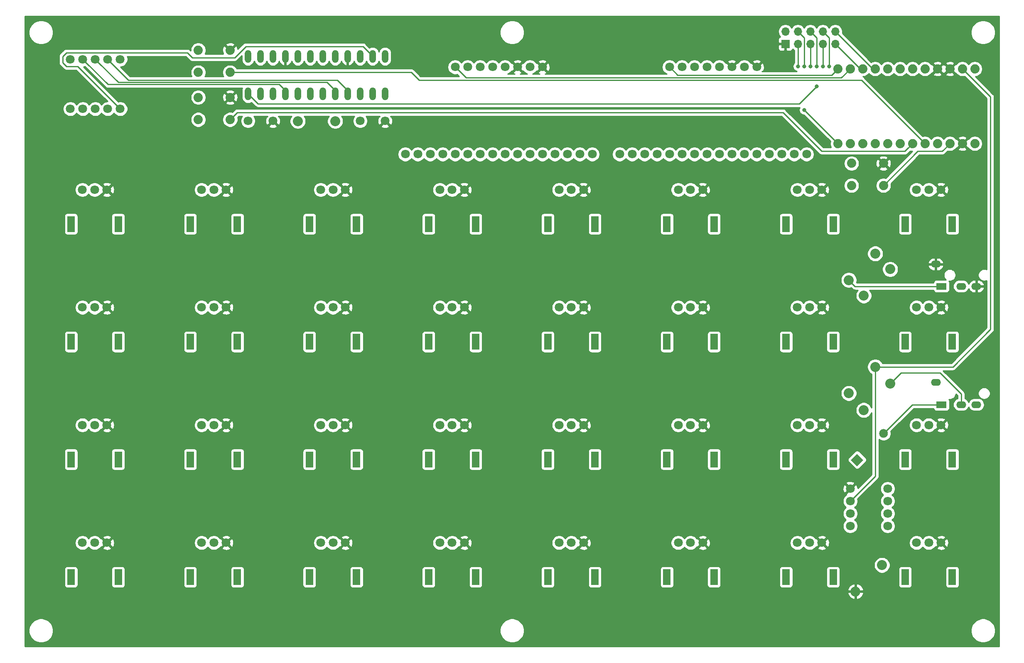
<source format=gbr>
G04 #@! TF.GenerationSoftware,KiCad,Pcbnew,(5.1.8-0-10_14)*
G04 #@! TF.CreationDate,2020-12-02T17:46:36+02:00*
G04 #@! TF.ProjectId,N32B,4e333242-2e6b-4696-9361-645f70636258,V1.0*
G04 #@! TF.SameCoordinates,Original*
G04 #@! TF.FileFunction,Copper,L2,Bot*
G04 #@! TF.FilePolarity,Positive*
%FSLAX46Y46*%
G04 Gerber Fmt 4.6, Leading zero omitted, Abs format (unit mm)*
G04 Created by KiCad (PCBNEW (5.1.8-0-10_14)) date 2020-12-02 17:46:36*
%MOMM*%
%LPD*%
G01*
G04 APERTURE LIST*
G04 #@! TA.AperFunction,ComponentPad*
%ADD10R,1.700000X1.700000*%
G04 #@! TD*
G04 #@! TA.AperFunction,ComponentPad*
%ADD11O,1.700000X1.700000*%
G04 #@! TD*
G04 #@! TA.AperFunction,ComponentPad*
%ADD12C,1.800000*%
G04 #@! TD*
G04 #@! TA.AperFunction,ComponentPad*
%ADD13C,0.100000*%
G04 #@! TD*
G04 #@! TA.AperFunction,ComponentPad*
%ADD14R,1.500000X3.200000*%
G04 #@! TD*
G04 #@! TA.AperFunction,ComponentPad*
%ADD15C,2.032000*%
G04 #@! TD*
G04 #@! TA.AperFunction,ComponentPad*
%ADD16O,2.000000X1.400000*%
G04 #@! TD*
G04 #@! TA.AperFunction,ComponentPad*
%ADD17R,2.000000X1.400000*%
G04 #@! TD*
G04 #@! TA.AperFunction,ComponentPad*
%ADD18O,1.320800X2.641600*%
G04 #@! TD*
G04 #@! TA.AperFunction,ComponentPad*
%ADD19C,1.879600*%
G04 #@! TD*
G04 #@! TA.AperFunction,ViaPad*
%ADD20C,0.800000*%
G04 #@! TD*
G04 #@! TA.AperFunction,Conductor*
%ADD21C,0.250000*%
G04 #@! TD*
G04 #@! TA.AperFunction,Conductor*
%ADD22C,0.254000*%
G04 #@! TD*
G04 #@! TA.AperFunction,Conductor*
%ADD23C,0.100000*%
G04 #@! TD*
G04 APERTURE END LIST*
D10*
X184150000Y-28702000D03*
D11*
X184150000Y-26162000D03*
X186690000Y-28702000D03*
X186690000Y-26162000D03*
X189230000Y-28702000D03*
X189230000Y-26162000D03*
X191770000Y-28702000D03*
X191770000Y-26162000D03*
X194310000Y-28702000D03*
X194310000Y-26162000D03*
D12*
X74628000Y-44386000D03*
X79708000Y-44386000D03*
X97488000Y-44386000D03*
X102568000Y-44386000D03*
X38428000Y-31832000D03*
X38428000Y-41952000D03*
X40968000Y-31832000D03*
X40968000Y-41952000D03*
X43508000Y-31832000D03*
X43508000Y-41952000D03*
X46048000Y-31832000D03*
X46048000Y-41952000D03*
X48588000Y-31832000D03*
X48588000Y-41952000D03*
G04 #@! TA.AperFunction,ComponentPad*
G36*
G01*
X203524758Y-108775242D02*
X203524758Y-108775242D01*
G75*
G02*
X203524758Y-107502450I636396J636396D01*
G01*
X203524758Y-107502450D01*
G75*
G02*
X204797550Y-107502450I636396J-636396D01*
G01*
X204797550Y-107502450D01*
G75*
G02*
X204797550Y-108775242I-636396J-636396D01*
G01*
X204797550Y-108775242D01*
G75*
G02*
X203524758Y-108775242I-636396J636396D01*
G01*
G37*
G04 #@! TD.AperFunction*
G04 #@! TA.AperFunction,ComponentPad*
D13*
G36*
X198773000Y-114799792D02*
G01*
X197500208Y-113527000D01*
X198773000Y-112254208D01*
X200045792Y-113527000D01*
X198773000Y-114799792D01*
G37*
G04 #@! TD.AperFunction*
D12*
X215882001Y-130440000D03*
X213382001Y-130440000D03*
X210882001Y-130440000D03*
D14*
X208582001Y-137440000D03*
X218182001Y-137440000D03*
D12*
X191596001Y-130440000D03*
X189096001Y-130440000D03*
X186596001Y-130440000D03*
D14*
X184296001Y-137440000D03*
X193896001Y-137440000D03*
D12*
X167310001Y-130440000D03*
X164810001Y-130440000D03*
X162310001Y-130440000D03*
D14*
X160010001Y-137440000D03*
X169610001Y-137440000D03*
D12*
X143024001Y-130440000D03*
X140524001Y-130440000D03*
X138024001Y-130440000D03*
D14*
X135724001Y-137440000D03*
X145324001Y-137440000D03*
D12*
X118738002Y-130440000D03*
X116238002Y-130440000D03*
X113738002Y-130440000D03*
D14*
X111438002Y-137440000D03*
X121038002Y-137440000D03*
D12*
X94452001Y-130440000D03*
X91952001Y-130440000D03*
X89452001Y-130440000D03*
D14*
X87152001Y-137440000D03*
X96752001Y-137440000D03*
D12*
X70166001Y-130440000D03*
X67666001Y-130440000D03*
X65166001Y-130440000D03*
D14*
X62866001Y-137440000D03*
X72466001Y-137440000D03*
D12*
X215882001Y-106439999D03*
X213382001Y-106439999D03*
X210882001Y-106439999D03*
D14*
X208582001Y-113439999D03*
X218182001Y-113439999D03*
D12*
X191596001Y-106439999D03*
X189096001Y-106439999D03*
X186596001Y-106439999D03*
D14*
X184296001Y-113439999D03*
X193896001Y-113439999D03*
D12*
X167310001Y-106439999D03*
X164810001Y-106439999D03*
X162310001Y-106439999D03*
D14*
X160010001Y-113439999D03*
X169610001Y-113439999D03*
D12*
X143024001Y-106439999D03*
X140524001Y-106439999D03*
X138024001Y-106439999D03*
D14*
X135724001Y-113439999D03*
X145324001Y-113439999D03*
D12*
X118738002Y-106439999D03*
X116238002Y-106439999D03*
X113738002Y-106439999D03*
D14*
X111438002Y-113439999D03*
X121038002Y-113439999D03*
D12*
X94452001Y-106439999D03*
X91952001Y-106439999D03*
X89452001Y-106439999D03*
D14*
X87152001Y-113439999D03*
X96752001Y-113439999D03*
D12*
X70166001Y-106439999D03*
X67666001Y-106439999D03*
X65166001Y-106439999D03*
D14*
X62866001Y-113439999D03*
X72466001Y-113439999D03*
D12*
X45880001Y-106439999D03*
X43380001Y-106439999D03*
X40880001Y-106439999D03*
D14*
X38580001Y-113439999D03*
X48180001Y-113439999D03*
D12*
X215882001Y-82439999D03*
X213382001Y-82439999D03*
X210882001Y-82439999D03*
D14*
X208582001Y-89439999D03*
X218182001Y-89439999D03*
D12*
X191596001Y-82439999D03*
X189096001Y-82439999D03*
X186596001Y-82439999D03*
D14*
X184296001Y-89439999D03*
X193896001Y-89439999D03*
D12*
X167310001Y-82439999D03*
X164810001Y-82439999D03*
X162310001Y-82439999D03*
D14*
X160010001Y-89439999D03*
X169610001Y-89439999D03*
D12*
X143024001Y-82439999D03*
X140524001Y-82439999D03*
X138024001Y-82439999D03*
D14*
X135724001Y-89439999D03*
X145324001Y-89439999D03*
D12*
X118738002Y-82439999D03*
X116238002Y-82439999D03*
X113738002Y-82439999D03*
D14*
X111438002Y-89439999D03*
X121038002Y-89439999D03*
D12*
X94452001Y-82439999D03*
X91952001Y-82439999D03*
X89452001Y-82439999D03*
D14*
X87152001Y-89439999D03*
X96752001Y-89439999D03*
D12*
X70166001Y-82439999D03*
X67666001Y-82439999D03*
X65166001Y-82439999D03*
D14*
X62866001Y-89439999D03*
X72466001Y-89439999D03*
D12*
X45880001Y-82439999D03*
X43380001Y-82439999D03*
X40880001Y-82439999D03*
D14*
X38580001Y-89439999D03*
X48180001Y-89439999D03*
D12*
X215882001Y-58440000D03*
X213382001Y-58440000D03*
X210882001Y-58440000D03*
D14*
X208582001Y-65440000D03*
X218182001Y-65440000D03*
D12*
X191596001Y-58440000D03*
X189096001Y-58440000D03*
X186596001Y-58440000D03*
D14*
X184296001Y-65440000D03*
X193896001Y-65440000D03*
D12*
X167310001Y-58440000D03*
X164810001Y-58440000D03*
X162310001Y-58440000D03*
D14*
X160010001Y-65440000D03*
X169610001Y-65440000D03*
D12*
X143024001Y-58440000D03*
X140524001Y-58440000D03*
X138024001Y-58440000D03*
D14*
X135724001Y-65440000D03*
X145324001Y-65440000D03*
D12*
X118738002Y-58440000D03*
X116238002Y-58440000D03*
X113738002Y-58440000D03*
D14*
X111438002Y-65440000D03*
X121038002Y-65440000D03*
D12*
X70166001Y-58440000D03*
X67666001Y-58440000D03*
X65166001Y-58440000D03*
D14*
X62866001Y-65440000D03*
X72466001Y-65440000D03*
D12*
X94452001Y-58440000D03*
X91952001Y-58440000D03*
X89452001Y-58440000D03*
D14*
X87152001Y-65440000D03*
X96752001Y-65440000D03*
D12*
X45880001Y-130440000D03*
X43380001Y-130440000D03*
X40880001Y-130440000D03*
D14*
X38580001Y-137440000D03*
X48180001Y-137440000D03*
D12*
X45880001Y-58440000D03*
X43380001Y-58440000D03*
X40880001Y-58440000D03*
D14*
X38580001Y-65440000D03*
X48180001Y-65440000D03*
D12*
X204990700Y-119405400D03*
X197370700Y-119405400D03*
X204990700Y-121945400D03*
X197370700Y-121945400D03*
X204990700Y-124485400D03*
X197370700Y-124485400D03*
X204990700Y-127025400D03*
X197370700Y-127025400D03*
D15*
X202465077Y-71473923D03*
X197076923Y-76862077D03*
X200124923Y-80037077D03*
X205513077Y-74648923D03*
X84788000Y-44446000D03*
X92408000Y-44446000D03*
X200124923Y-103396077D03*
X205513077Y-98007923D03*
X198453923Y-140371077D03*
X203842077Y-134982923D03*
X202465077Y-94557923D03*
X197076923Y-99946077D03*
D16*
X223068000Y-78138000D03*
X219968000Y-78138000D03*
D17*
X215968000Y-78138000D03*
D16*
X214818000Y-73638000D03*
D12*
X144780000Y-51196000D03*
X142240000Y-51196000D03*
X139700000Y-51196000D03*
X137160000Y-51196000D03*
X134620000Y-51196000D03*
X134620000Y-33416000D03*
X132080000Y-51196000D03*
X132080000Y-33416000D03*
X129540000Y-51196000D03*
X129540000Y-33416000D03*
X127000000Y-51196000D03*
X127000000Y-33416000D03*
X124460000Y-51196000D03*
X124460000Y-33416000D03*
X121920000Y-51196000D03*
X121920000Y-33416000D03*
X119380000Y-51196000D03*
X119380000Y-33416000D03*
X116840000Y-51196000D03*
X116840000Y-33416000D03*
X114300000Y-51196000D03*
X111760000Y-51196000D03*
X109220000Y-51196000D03*
X106680000Y-51196000D03*
X188468000Y-51196000D03*
X185928000Y-51196000D03*
X183388000Y-51196000D03*
X180848000Y-51196000D03*
X178308000Y-51196000D03*
X178308000Y-33416000D03*
X175768000Y-51196000D03*
X175768000Y-33416000D03*
X173228000Y-51196000D03*
X173228000Y-33416000D03*
X170688000Y-51196000D03*
X170688000Y-33416000D03*
X168148000Y-51196000D03*
X168148000Y-33416000D03*
X165608000Y-51196000D03*
X165608000Y-33416000D03*
X163068000Y-51196000D03*
X163068000Y-33416000D03*
X160528000Y-51196000D03*
X160528000Y-33416000D03*
X157988000Y-51196000D03*
X155448000Y-51196000D03*
X152908000Y-51196000D03*
X150368000Y-51196000D03*
D18*
X102568000Y-38862000D03*
X100028000Y-38862000D03*
X97488000Y-38862000D03*
X94948000Y-38862000D03*
X92408000Y-38862000D03*
X89868000Y-38862000D03*
X87328000Y-38862000D03*
X84788000Y-38862000D03*
X82248000Y-38862000D03*
X79708000Y-38862000D03*
X77168000Y-38862000D03*
X74628000Y-38862000D03*
X74628000Y-31242000D03*
X77168000Y-31242000D03*
X79708000Y-31242000D03*
X82248000Y-31242000D03*
X84788000Y-31242000D03*
X87328000Y-31242000D03*
X89868000Y-31242000D03*
X92408000Y-31242000D03*
X94948000Y-31242000D03*
X97488000Y-31242000D03*
X100028000Y-31242000D03*
X102568000Y-31242000D03*
D19*
X64482980Y-39613840D03*
X70985380Y-39613840D03*
X64482980Y-44135040D03*
X70985380Y-44135040D03*
X64480440Y-29989780D03*
X70982840Y-29989780D03*
X64480440Y-34510980D03*
X70982840Y-34510980D03*
X222758000Y-33782000D03*
X220218000Y-33782000D03*
X217678000Y-33782000D03*
X215138000Y-33782000D03*
X212598000Y-33782000D03*
X210058000Y-33782000D03*
X207518000Y-33782000D03*
X204978000Y-33782000D03*
X202438000Y-33782000D03*
X199898000Y-33782000D03*
X197358000Y-33782000D03*
X194818000Y-33782000D03*
X194818000Y-49022000D03*
X197358000Y-49022000D03*
X199898000Y-49022000D03*
X202438000Y-49022000D03*
X204978000Y-49022000D03*
X207518000Y-49022000D03*
X210058000Y-49022000D03*
X212598000Y-49022000D03*
X215138000Y-49022000D03*
X217678000Y-49022000D03*
X220218000Y-49022000D03*
X222758000Y-49022000D03*
D16*
X214818000Y-97768000D03*
D17*
X215968000Y-102268000D03*
D16*
X219968000Y-102268000D03*
X223068000Y-102268000D03*
D19*
X204139800Y-57581800D03*
X197637400Y-57581800D03*
X204139800Y-53060600D03*
X197637400Y-53060600D03*
D20*
X187960000Y-33273996D03*
X187960000Y-42164000D03*
X190500000Y-33274000D03*
X190499997Y-37338003D03*
X193040000Y-33273994D03*
X189230000Y-33274000D03*
X186690000Y-33274000D03*
X191770000Y-33274004D03*
D21*
X209118201Y-49961799D02*
X210058000Y-49022000D01*
X208495900Y-50584100D02*
X209118201Y-49961799D01*
X191554100Y-50584100D02*
X208495900Y-50584100D01*
X183642000Y-42672000D02*
X191554100Y-50584100D01*
X72448420Y-42672000D02*
X183642000Y-42672000D01*
X70985380Y-44135040D02*
X72448420Y-42672000D01*
X72311917Y-34510980D02*
X70982840Y-34510980D01*
X109474000Y-36068000D02*
X107916980Y-34510980D01*
X107916980Y-34510980D02*
X72311917Y-34510980D01*
X212598000Y-49022000D02*
X199644000Y-36068000D01*
X199644000Y-36068000D02*
X109474000Y-36068000D01*
X197358000Y-33782000D02*
X195522011Y-35617989D01*
X195522011Y-35617989D02*
X119041989Y-35617989D01*
X119041989Y-35617989D02*
X116840000Y-33416000D01*
X193548000Y-35052000D02*
X194818000Y-33782000D01*
X162164000Y-35052000D02*
X193548000Y-35052000D01*
X160528000Y-33416000D02*
X162164000Y-35052000D01*
X41729999Y-32593999D02*
X40968000Y-31832000D01*
X81014422Y-36968022D02*
X46104022Y-36968022D01*
X46104022Y-36968022D02*
X41729999Y-32593999D01*
X82248000Y-38201600D02*
X81014422Y-36968022D01*
X82248000Y-38862000D02*
X82248000Y-38201600D01*
X48194011Y-36518011D02*
X44269999Y-32593999D01*
X90724411Y-36518011D02*
X48194011Y-36518011D01*
X92408000Y-38201600D02*
X90724411Y-36518011D01*
X44269999Y-32593999D02*
X43508000Y-31832000D01*
X92408000Y-38862000D02*
X92408000Y-38201600D01*
X92814400Y-36068000D02*
X94948000Y-38201600D01*
X94948000Y-38201600D02*
X94948000Y-38862000D01*
X50284000Y-36068000D02*
X92814400Y-36068000D01*
X46048000Y-31832000D02*
X50284000Y-36068000D01*
X74168000Y-29210000D02*
X98044000Y-29210000D01*
X100028000Y-31194000D02*
X100028000Y-31242000D01*
X71882000Y-31496000D02*
X74168000Y-29210000D01*
X62230000Y-30480000D02*
X63246000Y-31496000D01*
X98044000Y-29210000D02*
X100028000Y-31194000D01*
X36830000Y-31242000D02*
X37592000Y-30480000D01*
X37592000Y-30480000D02*
X62230000Y-30480000D01*
X39910000Y-33274000D02*
X37592000Y-33274000D01*
X37592000Y-33274000D02*
X36830000Y-32512000D01*
X36830000Y-32512000D02*
X36830000Y-31242000D01*
X63246000Y-31496000D02*
X71882000Y-31496000D01*
X48588000Y-41952000D02*
X39910000Y-33274000D01*
X186690000Y-26162000D02*
X187960000Y-27432000D01*
X187960000Y-27432000D02*
X187960000Y-33273996D01*
X194818000Y-49022000D02*
X187960000Y-42164000D01*
X189230000Y-26162000D02*
X190500000Y-27432000D01*
X190500000Y-27432000D02*
X190500000Y-33274000D01*
X186944000Y-40894000D02*
X190499997Y-37338003D01*
X74628000Y-38862000D02*
X76660000Y-40894000D01*
X76660000Y-40894000D02*
X186944000Y-40894000D01*
X198352846Y-78138000D02*
X197076923Y-76862077D01*
X215968000Y-78138000D02*
X198352846Y-78138000D01*
X218292077Y-94557923D02*
X202465077Y-94557923D01*
X225948000Y-39512000D02*
X225948000Y-86902000D01*
X225948000Y-86902000D02*
X218292077Y-94557923D01*
X220218000Y-33782000D02*
X225948000Y-39512000D01*
X202465077Y-116851023D02*
X202465077Y-94557923D01*
X197370700Y-121945400D02*
X202465077Y-116851023D01*
X211150200Y-50571400D02*
X204139800Y-57581800D01*
X216128600Y-50571400D02*
X211150200Y-50571400D01*
X217678000Y-49022000D02*
X216128600Y-50571400D01*
X210032000Y-102268000D02*
X215968000Y-102268000D01*
X204161154Y-108138846D02*
X210032000Y-102268000D01*
X219968000Y-100080000D02*
X219968000Y-102268000D01*
X215646000Y-95758000D02*
X219968000Y-100080000D01*
X207763000Y-95758000D02*
X215646000Y-95758000D01*
X205513077Y-98007923D02*
X207763000Y-95758000D01*
X191770000Y-26162000D02*
X193040000Y-27432000D01*
X193040000Y-27432000D02*
X193040000Y-33273994D01*
X189230000Y-28702000D02*
X189230000Y-33274000D01*
X186690000Y-28702000D02*
X186690000Y-33274000D01*
X191770000Y-28702000D02*
X191770000Y-33274004D01*
X199390000Y-33782000D02*
X199898000Y-33782000D01*
X194310000Y-28702000D02*
X199390000Y-33782000D01*
X202438000Y-33653590D02*
X202373795Y-33717795D01*
X201930000Y-33782000D02*
X202438000Y-33782000D01*
X194310000Y-26162000D02*
X201930000Y-33782000D01*
D22*
X227712639Y-151617002D02*
X29183000Y-151617000D01*
X29183000Y-148106773D01*
X29955062Y-148106773D01*
X29955062Y-148597839D01*
X30050864Y-149079469D01*
X30238787Y-149533155D01*
X30511609Y-149941461D01*
X30858845Y-150288697D01*
X31267151Y-150561519D01*
X31720837Y-150749442D01*
X32202467Y-150845244D01*
X32693533Y-150845244D01*
X33175163Y-150749442D01*
X33628849Y-150561519D01*
X34037155Y-150288697D01*
X34384391Y-149941461D01*
X34657213Y-149533155D01*
X34845136Y-149079469D01*
X34940938Y-148597839D01*
X34940938Y-148106773D01*
X125955062Y-148106773D01*
X125955062Y-148597839D01*
X126050864Y-149079469D01*
X126238787Y-149533155D01*
X126511609Y-149941461D01*
X126858845Y-150288697D01*
X127267151Y-150561519D01*
X127720837Y-150749442D01*
X128202467Y-150845244D01*
X128693533Y-150845244D01*
X129175163Y-150749442D01*
X129628849Y-150561519D01*
X130037155Y-150288697D01*
X130384391Y-149941461D01*
X130657213Y-149533155D01*
X130845136Y-149079469D01*
X130940938Y-148597839D01*
X130940938Y-148106773D01*
X221955062Y-148106773D01*
X221955062Y-148597839D01*
X222050864Y-149079469D01*
X222238787Y-149533155D01*
X222511609Y-149941461D01*
X222858845Y-150288697D01*
X223267151Y-150561519D01*
X223720837Y-150749442D01*
X224202467Y-150845244D01*
X224693533Y-150845244D01*
X225175163Y-150749442D01*
X225628849Y-150561519D01*
X226037155Y-150288697D01*
X226384391Y-149941461D01*
X226657213Y-149533155D01*
X226845136Y-149079469D01*
X226940938Y-148597839D01*
X226940938Y-148106773D01*
X226845136Y-147625143D01*
X226657213Y-147171457D01*
X226384391Y-146763151D01*
X226037155Y-146415915D01*
X225628849Y-146143093D01*
X225175163Y-145955170D01*
X224693533Y-145859368D01*
X224202467Y-145859368D01*
X223720837Y-145955170D01*
X223267151Y-146143093D01*
X222858845Y-146415915D01*
X222511609Y-146763151D01*
X222238787Y-147171457D01*
X222050864Y-147625143D01*
X221955062Y-148106773D01*
X130940938Y-148106773D01*
X130845136Y-147625143D01*
X130657213Y-147171457D01*
X130384391Y-146763151D01*
X130037155Y-146415915D01*
X129628849Y-146143093D01*
X129175163Y-145955170D01*
X128693533Y-145859368D01*
X128202467Y-145859368D01*
X127720837Y-145955170D01*
X127267151Y-146143093D01*
X126858845Y-146415915D01*
X126511609Y-146763151D01*
X126238787Y-147171457D01*
X126050864Y-147625143D01*
X125955062Y-148106773D01*
X34940938Y-148106773D01*
X34845136Y-147625143D01*
X34657213Y-147171457D01*
X34384391Y-146763151D01*
X34037155Y-146415915D01*
X33628849Y-146143093D01*
X33175163Y-145955170D01*
X32693533Y-145859368D01*
X32202467Y-145859368D01*
X31720837Y-145955170D01*
X31267151Y-146143093D01*
X30858845Y-146415915D01*
X30511609Y-146763151D01*
X30238787Y-147171457D01*
X30050864Y-147625143D01*
X29955062Y-148106773D01*
X29183000Y-148106773D01*
X29183000Y-140755275D01*
X196840035Y-140755275D01*
X196945999Y-141062747D01*
X197109911Y-141343638D01*
X197325473Y-141587154D01*
X197584401Y-141783937D01*
X197876744Y-141926425D01*
X198069725Y-141984965D01*
X198326923Y-141865930D01*
X198326923Y-140498077D01*
X198580923Y-140498077D01*
X198580923Y-141865930D01*
X198838121Y-141984965D01*
X199145593Y-141879001D01*
X199426484Y-141715089D01*
X199670000Y-141499527D01*
X199866783Y-141240599D01*
X200009271Y-140948256D01*
X200067811Y-140755275D01*
X199948776Y-140498077D01*
X198580923Y-140498077D01*
X198326923Y-140498077D01*
X196959070Y-140498077D01*
X196840035Y-140755275D01*
X29183000Y-140755275D01*
X29183000Y-139986879D01*
X196840035Y-139986879D01*
X196959070Y-140244077D01*
X198326923Y-140244077D01*
X198326923Y-138876224D01*
X198580923Y-138876224D01*
X198580923Y-140244077D01*
X199948776Y-140244077D01*
X200067811Y-139986879D01*
X199961847Y-139679407D01*
X199797935Y-139398516D01*
X199582373Y-139155000D01*
X199323445Y-138958217D01*
X199031102Y-138815729D01*
X198838121Y-138757189D01*
X198580923Y-138876224D01*
X198326923Y-138876224D01*
X198069725Y-138757189D01*
X197762253Y-138863153D01*
X197481362Y-139027065D01*
X197237846Y-139242627D01*
X197041063Y-139501555D01*
X196898575Y-139793898D01*
X196840035Y-139986879D01*
X29183000Y-139986879D01*
X29183000Y-135840000D01*
X37191929Y-135840000D01*
X37191929Y-139040000D01*
X37204189Y-139164482D01*
X37240499Y-139284180D01*
X37299464Y-139394494D01*
X37378816Y-139491185D01*
X37475507Y-139570537D01*
X37585821Y-139629502D01*
X37705519Y-139665812D01*
X37830001Y-139678072D01*
X39330001Y-139678072D01*
X39454483Y-139665812D01*
X39574181Y-139629502D01*
X39684495Y-139570537D01*
X39781186Y-139491185D01*
X39860538Y-139394494D01*
X39919503Y-139284180D01*
X39955813Y-139164482D01*
X39968073Y-139040000D01*
X39968073Y-135840000D01*
X46791929Y-135840000D01*
X46791929Y-139040000D01*
X46804189Y-139164482D01*
X46840499Y-139284180D01*
X46899464Y-139394494D01*
X46978816Y-139491185D01*
X47075507Y-139570537D01*
X47185821Y-139629502D01*
X47305519Y-139665812D01*
X47430001Y-139678072D01*
X48930001Y-139678072D01*
X49054483Y-139665812D01*
X49174181Y-139629502D01*
X49284495Y-139570537D01*
X49381186Y-139491185D01*
X49460538Y-139394494D01*
X49519503Y-139284180D01*
X49555813Y-139164482D01*
X49568073Y-139040000D01*
X49568073Y-135840000D01*
X61477929Y-135840000D01*
X61477929Y-139040000D01*
X61490189Y-139164482D01*
X61526499Y-139284180D01*
X61585464Y-139394494D01*
X61664816Y-139491185D01*
X61761507Y-139570537D01*
X61871821Y-139629502D01*
X61991519Y-139665812D01*
X62116001Y-139678072D01*
X63616001Y-139678072D01*
X63740483Y-139665812D01*
X63860181Y-139629502D01*
X63970495Y-139570537D01*
X64067186Y-139491185D01*
X64146538Y-139394494D01*
X64205503Y-139284180D01*
X64241813Y-139164482D01*
X64254073Y-139040000D01*
X64254073Y-135840000D01*
X71077929Y-135840000D01*
X71077929Y-139040000D01*
X71090189Y-139164482D01*
X71126499Y-139284180D01*
X71185464Y-139394494D01*
X71264816Y-139491185D01*
X71361507Y-139570537D01*
X71471821Y-139629502D01*
X71591519Y-139665812D01*
X71716001Y-139678072D01*
X73216001Y-139678072D01*
X73340483Y-139665812D01*
X73460181Y-139629502D01*
X73570495Y-139570537D01*
X73667186Y-139491185D01*
X73746538Y-139394494D01*
X73805503Y-139284180D01*
X73841813Y-139164482D01*
X73854073Y-139040000D01*
X73854073Y-135840000D01*
X85763929Y-135840000D01*
X85763929Y-139040000D01*
X85776189Y-139164482D01*
X85812499Y-139284180D01*
X85871464Y-139394494D01*
X85950816Y-139491185D01*
X86047507Y-139570537D01*
X86157821Y-139629502D01*
X86277519Y-139665812D01*
X86402001Y-139678072D01*
X87902001Y-139678072D01*
X88026483Y-139665812D01*
X88146181Y-139629502D01*
X88256495Y-139570537D01*
X88353186Y-139491185D01*
X88432538Y-139394494D01*
X88491503Y-139284180D01*
X88527813Y-139164482D01*
X88540073Y-139040000D01*
X88540073Y-135840000D01*
X95363929Y-135840000D01*
X95363929Y-139040000D01*
X95376189Y-139164482D01*
X95412499Y-139284180D01*
X95471464Y-139394494D01*
X95550816Y-139491185D01*
X95647507Y-139570537D01*
X95757821Y-139629502D01*
X95877519Y-139665812D01*
X96002001Y-139678072D01*
X97502001Y-139678072D01*
X97626483Y-139665812D01*
X97746181Y-139629502D01*
X97856495Y-139570537D01*
X97953186Y-139491185D01*
X98032538Y-139394494D01*
X98091503Y-139284180D01*
X98127813Y-139164482D01*
X98140073Y-139040000D01*
X98140073Y-135840000D01*
X110049930Y-135840000D01*
X110049930Y-139040000D01*
X110062190Y-139164482D01*
X110098500Y-139284180D01*
X110157465Y-139394494D01*
X110236817Y-139491185D01*
X110333508Y-139570537D01*
X110443822Y-139629502D01*
X110563520Y-139665812D01*
X110688002Y-139678072D01*
X112188002Y-139678072D01*
X112312484Y-139665812D01*
X112432182Y-139629502D01*
X112542496Y-139570537D01*
X112639187Y-139491185D01*
X112718539Y-139394494D01*
X112777504Y-139284180D01*
X112813814Y-139164482D01*
X112826074Y-139040000D01*
X112826074Y-135840000D01*
X119649930Y-135840000D01*
X119649930Y-139040000D01*
X119662190Y-139164482D01*
X119698500Y-139284180D01*
X119757465Y-139394494D01*
X119836817Y-139491185D01*
X119933508Y-139570537D01*
X120043822Y-139629502D01*
X120163520Y-139665812D01*
X120288002Y-139678072D01*
X121788002Y-139678072D01*
X121912484Y-139665812D01*
X122032182Y-139629502D01*
X122142496Y-139570537D01*
X122239187Y-139491185D01*
X122318539Y-139394494D01*
X122377504Y-139284180D01*
X122413814Y-139164482D01*
X122426074Y-139040000D01*
X122426074Y-135840000D01*
X134335929Y-135840000D01*
X134335929Y-139040000D01*
X134348189Y-139164482D01*
X134384499Y-139284180D01*
X134443464Y-139394494D01*
X134522816Y-139491185D01*
X134619507Y-139570537D01*
X134729821Y-139629502D01*
X134849519Y-139665812D01*
X134974001Y-139678072D01*
X136474001Y-139678072D01*
X136598483Y-139665812D01*
X136718181Y-139629502D01*
X136828495Y-139570537D01*
X136925186Y-139491185D01*
X137004538Y-139394494D01*
X137063503Y-139284180D01*
X137099813Y-139164482D01*
X137112073Y-139040000D01*
X137112073Y-135840000D01*
X143935929Y-135840000D01*
X143935929Y-139040000D01*
X143948189Y-139164482D01*
X143984499Y-139284180D01*
X144043464Y-139394494D01*
X144122816Y-139491185D01*
X144219507Y-139570537D01*
X144329821Y-139629502D01*
X144449519Y-139665812D01*
X144574001Y-139678072D01*
X146074001Y-139678072D01*
X146198483Y-139665812D01*
X146318181Y-139629502D01*
X146428495Y-139570537D01*
X146525186Y-139491185D01*
X146604538Y-139394494D01*
X146663503Y-139284180D01*
X146699813Y-139164482D01*
X146712073Y-139040000D01*
X146712073Y-135840000D01*
X158621929Y-135840000D01*
X158621929Y-139040000D01*
X158634189Y-139164482D01*
X158670499Y-139284180D01*
X158729464Y-139394494D01*
X158808816Y-139491185D01*
X158905507Y-139570537D01*
X159015821Y-139629502D01*
X159135519Y-139665812D01*
X159260001Y-139678072D01*
X160760001Y-139678072D01*
X160884483Y-139665812D01*
X161004181Y-139629502D01*
X161114495Y-139570537D01*
X161211186Y-139491185D01*
X161290538Y-139394494D01*
X161349503Y-139284180D01*
X161385813Y-139164482D01*
X161398073Y-139040000D01*
X161398073Y-135840000D01*
X168221929Y-135840000D01*
X168221929Y-139040000D01*
X168234189Y-139164482D01*
X168270499Y-139284180D01*
X168329464Y-139394494D01*
X168408816Y-139491185D01*
X168505507Y-139570537D01*
X168615821Y-139629502D01*
X168735519Y-139665812D01*
X168860001Y-139678072D01*
X170360001Y-139678072D01*
X170484483Y-139665812D01*
X170604181Y-139629502D01*
X170714495Y-139570537D01*
X170811186Y-139491185D01*
X170890538Y-139394494D01*
X170949503Y-139284180D01*
X170985813Y-139164482D01*
X170998073Y-139040000D01*
X170998073Y-135840000D01*
X182907929Y-135840000D01*
X182907929Y-139040000D01*
X182920189Y-139164482D01*
X182956499Y-139284180D01*
X183015464Y-139394494D01*
X183094816Y-139491185D01*
X183191507Y-139570537D01*
X183301821Y-139629502D01*
X183421519Y-139665812D01*
X183546001Y-139678072D01*
X185046001Y-139678072D01*
X185170483Y-139665812D01*
X185290181Y-139629502D01*
X185400495Y-139570537D01*
X185497186Y-139491185D01*
X185576538Y-139394494D01*
X185635503Y-139284180D01*
X185671813Y-139164482D01*
X185684073Y-139040000D01*
X185684073Y-135840000D01*
X192507929Y-135840000D01*
X192507929Y-139040000D01*
X192520189Y-139164482D01*
X192556499Y-139284180D01*
X192615464Y-139394494D01*
X192694816Y-139491185D01*
X192791507Y-139570537D01*
X192901821Y-139629502D01*
X193021519Y-139665812D01*
X193146001Y-139678072D01*
X194646001Y-139678072D01*
X194770483Y-139665812D01*
X194890181Y-139629502D01*
X195000495Y-139570537D01*
X195097186Y-139491185D01*
X195176538Y-139394494D01*
X195235503Y-139284180D01*
X195271813Y-139164482D01*
X195284073Y-139040000D01*
X195284073Y-135840000D01*
X195271813Y-135715518D01*
X195235503Y-135595820D01*
X195176538Y-135485506D01*
X195097186Y-135388815D01*
X195000495Y-135309463D01*
X194890181Y-135250498D01*
X194770483Y-135214188D01*
X194646001Y-135201928D01*
X193146001Y-135201928D01*
X193021519Y-135214188D01*
X192901821Y-135250498D01*
X192791507Y-135309463D01*
X192694816Y-135388815D01*
X192615464Y-135485506D01*
X192556499Y-135595820D01*
X192520189Y-135715518D01*
X192507929Y-135840000D01*
X185684073Y-135840000D01*
X185671813Y-135715518D01*
X185635503Y-135595820D01*
X185576538Y-135485506D01*
X185497186Y-135388815D01*
X185400495Y-135309463D01*
X185290181Y-135250498D01*
X185170483Y-135214188D01*
X185046001Y-135201928D01*
X183546001Y-135201928D01*
X183421519Y-135214188D01*
X183301821Y-135250498D01*
X183191507Y-135309463D01*
X183094816Y-135388815D01*
X183015464Y-135485506D01*
X182956499Y-135595820D01*
X182920189Y-135715518D01*
X182907929Y-135840000D01*
X170998073Y-135840000D01*
X170985813Y-135715518D01*
X170949503Y-135595820D01*
X170890538Y-135485506D01*
X170811186Y-135388815D01*
X170714495Y-135309463D01*
X170604181Y-135250498D01*
X170484483Y-135214188D01*
X170360001Y-135201928D01*
X168860001Y-135201928D01*
X168735519Y-135214188D01*
X168615821Y-135250498D01*
X168505507Y-135309463D01*
X168408816Y-135388815D01*
X168329464Y-135485506D01*
X168270499Y-135595820D01*
X168234189Y-135715518D01*
X168221929Y-135840000D01*
X161398073Y-135840000D01*
X161385813Y-135715518D01*
X161349503Y-135595820D01*
X161290538Y-135485506D01*
X161211186Y-135388815D01*
X161114495Y-135309463D01*
X161004181Y-135250498D01*
X160884483Y-135214188D01*
X160760001Y-135201928D01*
X159260001Y-135201928D01*
X159135519Y-135214188D01*
X159015821Y-135250498D01*
X158905507Y-135309463D01*
X158808816Y-135388815D01*
X158729464Y-135485506D01*
X158670499Y-135595820D01*
X158634189Y-135715518D01*
X158621929Y-135840000D01*
X146712073Y-135840000D01*
X146699813Y-135715518D01*
X146663503Y-135595820D01*
X146604538Y-135485506D01*
X146525186Y-135388815D01*
X146428495Y-135309463D01*
X146318181Y-135250498D01*
X146198483Y-135214188D01*
X146074001Y-135201928D01*
X144574001Y-135201928D01*
X144449519Y-135214188D01*
X144329821Y-135250498D01*
X144219507Y-135309463D01*
X144122816Y-135388815D01*
X144043464Y-135485506D01*
X143984499Y-135595820D01*
X143948189Y-135715518D01*
X143935929Y-135840000D01*
X137112073Y-135840000D01*
X137099813Y-135715518D01*
X137063503Y-135595820D01*
X137004538Y-135485506D01*
X136925186Y-135388815D01*
X136828495Y-135309463D01*
X136718181Y-135250498D01*
X136598483Y-135214188D01*
X136474001Y-135201928D01*
X134974001Y-135201928D01*
X134849519Y-135214188D01*
X134729821Y-135250498D01*
X134619507Y-135309463D01*
X134522816Y-135388815D01*
X134443464Y-135485506D01*
X134384499Y-135595820D01*
X134348189Y-135715518D01*
X134335929Y-135840000D01*
X122426074Y-135840000D01*
X122413814Y-135715518D01*
X122377504Y-135595820D01*
X122318539Y-135485506D01*
X122239187Y-135388815D01*
X122142496Y-135309463D01*
X122032182Y-135250498D01*
X121912484Y-135214188D01*
X121788002Y-135201928D01*
X120288002Y-135201928D01*
X120163520Y-135214188D01*
X120043822Y-135250498D01*
X119933508Y-135309463D01*
X119836817Y-135388815D01*
X119757465Y-135485506D01*
X119698500Y-135595820D01*
X119662190Y-135715518D01*
X119649930Y-135840000D01*
X112826074Y-135840000D01*
X112813814Y-135715518D01*
X112777504Y-135595820D01*
X112718539Y-135485506D01*
X112639187Y-135388815D01*
X112542496Y-135309463D01*
X112432182Y-135250498D01*
X112312484Y-135214188D01*
X112188002Y-135201928D01*
X110688002Y-135201928D01*
X110563520Y-135214188D01*
X110443822Y-135250498D01*
X110333508Y-135309463D01*
X110236817Y-135388815D01*
X110157465Y-135485506D01*
X110098500Y-135595820D01*
X110062190Y-135715518D01*
X110049930Y-135840000D01*
X98140073Y-135840000D01*
X98127813Y-135715518D01*
X98091503Y-135595820D01*
X98032538Y-135485506D01*
X97953186Y-135388815D01*
X97856495Y-135309463D01*
X97746181Y-135250498D01*
X97626483Y-135214188D01*
X97502001Y-135201928D01*
X96002001Y-135201928D01*
X95877519Y-135214188D01*
X95757821Y-135250498D01*
X95647507Y-135309463D01*
X95550816Y-135388815D01*
X95471464Y-135485506D01*
X95412499Y-135595820D01*
X95376189Y-135715518D01*
X95363929Y-135840000D01*
X88540073Y-135840000D01*
X88527813Y-135715518D01*
X88491503Y-135595820D01*
X88432538Y-135485506D01*
X88353186Y-135388815D01*
X88256495Y-135309463D01*
X88146181Y-135250498D01*
X88026483Y-135214188D01*
X87902001Y-135201928D01*
X86402001Y-135201928D01*
X86277519Y-135214188D01*
X86157821Y-135250498D01*
X86047507Y-135309463D01*
X85950816Y-135388815D01*
X85871464Y-135485506D01*
X85812499Y-135595820D01*
X85776189Y-135715518D01*
X85763929Y-135840000D01*
X73854073Y-135840000D01*
X73841813Y-135715518D01*
X73805503Y-135595820D01*
X73746538Y-135485506D01*
X73667186Y-135388815D01*
X73570495Y-135309463D01*
X73460181Y-135250498D01*
X73340483Y-135214188D01*
X73216001Y-135201928D01*
X71716001Y-135201928D01*
X71591519Y-135214188D01*
X71471821Y-135250498D01*
X71361507Y-135309463D01*
X71264816Y-135388815D01*
X71185464Y-135485506D01*
X71126499Y-135595820D01*
X71090189Y-135715518D01*
X71077929Y-135840000D01*
X64254073Y-135840000D01*
X64241813Y-135715518D01*
X64205503Y-135595820D01*
X64146538Y-135485506D01*
X64067186Y-135388815D01*
X63970495Y-135309463D01*
X63860181Y-135250498D01*
X63740483Y-135214188D01*
X63616001Y-135201928D01*
X62116001Y-135201928D01*
X61991519Y-135214188D01*
X61871821Y-135250498D01*
X61761507Y-135309463D01*
X61664816Y-135388815D01*
X61585464Y-135485506D01*
X61526499Y-135595820D01*
X61490189Y-135715518D01*
X61477929Y-135840000D01*
X49568073Y-135840000D01*
X49555813Y-135715518D01*
X49519503Y-135595820D01*
X49460538Y-135485506D01*
X49381186Y-135388815D01*
X49284495Y-135309463D01*
X49174181Y-135250498D01*
X49054483Y-135214188D01*
X48930001Y-135201928D01*
X47430001Y-135201928D01*
X47305519Y-135214188D01*
X47185821Y-135250498D01*
X47075507Y-135309463D01*
X46978816Y-135388815D01*
X46899464Y-135485506D01*
X46840499Y-135595820D01*
X46804189Y-135715518D01*
X46791929Y-135840000D01*
X39968073Y-135840000D01*
X39955813Y-135715518D01*
X39919503Y-135595820D01*
X39860538Y-135485506D01*
X39781186Y-135388815D01*
X39684495Y-135309463D01*
X39574181Y-135250498D01*
X39454483Y-135214188D01*
X39330001Y-135201928D01*
X37830001Y-135201928D01*
X37705519Y-135214188D01*
X37585821Y-135250498D01*
X37475507Y-135309463D01*
X37378816Y-135388815D01*
X37299464Y-135485506D01*
X37240499Y-135595820D01*
X37204189Y-135715518D01*
X37191929Y-135840000D01*
X29183000Y-135840000D01*
X29183000Y-134820314D01*
X202191077Y-134820314D01*
X202191077Y-135145532D01*
X202254524Y-135464502D01*
X202378980Y-135764965D01*
X202559662Y-136035374D01*
X202789626Y-136265338D01*
X203060035Y-136446020D01*
X203360498Y-136570476D01*
X203679468Y-136633923D01*
X204004686Y-136633923D01*
X204323656Y-136570476D01*
X204624119Y-136446020D01*
X204894528Y-136265338D01*
X205124492Y-136035374D01*
X205255037Y-135840000D01*
X207193929Y-135840000D01*
X207193929Y-139040000D01*
X207206189Y-139164482D01*
X207242499Y-139284180D01*
X207301464Y-139394494D01*
X207380816Y-139491185D01*
X207477507Y-139570537D01*
X207587821Y-139629502D01*
X207707519Y-139665812D01*
X207832001Y-139678072D01*
X209332001Y-139678072D01*
X209456483Y-139665812D01*
X209576181Y-139629502D01*
X209686495Y-139570537D01*
X209783186Y-139491185D01*
X209862538Y-139394494D01*
X209921503Y-139284180D01*
X209957813Y-139164482D01*
X209970073Y-139040000D01*
X209970073Y-135840000D01*
X216793929Y-135840000D01*
X216793929Y-139040000D01*
X216806189Y-139164482D01*
X216842499Y-139284180D01*
X216901464Y-139394494D01*
X216980816Y-139491185D01*
X217077507Y-139570537D01*
X217187821Y-139629502D01*
X217307519Y-139665812D01*
X217432001Y-139678072D01*
X218932001Y-139678072D01*
X219056483Y-139665812D01*
X219176181Y-139629502D01*
X219286495Y-139570537D01*
X219383186Y-139491185D01*
X219462538Y-139394494D01*
X219521503Y-139284180D01*
X219557813Y-139164482D01*
X219570073Y-139040000D01*
X219570073Y-135840000D01*
X219557813Y-135715518D01*
X219521503Y-135595820D01*
X219462538Y-135485506D01*
X219383186Y-135388815D01*
X219286495Y-135309463D01*
X219176181Y-135250498D01*
X219056483Y-135214188D01*
X218932001Y-135201928D01*
X217432001Y-135201928D01*
X217307519Y-135214188D01*
X217187821Y-135250498D01*
X217077507Y-135309463D01*
X216980816Y-135388815D01*
X216901464Y-135485506D01*
X216842499Y-135595820D01*
X216806189Y-135715518D01*
X216793929Y-135840000D01*
X209970073Y-135840000D01*
X209957813Y-135715518D01*
X209921503Y-135595820D01*
X209862538Y-135485506D01*
X209783186Y-135388815D01*
X209686495Y-135309463D01*
X209576181Y-135250498D01*
X209456483Y-135214188D01*
X209332001Y-135201928D01*
X207832001Y-135201928D01*
X207707519Y-135214188D01*
X207587821Y-135250498D01*
X207477507Y-135309463D01*
X207380816Y-135388815D01*
X207301464Y-135485506D01*
X207242499Y-135595820D01*
X207206189Y-135715518D01*
X207193929Y-135840000D01*
X205255037Y-135840000D01*
X205305174Y-135764965D01*
X205429630Y-135464502D01*
X205493077Y-135145532D01*
X205493077Y-134820314D01*
X205429630Y-134501344D01*
X205305174Y-134200881D01*
X205124492Y-133930472D01*
X204894528Y-133700508D01*
X204624119Y-133519826D01*
X204323656Y-133395370D01*
X204004686Y-133331923D01*
X203679468Y-133331923D01*
X203360498Y-133395370D01*
X203060035Y-133519826D01*
X202789626Y-133700508D01*
X202559662Y-133930472D01*
X202378980Y-134200881D01*
X202254524Y-134501344D01*
X202191077Y-134820314D01*
X29183000Y-134820314D01*
X29183000Y-130288816D01*
X39345001Y-130288816D01*
X39345001Y-130591184D01*
X39403990Y-130887743D01*
X39519702Y-131167095D01*
X39687689Y-131418505D01*
X39901496Y-131632312D01*
X40152906Y-131800299D01*
X40432258Y-131916011D01*
X40728817Y-131975000D01*
X41031185Y-131975000D01*
X41327744Y-131916011D01*
X41607096Y-131800299D01*
X41858506Y-131632312D01*
X42072313Y-131418505D01*
X42130001Y-131332169D01*
X42187689Y-131418505D01*
X42401496Y-131632312D01*
X42652906Y-131800299D01*
X42932258Y-131916011D01*
X43228817Y-131975000D01*
X43531185Y-131975000D01*
X43827744Y-131916011D01*
X44107096Y-131800299D01*
X44358506Y-131632312D01*
X44486738Y-131504080D01*
X44995526Y-131504080D01*
X45079209Y-131758261D01*
X45351776Y-131889158D01*
X45644643Y-131964365D01*
X45946554Y-131980991D01*
X46245908Y-131938397D01*
X46531200Y-131838222D01*
X46680793Y-131758261D01*
X46764476Y-131504080D01*
X45880001Y-130619605D01*
X44995526Y-131504080D01*
X44486738Y-131504080D01*
X44572313Y-131418505D01*
X44667739Y-131275690D01*
X44815921Y-131324475D01*
X45700396Y-130440000D01*
X46059606Y-130440000D01*
X46944081Y-131324475D01*
X47198262Y-131240792D01*
X47329159Y-130968225D01*
X47404366Y-130675358D01*
X47420992Y-130373447D01*
X47408951Y-130288816D01*
X63631001Y-130288816D01*
X63631001Y-130591184D01*
X63689990Y-130887743D01*
X63805702Y-131167095D01*
X63973689Y-131418505D01*
X64187496Y-131632312D01*
X64438906Y-131800299D01*
X64718258Y-131916011D01*
X65014817Y-131975000D01*
X65317185Y-131975000D01*
X65613744Y-131916011D01*
X65893096Y-131800299D01*
X66144506Y-131632312D01*
X66358313Y-131418505D01*
X66416001Y-131332169D01*
X66473689Y-131418505D01*
X66687496Y-131632312D01*
X66938906Y-131800299D01*
X67218258Y-131916011D01*
X67514817Y-131975000D01*
X67817185Y-131975000D01*
X68113744Y-131916011D01*
X68393096Y-131800299D01*
X68644506Y-131632312D01*
X68772738Y-131504080D01*
X69281526Y-131504080D01*
X69365209Y-131758261D01*
X69637776Y-131889158D01*
X69930643Y-131964365D01*
X70232554Y-131980991D01*
X70531908Y-131938397D01*
X70817200Y-131838222D01*
X70966793Y-131758261D01*
X71050476Y-131504080D01*
X70166001Y-130619605D01*
X69281526Y-131504080D01*
X68772738Y-131504080D01*
X68858313Y-131418505D01*
X68953739Y-131275690D01*
X69101921Y-131324475D01*
X69986396Y-130440000D01*
X70345606Y-130440000D01*
X71230081Y-131324475D01*
X71484262Y-131240792D01*
X71615159Y-130968225D01*
X71690366Y-130675358D01*
X71706992Y-130373447D01*
X71694951Y-130288816D01*
X87917001Y-130288816D01*
X87917001Y-130591184D01*
X87975990Y-130887743D01*
X88091702Y-131167095D01*
X88259689Y-131418505D01*
X88473496Y-131632312D01*
X88724906Y-131800299D01*
X89004258Y-131916011D01*
X89300817Y-131975000D01*
X89603185Y-131975000D01*
X89899744Y-131916011D01*
X90179096Y-131800299D01*
X90430506Y-131632312D01*
X90644313Y-131418505D01*
X90702001Y-131332169D01*
X90759689Y-131418505D01*
X90973496Y-131632312D01*
X91224906Y-131800299D01*
X91504258Y-131916011D01*
X91800817Y-131975000D01*
X92103185Y-131975000D01*
X92399744Y-131916011D01*
X92679096Y-131800299D01*
X92930506Y-131632312D01*
X93058738Y-131504080D01*
X93567526Y-131504080D01*
X93651209Y-131758261D01*
X93923776Y-131889158D01*
X94216643Y-131964365D01*
X94518554Y-131980991D01*
X94817908Y-131938397D01*
X95103200Y-131838222D01*
X95252793Y-131758261D01*
X95336476Y-131504080D01*
X94452001Y-130619605D01*
X93567526Y-131504080D01*
X93058738Y-131504080D01*
X93144313Y-131418505D01*
X93239739Y-131275690D01*
X93387921Y-131324475D01*
X94272396Y-130440000D01*
X94631606Y-130440000D01*
X95516081Y-131324475D01*
X95770262Y-131240792D01*
X95901159Y-130968225D01*
X95976366Y-130675358D01*
X95992992Y-130373447D01*
X95980951Y-130288816D01*
X112203002Y-130288816D01*
X112203002Y-130591184D01*
X112261991Y-130887743D01*
X112377703Y-131167095D01*
X112545690Y-131418505D01*
X112759497Y-131632312D01*
X113010907Y-131800299D01*
X113290259Y-131916011D01*
X113586818Y-131975000D01*
X113889186Y-131975000D01*
X114185745Y-131916011D01*
X114465097Y-131800299D01*
X114716507Y-131632312D01*
X114930314Y-131418505D01*
X114988002Y-131332169D01*
X115045690Y-131418505D01*
X115259497Y-131632312D01*
X115510907Y-131800299D01*
X115790259Y-131916011D01*
X116086818Y-131975000D01*
X116389186Y-131975000D01*
X116685745Y-131916011D01*
X116965097Y-131800299D01*
X117216507Y-131632312D01*
X117344739Y-131504080D01*
X117853527Y-131504080D01*
X117937210Y-131758261D01*
X118209777Y-131889158D01*
X118502644Y-131964365D01*
X118804555Y-131980991D01*
X119103909Y-131938397D01*
X119389201Y-131838222D01*
X119538794Y-131758261D01*
X119622477Y-131504080D01*
X118738002Y-130619605D01*
X117853527Y-131504080D01*
X117344739Y-131504080D01*
X117430314Y-131418505D01*
X117525740Y-131275690D01*
X117673922Y-131324475D01*
X118558397Y-130440000D01*
X118917607Y-130440000D01*
X119802082Y-131324475D01*
X120056263Y-131240792D01*
X120187160Y-130968225D01*
X120262367Y-130675358D01*
X120278993Y-130373447D01*
X120266952Y-130288816D01*
X136489001Y-130288816D01*
X136489001Y-130591184D01*
X136547990Y-130887743D01*
X136663702Y-131167095D01*
X136831689Y-131418505D01*
X137045496Y-131632312D01*
X137296906Y-131800299D01*
X137576258Y-131916011D01*
X137872817Y-131975000D01*
X138175185Y-131975000D01*
X138471744Y-131916011D01*
X138751096Y-131800299D01*
X139002506Y-131632312D01*
X139216313Y-131418505D01*
X139274001Y-131332169D01*
X139331689Y-131418505D01*
X139545496Y-131632312D01*
X139796906Y-131800299D01*
X140076258Y-131916011D01*
X140372817Y-131975000D01*
X140675185Y-131975000D01*
X140971744Y-131916011D01*
X141251096Y-131800299D01*
X141502506Y-131632312D01*
X141630738Y-131504080D01*
X142139526Y-131504080D01*
X142223209Y-131758261D01*
X142495776Y-131889158D01*
X142788643Y-131964365D01*
X143090554Y-131980991D01*
X143389908Y-131938397D01*
X143675200Y-131838222D01*
X143824793Y-131758261D01*
X143908476Y-131504080D01*
X143024001Y-130619605D01*
X142139526Y-131504080D01*
X141630738Y-131504080D01*
X141716313Y-131418505D01*
X141811739Y-131275690D01*
X141959921Y-131324475D01*
X142844396Y-130440000D01*
X143203606Y-130440000D01*
X144088081Y-131324475D01*
X144342262Y-131240792D01*
X144473159Y-130968225D01*
X144548366Y-130675358D01*
X144564992Y-130373447D01*
X144552951Y-130288816D01*
X160775001Y-130288816D01*
X160775001Y-130591184D01*
X160833990Y-130887743D01*
X160949702Y-131167095D01*
X161117689Y-131418505D01*
X161331496Y-131632312D01*
X161582906Y-131800299D01*
X161862258Y-131916011D01*
X162158817Y-131975000D01*
X162461185Y-131975000D01*
X162757744Y-131916011D01*
X163037096Y-131800299D01*
X163288506Y-131632312D01*
X163502313Y-131418505D01*
X163560001Y-131332169D01*
X163617689Y-131418505D01*
X163831496Y-131632312D01*
X164082906Y-131800299D01*
X164362258Y-131916011D01*
X164658817Y-131975000D01*
X164961185Y-131975000D01*
X165257744Y-131916011D01*
X165537096Y-131800299D01*
X165788506Y-131632312D01*
X165916738Y-131504080D01*
X166425526Y-131504080D01*
X166509209Y-131758261D01*
X166781776Y-131889158D01*
X167074643Y-131964365D01*
X167376554Y-131980991D01*
X167675908Y-131938397D01*
X167961200Y-131838222D01*
X168110793Y-131758261D01*
X168194476Y-131504080D01*
X167310001Y-130619605D01*
X166425526Y-131504080D01*
X165916738Y-131504080D01*
X166002313Y-131418505D01*
X166097739Y-131275690D01*
X166245921Y-131324475D01*
X167130396Y-130440000D01*
X167489606Y-130440000D01*
X168374081Y-131324475D01*
X168628262Y-131240792D01*
X168759159Y-130968225D01*
X168834366Y-130675358D01*
X168850992Y-130373447D01*
X168838951Y-130288816D01*
X185061001Y-130288816D01*
X185061001Y-130591184D01*
X185119990Y-130887743D01*
X185235702Y-131167095D01*
X185403689Y-131418505D01*
X185617496Y-131632312D01*
X185868906Y-131800299D01*
X186148258Y-131916011D01*
X186444817Y-131975000D01*
X186747185Y-131975000D01*
X187043744Y-131916011D01*
X187323096Y-131800299D01*
X187574506Y-131632312D01*
X187788313Y-131418505D01*
X187846001Y-131332169D01*
X187903689Y-131418505D01*
X188117496Y-131632312D01*
X188368906Y-131800299D01*
X188648258Y-131916011D01*
X188944817Y-131975000D01*
X189247185Y-131975000D01*
X189543744Y-131916011D01*
X189823096Y-131800299D01*
X190074506Y-131632312D01*
X190202738Y-131504080D01*
X190711526Y-131504080D01*
X190795209Y-131758261D01*
X191067776Y-131889158D01*
X191360643Y-131964365D01*
X191662554Y-131980991D01*
X191961908Y-131938397D01*
X192247200Y-131838222D01*
X192396793Y-131758261D01*
X192480476Y-131504080D01*
X191596001Y-130619605D01*
X190711526Y-131504080D01*
X190202738Y-131504080D01*
X190288313Y-131418505D01*
X190383739Y-131275690D01*
X190531921Y-131324475D01*
X191416396Y-130440000D01*
X191775606Y-130440000D01*
X192660081Y-131324475D01*
X192914262Y-131240792D01*
X193045159Y-130968225D01*
X193120366Y-130675358D01*
X193136992Y-130373447D01*
X193124951Y-130288816D01*
X209347001Y-130288816D01*
X209347001Y-130591184D01*
X209405990Y-130887743D01*
X209521702Y-131167095D01*
X209689689Y-131418505D01*
X209903496Y-131632312D01*
X210154906Y-131800299D01*
X210434258Y-131916011D01*
X210730817Y-131975000D01*
X211033185Y-131975000D01*
X211329744Y-131916011D01*
X211609096Y-131800299D01*
X211860506Y-131632312D01*
X212074313Y-131418505D01*
X212132001Y-131332169D01*
X212189689Y-131418505D01*
X212403496Y-131632312D01*
X212654906Y-131800299D01*
X212934258Y-131916011D01*
X213230817Y-131975000D01*
X213533185Y-131975000D01*
X213829744Y-131916011D01*
X214109096Y-131800299D01*
X214360506Y-131632312D01*
X214488738Y-131504080D01*
X214997526Y-131504080D01*
X215081209Y-131758261D01*
X215353776Y-131889158D01*
X215646643Y-131964365D01*
X215948554Y-131980991D01*
X216247908Y-131938397D01*
X216533200Y-131838222D01*
X216682793Y-131758261D01*
X216766476Y-131504080D01*
X215882001Y-130619605D01*
X214997526Y-131504080D01*
X214488738Y-131504080D01*
X214574313Y-131418505D01*
X214669739Y-131275690D01*
X214817921Y-131324475D01*
X215702396Y-130440000D01*
X216061606Y-130440000D01*
X216946081Y-131324475D01*
X217200262Y-131240792D01*
X217331159Y-130968225D01*
X217406366Y-130675358D01*
X217422992Y-130373447D01*
X217380398Y-130074093D01*
X217280223Y-129788801D01*
X217200262Y-129639208D01*
X216946081Y-129555525D01*
X216061606Y-130440000D01*
X215702396Y-130440000D01*
X214817921Y-129555525D01*
X214669739Y-129604310D01*
X214574313Y-129461495D01*
X214488738Y-129375920D01*
X214997526Y-129375920D01*
X215882001Y-130260395D01*
X216766476Y-129375920D01*
X216682793Y-129121739D01*
X216410226Y-128990842D01*
X216117359Y-128915635D01*
X215815448Y-128899009D01*
X215516094Y-128941603D01*
X215230802Y-129041778D01*
X215081209Y-129121739D01*
X214997526Y-129375920D01*
X214488738Y-129375920D01*
X214360506Y-129247688D01*
X214109096Y-129079701D01*
X213829744Y-128963989D01*
X213533185Y-128905000D01*
X213230817Y-128905000D01*
X212934258Y-128963989D01*
X212654906Y-129079701D01*
X212403496Y-129247688D01*
X212189689Y-129461495D01*
X212132001Y-129547831D01*
X212074313Y-129461495D01*
X211860506Y-129247688D01*
X211609096Y-129079701D01*
X211329744Y-128963989D01*
X211033185Y-128905000D01*
X210730817Y-128905000D01*
X210434258Y-128963989D01*
X210154906Y-129079701D01*
X209903496Y-129247688D01*
X209689689Y-129461495D01*
X209521702Y-129712905D01*
X209405990Y-129992257D01*
X209347001Y-130288816D01*
X193124951Y-130288816D01*
X193094398Y-130074093D01*
X192994223Y-129788801D01*
X192914262Y-129639208D01*
X192660081Y-129555525D01*
X191775606Y-130440000D01*
X191416396Y-130440000D01*
X190531921Y-129555525D01*
X190383739Y-129604310D01*
X190288313Y-129461495D01*
X190202738Y-129375920D01*
X190711526Y-129375920D01*
X191596001Y-130260395D01*
X192480476Y-129375920D01*
X192396793Y-129121739D01*
X192124226Y-128990842D01*
X191831359Y-128915635D01*
X191529448Y-128899009D01*
X191230094Y-128941603D01*
X190944802Y-129041778D01*
X190795209Y-129121739D01*
X190711526Y-129375920D01*
X190202738Y-129375920D01*
X190074506Y-129247688D01*
X189823096Y-129079701D01*
X189543744Y-128963989D01*
X189247185Y-128905000D01*
X188944817Y-128905000D01*
X188648258Y-128963989D01*
X188368906Y-129079701D01*
X188117496Y-129247688D01*
X187903689Y-129461495D01*
X187846001Y-129547831D01*
X187788313Y-129461495D01*
X187574506Y-129247688D01*
X187323096Y-129079701D01*
X187043744Y-128963989D01*
X186747185Y-128905000D01*
X186444817Y-128905000D01*
X186148258Y-128963989D01*
X185868906Y-129079701D01*
X185617496Y-129247688D01*
X185403689Y-129461495D01*
X185235702Y-129712905D01*
X185119990Y-129992257D01*
X185061001Y-130288816D01*
X168838951Y-130288816D01*
X168808398Y-130074093D01*
X168708223Y-129788801D01*
X168628262Y-129639208D01*
X168374081Y-129555525D01*
X167489606Y-130440000D01*
X167130396Y-130440000D01*
X166245921Y-129555525D01*
X166097739Y-129604310D01*
X166002313Y-129461495D01*
X165916738Y-129375920D01*
X166425526Y-129375920D01*
X167310001Y-130260395D01*
X168194476Y-129375920D01*
X168110793Y-129121739D01*
X167838226Y-128990842D01*
X167545359Y-128915635D01*
X167243448Y-128899009D01*
X166944094Y-128941603D01*
X166658802Y-129041778D01*
X166509209Y-129121739D01*
X166425526Y-129375920D01*
X165916738Y-129375920D01*
X165788506Y-129247688D01*
X165537096Y-129079701D01*
X165257744Y-128963989D01*
X164961185Y-128905000D01*
X164658817Y-128905000D01*
X164362258Y-128963989D01*
X164082906Y-129079701D01*
X163831496Y-129247688D01*
X163617689Y-129461495D01*
X163560001Y-129547831D01*
X163502313Y-129461495D01*
X163288506Y-129247688D01*
X163037096Y-129079701D01*
X162757744Y-128963989D01*
X162461185Y-128905000D01*
X162158817Y-128905000D01*
X161862258Y-128963989D01*
X161582906Y-129079701D01*
X161331496Y-129247688D01*
X161117689Y-129461495D01*
X160949702Y-129712905D01*
X160833990Y-129992257D01*
X160775001Y-130288816D01*
X144552951Y-130288816D01*
X144522398Y-130074093D01*
X144422223Y-129788801D01*
X144342262Y-129639208D01*
X144088081Y-129555525D01*
X143203606Y-130440000D01*
X142844396Y-130440000D01*
X141959921Y-129555525D01*
X141811739Y-129604310D01*
X141716313Y-129461495D01*
X141630738Y-129375920D01*
X142139526Y-129375920D01*
X143024001Y-130260395D01*
X143908476Y-129375920D01*
X143824793Y-129121739D01*
X143552226Y-128990842D01*
X143259359Y-128915635D01*
X142957448Y-128899009D01*
X142658094Y-128941603D01*
X142372802Y-129041778D01*
X142223209Y-129121739D01*
X142139526Y-129375920D01*
X141630738Y-129375920D01*
X141502506Y-129247688D01*
X141251096Y-129079701D01*
X140971744Y-128963989D01*
X140675185Y-128905000D01*
X140372817Y-128905000D01*
X140076258Y-128963989D01*
X139796906Y-129079701D01*
X139545496Y-129247688D01*
X139331689Y-129461495D01*
X139274001Y-129547831D01*
X139216313Y-129461495D01*
X139002506Y-129247688D01*
X138751096Y-129079701D01*
X138471744Y-128963989D01*
X138175185Y-128905000D01*
X137872817Y-128905000D01*
X137576258Y-128963989D01*
X137296906Y-129079701D01*
X137045496Y-129247688D01*
X136831689Y-129461495D01*
X136663702Y-129712905D01*
X136547990Y-129992257D01*
X136489001Y-130288816D01*
X120266952Y-130288816D01*
X120236399Y-130074093D01*
X120136224Y-129788801D01*
X120056263Y-129639208D01*
X119802082Y-129555525D01*
X118917607Y-130440000D01*
X118558397Y-130440000D01*
X117673922Y-129555525D01*
X117525740Y-129604310D01*
X117430314Y-129461495D01*
X117344739Y-129375920D01*
X117853527Y-129375920D01*
X118738002Y-130260395D01*
X119622477Y-129375920D01*
X119538794Y-129121739D01*
X119266227Y-128990842D01*
X118973360Y-128915635D01*
X118671449Y-128899009D01*
X118372095Y-128941603D01*
X118086803Y-129041778D01*
X117937210Y-129121739D01*
X117853527Y-129375920D01*
X117344739Y-129375920D01*
X117216507Y-129247688D01*
X116965097Y-129079701D01*
X116685745Y-128963989D01*
X116389186Y-128905000D01*
X116086818Y-128905000D01*
X115790259Y-128963989D01*
X115510907Y-129079701D01*
X115259497Y-129247688D01*
X115045690Y-129461495D01*
X114988002Y-129547831D01*
X114930314Y-129461495D01*
X114716507Y-129247688D01*
X114465097Y-129079701D01*
X114185745Y-128963989D01*
X113889186Y-128905000D01*
X113586818Y-128905000D01*
X113290259Y-128963989D01*
X113010907Y-129079701D01*
X112759497Y-129247688D01*
X112545690Y-129461495D01*
X112377703Y-129712905D01*
X112261991Y-129992257D01*
X112203002Y-130288816D01*
X95980951Y-130288816D01*
X95950398Y-130074093D01*
X95850223Y-129788801D01*
X95770262Y-129639208D01*
X95516081Y-129555525D01*
X94631606Y-130440000D01*
X94272396Y-130440000D01*
X93387921Y-129555525D01*
X93239739Y-129604310D01*
X93144313Y-129461495D01*
X93058738Y-129375920D01*
X93567526Y-129375920D01*
X94452001Y-130260395D01*
X95336476Y-129375920D01*
X95252793Y-129121739D01*
X94980226Y-128990842D01*
X94687359Y-128915635D01*
X94385448Y-128899009D01*
X94086094Y-128941603D01*
X93800802Y-129041778D01*
X93651209Y-129121739D01*
X93567526Y-129375920D01*
X93058738Y-129375920D01*
X92930506Y-129247688D01*
X92679096Y-129079701D01*
X92399744Y-128963989D01*
X92103185Y-128905000D01*
X91800817Y-128905000D01*
X91504258Y-128963989D01*
X91224906Y-129079701D01*
X90973496Y-129247688D01*
X90759689Y-129461495D01*
X90702001Y-129547831D01*
X90644313Y-129461495D01*
X90430506Y-129247688D01*
X90179096Y-129079701D01*
X89899744Y-128963989D01*
X89603185Y-128905000D01*
X89300817Y-128905000D01*
X89004258Y-128963989D01*
X88724906Y-129079701D01*
X88473496Y-129247688D01*
X88259689Y-129461495D01*
X88091702Y-129712905D01*
X87975990Y-129992257D01*
X87917001Y-130288816D01*
X71694951Y-130288816D01*
X71664398Y-130074093D01*
X71564223Y-129788801D01*
X71484262Y-129639208D01*
X71230081Y-129555525D01*
X70345606Y-130440000D01*
X69986396Y-130440000D01*
X69101921Y-129555525D01*
X68953739Y-129604310D01*
X68858313Y-129461495D01*
X68772738Y-129375920D01*
X69281526Y-129375920D01*
X70166001Y-130260395D01*
X71050476Y-129375920D01*
X70966793Y-129121739D01*
X70694226Y-128990842D01*
X70401359Y-128915635D01*
X70099448Y-128899009D01*
X69800094Y-128941603D01*
X69514802Y-129041778D01*
X69365209Y-129121739D01*
X69281526Y-129375920D01*
X68772738Y-129375920D01*
X68644506Y-129247688D01*
X68393096Y-129079701D01*
X68113744Y-128963989D01*
X67817185Y-128905000D01*
X67514817Y-128905000D01*
X67218258Y-128963989D01*
X66938906Y-129079701D01*
X66687496Y-129247688D01*
X66473689Y-129461495D01*
X66416001Y-129547831D01*
X66358313Y-129461495D01*
X66144506Y-129247688D01*
X65893096Y-129079701D01*
X65613744Y-128963989D01*
X65317185Y-128905000D01*
X65014817Y-128905000D01*
X64718258Y-128963989D01*
X64438906Y-129079701D01*
X64187496Y-129247688D01*
X63973689Y-129461495D01*
X63805702Y-129712905D01*
X63689990Y-129992257D01*
X63631001Y-130288816D01*
X47408951Y-130288816D01*
X47378398Y-130074093D01*
X47278223Y-129788801D01*
X47198262Y-129639208D01*
X46944081Y-129555525D01*
X46059606Y-130440000D01*
X45700396Y-130440000D01*
X44815921Y-129555525D01*
X44667739Y-129604310D01*
X44572313Y-129461495D01*
X44486738Y-129375920D01*
X44995526Y-129375920D01*
X45880001Y-130260395D01*
X46764476Y-129375920D01*
X46680793Y-129121739D01*
X46408226Y-128990842D01*
X46115359Y-128915635D01*
X45813448Y-128899009D01*
X45514094Y-128941603D01*
X45228802Y-129041778D01*
X45079209Y-129121739D01*
X44995526Y-129375920D01*
X44486738Y-129375920D01*
X44358506Y-129247688D01*
X44107096Y-129079701D01*
X43827744Y-128963989D01*
X43531185Y-128905000D01*
X43228817Y-128905000D01*
X42932258Y-128963989D01*
X42652906Y-129079701D01*
X42401496Y-129247688D01*
X42187689Y-129461495D01*
X42130001Y-129547831D01*
X42072313Y-129461495D01*
X41858506Y-129247688D01*
X41607096Y-129079701D01*
X41327744Y-128963989D01*
X41031185Y-128905000D01*
X40728817Y-128905000D01*
X40432258Y-128963989D01*
X40152906Y-129079701D01*
X39901496Y-129247688D01*
X39687689Y-129461495D01*
X39519702Y-129712905D01*
X39403990Y-129992257D01*
X39345001Y-130288816D01*
X29183000Y-130288816D01*
X29183000Y-121794216D01*
X195835700Y-121794216D01*
X195835700Y-122096584D01*
X195894689Y-122393143D01*
X196010401Y-122672495D01*
X196178388Y-122923905D01*
X196392195Y-123137712D01*
X196508463Y-123215400D01*
X196392195Y-123293088D01*
X196178388Y-123506895D01*
X196010401Y-123758305D01*
X195894689Y-124037657D01*
X195835700Y-124334216D01*
X195835700Y-124636584D01*
X195894689Y-124933143D01*
X196010401Y-125212495D01*
X196178388Y-125463905D01*
X196392195Y-125677712D01*
X196508463Y-125755400D01*
X196392195Y-125833088D01*
X196178388Y-126046895D01*
X196010401Y-126298305D01*
X195894689Y-126577657D01*
X195835700Y-126874216D01*
X195835700Y-127176584D01*
X195894689Y-127473143D01*
X196010401Y-127752495D01*
X196178388Y-128003905D01*
X196392195Y-128217712D01*
X196643605Y-128385699D01*
X196922957Y-128501411D01*
X197219516Y-128560400D01*
X197521884Y-128560400D01*
X197818443Y-128501411D01*
X198097795Y-128385699D01*
X198349205Y-128217712D01*
X198563012Y-128003905D01*
X198730999Y-127752495D01*
X198846711Y-127473143D01*
X198905700Y-127176584D01*
X198905700Y-126874216D01*
X198846711Y-126577657D01*
X198730999Y-126298305D01*
X198563012Y-126046895D01*
X198349205Y-125833088D01*
X198232937Y-125755400D01*
X198349205Y-125677712D01*
X198563012Y-125463905D01*
X198730999Y-125212495D01*
X198846711Y-124933143D01*
X198905700Y-124636584D01*
X198905700Y-124334216D01*
X198846711Y-124037657D01*
X198730999Y-123758305D01*
X198563012Y-123506895D01*
X198349205Y-123293088D01*
X198232937Y-123215400D01*
X198349205Y-123137712D01*
X198563012Y-122923905D01*
X198730999Y-122672495D01*
X198846711Y-122393143D01*
X198905700Y-122096584D01*
X198905700Y-121794216D01*
X198854431Y-121536470D01*
X201136685Y-119254216D01*
X203455700Y-119254216D01*
X203455700Y-119556584D01*
X203514689Y-119853143D01*
X203630401Y-120132495D01*
X203798388Y-120383905D01*
X204012195Y-120597712D01*
X204128463Y-120675400D01*
X204012195Y-120753088D01*
X203798388Y-120966895D01*
X203630401Y-121218305D01*
X203514689Y-121497657D01*
X203455700Y-121794216D01*
X203455700Y-122096584D01*
X203514689Y-122393143D01*
X203630401Y-122672495D01*
X203798388Y-122923905D01*
X204012195Y-123137712D01*
X204128463Y-123215400D01*
X204012195Y-123293088D01*
X203798388Y-123506895D01*
X203630401Y-123758305D01*
X203514689Y-124037657D01*
X203455700Y-124334216D01*
X203455700Y-124636584D01*
X203514689Y-124933143D01*
X203630401Y-125212495D01*
X203798388Y-125463905D01*
X204012195Y-125677712D01*
X204128463Y-125755400D01*
X204012195Y-125833088D01*
X203798388Y-126046895D01*
X203630401Y-126298305D01*
X203514689Y-126577657D01*
X203455700Y-126874216D01*
X203455700Y-127176584D01*
X203514689Y-127473143D01*
X203630401Y-127752495D01*
X203798388Y-128003905D01*
X204012195Y-128217712D01*
X204263605Y-128385699D01*
X204542957Y-128501411D01*
X204839516Y-128560400D01*
X205141884Y-128560400D01*
X205438443Y-128501411D01*
X205717795Y-128385699D01*
X205969205Y-128217712D01*
X206183012Y-128003905D01*
X206350999Y-127752495D01*
X206466711Y-127473143D01*
X206525700Y-127176584D01*
X206525700Y-126874216D01*
X206466711Y-126577657D01*
X206350999Y-126298305D01*
X206183012Y-126046895D01*
X205969205Y-125833088D01*
X205852937Y-125755400D01*
X205969205Y-125677712D01*
X206183012Y-125463905D01*
X206350999Y-125212495D01*
X206466711Y-124933143D01*
X206525700Y-124636584D01*
X206525700Y-124334216D01*
X206466711Y-124037657D01*
X206350999Y-123758305D01*
X206183012Y-123506895D01*
X205969205Y-123293088D01*
X205852937Y-123215400D01*
X205969205Y-123137712D01*
X206183012Y-122923905D01*
X206350999Y-122672495D01*
X206466711Y-122393143D01*
X206525700Y-122096584D01*
X206525700Y-121794216D01*
X206466711Y-121497657D01*
X206350999Y-121218305D01*
X206183012Y-120966895D01*
X205969205Y-120753088D01*
X205852937Y-120675400D01*
X205969205Y-120597712D01*
X206183012Y-120383905D01*
X206350999Y-120132495D01*
X206466711Y-119853143D01*
X206525700Y-119556584D01*
X206525700Y-119254216D01*
X206466711Y-118957657D01*
X206350999Y-118678305D01*
X206183012Y-118426895D01*
X205969205Y-118213088D01*
X205717795Y-118045101D01*
X205438443Y-117929389D01*
X205141884Y-117870400D01*
X204839516Y-117870400D01*
X204542957Y-117929389D01*
X204263605Y-118045101D01*
X204012195Y-118213088D01*
X203798388Y-118426895D01*
X203630401Y-118678305D01*
X203514689Y-118957657D01*
X203455700Y-119254216D01*
X201136685Y-119254216D01*
X202976081Y-117414821D01*
X203005078Y-117391024D01*
X203031409Y-117358940D01*
X203100051Y-117275300D01*
X203170623Y-117143270D01*
X203170623Y-117143269D01*
X203214080Y-117000009D01*
X203225077Y-116888356D01*
X203225077Y-116888347D01*
X203228753Y-116851024D01*
X203225077Y-116813701D01*
X203225077Y-111839999D01*
X207193929Y-111839999D01*
X207193929Y-115039999D01*
X207206189Y-115164481D01*
X207242499Y-115284179D01*
X207301464Y-115394493D01*
X207380816Y-115491184D01*
X207477507Y-115570536D01*
X207587821Y-115629501D01*
X207707519Y-115665811D01*
X207832001Y-115678071D01*
X209332001Y-115678071D01*
X209456483Y-115665811D01*
X209576181Y-115629501D01*
X209686495Y-115570536D01*
X209783186Y-115491184D01*
X209862538Y-115394493D01*
X209921503Y-115284179D01*
X209957813Y-115164481D01*
X209970073Y-115039999D01*
X209970073Y-111839999D01*
X216793929Y-111839999D01*
X216793929Y-115039999D01*
X216806189Y-115164481D01*
X216842499Y-115284179D01*
X216901464Y-115394493D01*
X216980816Y-115491184D01*
X217077507Y-115570536D01*
X217187821Y-115629501D01*
X217307519Y-115665811D01*
X217432001Y-115678071D01*
X218932001Y-115678071D01*
X219056483Y-115665811D01*
X219176181Y-115629501D01*
X219286495Y-115570536D01*
X219383186Y-115491184D01*
X219462538Y-115394493D01*
X219521503Y-115284179D01*
X219557813Y-115164481D01*
X219570073Y-115039999D01*
X219570073Y-111839999D01*
X219557813Y-111715517D01*
X219521503Y-111595819D01*
X219462538Y-111485505D01*
X219383186Y-111388814D01*
X219286495Y-111309462D01*
X219176181Y-111250497D01*
X219056483Y-111214187D01*
X218932001Y-111201927D01*
X217432001Y-111201927D01*
X217307519Y-111214187D01*
X217187821Y-111250497D01*
X217077507Y-111309462D01*
X216980816Y-111388814D01*
X216901464Y-111485505D01*
X216842499Y-111595819D01*
X216806189Y-111715517D01*
X216793929Y-111839999D01*
X209970073Y-111839999D01*
X209957813Y-111715517D01*
X209921503Y-111595819D01*
X209862538Y-111485505D01*
X209783186Y-111388814D01*
X209686495Y-111309462D01*
X209576181Y-111250497D01*
X209456483Y-111214187D01*
X209332001Y-111201927D01*
X207832001Y-111201927D01*
X207707519Y-111214187D01*
X207587821Y-111250497D01*
X207477507Y-111309462D01*
X207380816Y-111388814D01*
X207301464Y-111485505D01*
X207242499Y-111595819D01*
X207206189Y-111715517D01*
X207193929Y-111839999D01*
X203225077Y-111839999D01*
X203225077Y-109359508D01*
X203434059Y-109499145D01*
X203713411Y-109614857D01*
X204009970Y-109673846D01*
X204312338Y-109673846D01*
X204608897Y-109614857D01*
X204888249Y-109499145D01*
X205139659Y-109331158D01*
X205353466Y-109117351D01*
X205521453Y-108865941D01*
X205637165Y-108586589D01*
X205696154Y-108290030D01*
X205696154Y-107987662D01*
X205644885Y-107729916D01*
X207085986Y-106288815D01*
X209347001Y-106288815D01*
X209347001Y-106591183D01*
X209405990Y-106887742D01*
X209521702Y-107167094D01*
X209689689Y-107418504D01*
X209903496Y-107632311D01*
X210154906Y-107800298D01*
X210434258Y-107916010D01*
X210730817Y-107974999D01*
X211033185Y-107974999D01*
X211329744Y-107916010D01*
X211609096Y-107800298D01*
X211860506Y-107632311D01*
X212074313Y-107418504D01*
X212132001Y-107332168D01*
X212189689Y-107418504D01*
X212403496Y-107632311D01*
X212654906Y-107800298D01*
X212934258Y-107916010D01*
X213230817Y-107974999D01*
X213533185Y-107974999D01*
X213829744Y-107916010D01*
X214109096Y-107800298D01*
X214360506Y-107632311D01*
X214488738Y-107504079D01*
X214997526Y-107504079D01*
X215081209Y-107758260D01*
X215353776Y-107889157D01*
X215646643Y-107964364D01*
X215948554Y-107980990D01*
X216247908Y-107938396D01*
X216533200Y-107838221D01*
X216682793Y-107758260D01*
X216766476Y-107504079D01*
X215882001Y-106619604D01*
X214997526Y-107504079D01*
X214488738Y-107504079D01*
X214574313Y-107418504D01*
X214669739Y-107275689D01*
X214817921Y-107324474D01*
X215702396Y-106439999D01*
X216061606Y-106439999D01*
X216946081Y-107324474D01*
X217200262Y-107240791D01*
X217331159Y-106968224D01*
X217406366Y-106675357D01*
X217422992Y-106373446D01*
X217380398Y-106074092D01*
X217280223Y-105788800D01*
X217200262Y-105639207D01*
X216946081Y-105555524D01*
X216061606Y-106439999D01*
X215702396Y-106439999D01*
X214817921Y-105555524D01*
X214669739Y-105604309D01*
X214574313Y-105461494D01*
X214488738Y-105375919D01*
X214997526Y-105375919D01*
X215882001Y-106260394D01*
X216766476Y-105375919D01*
X216682793Y-105121738D01*
X216410226Y-104990841D01*
X216117359Y-104915634D01*
X215815448Y-104899008D01*
X215516094Y-104941602D01*
X215230802Y-105041777D01*
X215081209Y-105121738D01*
X214997526Y-105375919D01*
X214488738Y-105375919D01*
X214360506Y-105247687D01*
X214109096Y-105079700D01*
X213829744Y-104963988D01*
X213533185Y-104904999D01*
X213230817Y-104904999D01*
X212934258Y-104963988D01*
X212654906Y-105079700D01*
X212403496Y-105247687D01*
X212189689Y-105461494D01*
X212132001Y-105547830D01*
X212074313Y-105461494D01*
X211860506Y-105247687D01*
X211609096Y-105079700D01*
X211329744Y-104963988D01*
X211033185Y-104904999D01*
X210730817Y-104904999D01*
X210434258Y-104963988D01*
X210154906Y-105079700D01*
X209903496Y-105247687D01*
X209689689Y-105461494D01*
X209521702Y-105712904D01*
X209405990Y-105992256D01*
X209347001Y-106288815D01*
X207085986Y-106288815D01*
X210346802Y-103028000D01*
X214335837Y-103028000D01*
X214342188Y-103092482D01*
X214378498Y-103212180D01*
X214437463Y-103322494D01*
X214516815Y-103419185D01*
X214613506Y-103498537D01*
X214723820Y-103557502D01*
X214843518Y-103593812D01*
X214968000Y-103606072D01*
X216968000Y-103606072D01*
X217092482Y-103593812D01*
X217212180Y-103557502D01*
X217322494Y-103498537D01*
X217419185Y-103419185D01*
X217498537Y-103322494D01*
X217557502Y-103212180D01*
X217593812Y-103092482D01*
X217606072Y-102968000D01*
X217606072Y-101568000D01*
X217593812Y-101443518D01*
X217557502Y-101323820D01*
X217498537Y-101213506D01*
X217478903Y-101189581D01*
X217546363Y-101203000D01*
X217789637Y-101203000D01*
X218028236Y-101155540D01*
X218252992Y-101062443D01*
X218455267Y-100927287D01*
X218627287Y-100755267D01*
X218762443Y-100552992D01*
X218855540Y-100328236D01*
X218902973Y-100089775D01*
X219208000Y-100394802D01*
X219208000Y-101012468D01*
X219154646Y-101028653D01*
X218922725Y-101152618D01*
X218719445Y-101319445D01*
X218552618Y-101522725D01*
X218428653Y-101754646D01*
X218352317Y-102006294D01*
X218326541Y-102268000D01*
X218352317Y-102529706D01*
X218428653Y-102781354D01*
X218552618Y-103013275D01*
X218719445Y-103216555D01*
X218922725Y-103383382D01*
X219154646Y-103507347D01*
X219406294Y-103583683D01*
X219602421Y-103603000D01*
X220333579Y-103603000D01*
X220529706Y-103583683D01*
X220781354Y-103507347D01*
X221013275Y-103383382D01*
X221216555Y-103216555D01*
X221383382Y-103013275D01*
X221507347Y-102781354D01*
X221518000Y-102746235D01*
X221528653Y-102781354D01*
X221652618Y-103013275D01*
X221819445Y-103216555D01*
X222022725Y-103383382D01*
X222254646Y-103507347D01*
X222506294Y-103583683D01*
X222702421Y-103603000D01*
X223433579Y-103603000D01*
X223629706Y-103583683D01*
X223881354Y-103507347D01*
X224113275Y-103383382D01*
X224316555Y-103216555D01*
X224483382Y-103013275D01*
X224607347Y-102781354D01*
X224683683Y-102529706D01*
X224709459Y-102268000D01*
X224683683Y-102006294D01*
X224607347Y-101754646D01*
X224483382Y-101522725D01*
X224316555Y-101319445D01*
X224113275Y-101152618D01*
X223881354Y-101028653D01*
X223629706Y-100952317D01*
X223433579Y-100933000D01*
X222702421Y-100933000D01*
X222506294Y-100952317D01*
X222254646Y-101028653D01*
X222022725Y-101152618D01*
X221819445Y-101319445D01*
X221652618Y-101522725D01*
X221528653Y-101754646D01*
X221518000Y-101789765D01*
X221507347Y-101754646D01*
X221383382Y-101522725D01*
X221216555Y-101319445D01*
X221013275Y-101152618D01*
X220781354Y-101028653D01*
X220728000Y-101012468D01*
X220728000Y-100117322D01*
X220731676Y-100079999D01*
X220728000Y-100042677D01*
X220728000Y-100042667D01*
X220717003Y-99931014D01*
X220691325Y-99846363D01*
X223433000Y-99846363D01*
X223433000Y-100089637D01*
X223480460Y-100328236D01*
X223573557Y-100552992D01*
X223708713Y-100755267D01*
X223880733Y-100927287D01*
X224083008Y-101062443D01*
X224307764Y-101155540D01*
X224546363Y-101203000D01*
X224789637Y-101203000D01*
X225028236Y-101155540D01*
X225252992Y-101062443D01*
X225455267Y-100927287D01*
X225627287Y-100755267D01*
X225762443Y-100552992D01*
X225855540Y-100328236D01*
X225903000Y-100089637D01*
X225903000Y-99846363D01*
X225855540Y-99607764D01*
X225762443Y-99383008D01*
X225627287Y-99180733D01*
X225455267Y-99008713D01*
X225252992Y-98873557D01*
X225028236Y-98780460D01*
X224789637Y-98733000D01*
X224546363Y-98733000D01*
X224307764Y-98780460D01*
X224083008Y-98873557D01*
X223880733Y-99008713D01*
X223708713Y-99180733D01*
X223573557Y-99383008D01*
X223480460Y-99607764D01*
X223433000Y-99846363D01*
X220691325Y-99846363D01*
X220673546Y-99787753D01*
X220602975Y-99655725D01*
X220602974Y-99655723D01*
X220531799Y-99568997D01*
X220508001Y-99539999D01*
X220479004Y-99516202D01*
X216280724Y-95317923D01*
X218254755Y-95317923D01*
X218292077Y-95321599D01*
X218329399Y-95317923D01*
X218329410Y-95317923D01*
X218441063Y-95306926D01*
X218584324Y-95263469D01*
X218716353Y-95192897D01*
X218832078Y-95097924D01*
X218855881Y-95068920D01*
X226459003Y-87465799D01*
X226488001Y-87442001D01*
X226514332Y-87409917D01*
X226582974Y-87326277D01*
X226653546Y-87194247D01*
X226697003Y-87050986D01*
X226708000Y-86939333D01*
X226708000Y-86939324D01*
X226711676Y-86902001D01*
X226708000Y-86864678D01*
X226708000Y-39549325D01*
X226711676Y-39512000D01*
X226708000Y-39474675D01*
X226708000Y-39474667D01*
X226697003Y-39363014D01*
X226653546Y-39219753D01*
X226582974Y-39087724D01*
X226488001Y-38971999D01*
X226459004Y-38948202D01*
X222867601Y-35356800D01*
X222913104Y-35356800D01*
X223217352Y-35296282D01*
X223503948Y-35177570D01*
X223761877Y-35005227D01*
X223981227Y-34785877D01*
X224153570Y-34527948D01*
X224272282Y-34241352D01*
X224332800Y-33937104D01*
X224332800Y-33626896D01*
X224272282Y-33322648D01*
X224153570Y-33036052D01*
X223981227Y-32778123D01*
X223761877Y-32558773D01*
X223503948Y-32386430D01*
X223217352Y-32267718D01*
X222913104Y-32207200D01*
X222602896Y-32207200D01*
X222298648Y-32267718D01*
X222012052Y-32386430D01*
X221754123Y-32558773D01*
X221534773Y-32778123D01*
X221488000Y-32848124D01*
X221441227Y-32778123D01*
X221221877Y-32558773D01*
X220963948Y-32386430D01*
X220677352Y-32267718D01*
X220373104Y-32207200D01*
X220062896Y-32207200D01*
X219758648Y-32267718D01*
X219472052Y-32386430D01*
X219214123Y-32558773D01*
X218994773Y-32778123D01*
X218903505Y-32914714D01*
X218770476Y-32869129D01*
X217857605Y-33782000D01*
X218770476Y-34694871D01*
X218903505Y-34649286D01*
X218994773Y-34785877D01*
X219214123Y-35005227D01*
X219472052Y-35177570D01*
X219758648Y-35296282D01*
X220062896Y-35356800D01*
X220373104Y-35356800D01*
X220660778Y-35299579D01*
X225188000Y-39826802D01*
X225188001Y-74716637D01*
X225028236Y-74650460D01*
X224789637Y-74603000D01*
X224546363Y-74603000D01*
X224307764Y-74650460D01*
X224083008Y-74743557D01*
X223880733Y-74878713D01*
X223708713Y-75050733D01*
X223573557Y-75253008D01*
X223480460Y-75477764D01*
X223433000Y-75716363D01*
X223433000Y-75959637D01*
X223480460Y-76198236D01*
X223573557Y-76422992D01*
X223708713Y-76625267D01*
X223880733Y-76797287D01*
X224083008Y-76932443D01*
X224307764Y-77025540D01*
X224546363Y-77073000D01*
X224789637Y-77073000D01*
X225028236Y-77025540D01*
X225188001Y-76959363D01*
X225188001Y-86587197D01*
X217977276Y-93797923D01*
X203937304Y-93797923D01*
X203928174Y-93775881D01*
X203747492Y-93505472D01*
X203517528Y-93275508D01*
X203247119Y-93094826D01*
X202946656Y-92970370D01*
X202627686Y-92906923D01*
X202302468Y-92906923D01*
X201983498Y-92970370D01*
X201683035Y-93094826D01*
X201412626Y-93275508D01*
X201182662Y-93505472D01*
X201001980Y-93775881D01*
X200877524Y-94076344D01*
X200814077Y-94395314D01*
X200814077Y-94720532D01*
X200877524Y-95039502D01*
X201001980Y-95339965D01*
X201182662Y-95610374D01*
X201412626Y-95840338D01*
X201683035Y-96021020D01*
X201705078Y-96030150D01*
X201705078Y-102896637D01*
X201588020Y-102614035D01*
X201407338Y-102343626D01*
X201177374Y-102113662D01*
X200906965Y-101932980D01*
X200606502Y-101808524D01*
X200287532Y-101745077D01*
X199962314Y-101745077D01*
X199643344Y-101808524D01*
X199342881Y-101932980D01*
X199072472Y-102113662D01*
X198842508Y-102343626D01*
X198661826Y-102614035D01*
X198537370Y-102914498D01*
X198473923Y-103233468D01*
X198473923Y-103558686D01*
X198537370Y-103877656D01*
X198661826Y-104178119D01*
X198842508Y-104448528D01*
X199072472Y-104678492D01*
X199342881Y-104859174D01*
X199643344Y-104983630D01*
X199962314Y-105047077D01*
X200287532Y-105047077D01*
X200606502Y-104983630D01*
X200906965Y-104859174D01*
X201177374Y-104678492D01*
X201407338Y-104448528D01*
X201588020Y-104178119D01*
X201705078Y-103895517D01*
X201705077Y-116536221D01*
X198910540Y-119330758D01*
X198869097Y-119039493D01*
X198768922Y-118754201D01*
X198688961Y-118604608D01*
X198434780Y-118520925D01*
X197550305Y-119405400D01*
X197564448Y-119419543D01*
X197384843Y-119599148D01*
X197370700Y-119585005D01*
X196486225Y-120469480D01*
X196545805Y-120650449D01*
X196392195Y-120753088D01*
X196178388Y-120966895D01*
X196010401Y-121218305D01*
X195894689Y-121497657D01*
X195835700Y-121794216D01*
X29183000Y-121794216D01*
X29183000Y-119471953D01*
X195829709Y-119471953D01*
X195872303Y-119771307D01*
X195972478Y-120056599D01*
X196052439Y-120206192D01*
X196306620Y-120289875D01*
X197191095Y-119405400D01*
X196306620Y-118520925D01*
X196052439Y-118604608D01*
X195921542Y-118877175D01*
X195846335Y-119170042D01*
X195829709Y-119471953D01*
X29183000Y-119471953D01*
X29183000Y-118341320D01*
X196486225Y-118341320D01*
X197370700Y-119225795D01*
X198255175Y-118341320D01*
X198171492Y-118087139D01*
X197898925Y-117956242D01*
X197606058Y-117881035D01*
X197304147Y-117864409D01*
X197004793Y-117907003D01*
X196719501Y-118007178D01*
X196569908Y-118087139D01*
X196486225Y-118341320D01*
X29183000Y-118341320D01*
X29183000Y-111839999D01*
X37191929Y-111839999D01*
X37191929Y-115039999D01*
X37204189Y-115164481D01*
X37240499Y-115284179D01*
X37299464Y-115394493D01*
X37378816Y-115491184D01*
X37475507Y-115570536D01*
X37585821Y-115629501D01*
X37705519Y-115665811D01*
X37830001Y-115678071D01*
X39330001Y-115678071D01*
X39454483Y-115665811D01*
X39574181Y-115629501D01*
X39684495Y-115570536D01*
X39781186Y-115491184D01*
X39860538Y-115394493D01*
X39919503Y-115284179D01*
X39955813Y-115164481D01*
X39968073Y-115039999D01*
X39968073Y-111839999D01*
X46791929Y-111839999D01*
X46791929Y-115039999D01*
X46804189Y-115164481D01*
X46840499Y-115284179D01*
X46899464Y-115394493D01*
X46978816Y-115491184D01*
X47075507Y-115570536D01*
X47185821Y-115629501D01*
X47305519Y-115665811D01*
X47430001Y-115678071D01*
X48930001Y-115678071D01*
X49054483Y-115665811D01*
X49174181Y-115629501D01*
X49284495Y-115570536D01*
X49381186Y-115491184D01*
X49460538Y-115394493D01*
X49519503Y-115284179D01*
X49555813Y-115164481D01*
X49568073Y-115039999D01*
X49568073Y-111839999D01*
X61477929Y-111839999D01*
X61477929Y-115039999D01*
X61490189Y-115164481D01*
X61526499Y-115284179D01*
X61585464Y-115394493D01*
X61664816Y-115491184D01*
X61761507Y-115570536D01*
X61871821Y-115629501D01*
X61991519Y-115665811D01*
X62116001Y-115678071D01*
X63616001Y-115678071D01*
X63740483Y-115665811D01*
X63860181Y-115629501D01*
X63970495Y-115570536D01*
X64067186Y-115491184D01*
X64146538Y-115394493D01*
X64205503Y-115284179D01*
X64241813Y-115164481D01*
X64254073Y-115039999D01*
X64254073Y-111839999D01*
X71077929Y-111839999D01*
X71077929Y-115039999D01*
X71090189Y-115164481D01*
X71126499Y-115284179D01*
X71185464Y-115394493D01*
X71264816Y-115491184D01*
X71361507Y-115570536D01*
X71471821Y-115629501D01*
X71591519Y-115665811D01*
X71716001Y-115678071D01*
X73216001Y-115678071D01*
X73340483Y-115665811D01*
X73460181Y-115629501D01*
X73570495Y-115570536D01*
X73667186Y-115491184D01*
X73746538Y-115394493D01*
X73805503Y-115284179D01*
X73841813Y-115164481D01*
X73854073Y-115039999D01*
X73854073Y-111839999D01*
X85763929Y-111839999D01*
X85763929Y-115039999D01*
X85776189Y-115164481D01*
X85812499Y-115284179D01*
X85871464Y-115394493D01*
X85950816Y-115491184D01*
X86047507Y-115570536D01*
X86157821Y-115629501D01*
X86277519Y-115665811D01*
X86402001Y-115678071D01*
X87902001Y-115678071D01*
X88026483Y-115665811D01*
X88146181Y-115629501D01*
X88256495Y-115570536D01*
X88353186Y-115491184D01*
X88432538Y-115394493D01*
X88491503Y-115284179D01*
X88527813Y-115164481D01*
X88540073Y-115039999D01*
X88540073Y-111839999D01*
X95363929Y-111839999D01*
X95363929Y-115039999D01*
X95376189Y-115164481D01*
X95412499Y-115284179D01*
X95471464Y-115394493D01*
X95550816Y-115491184D01*
X95647507Y-115570536D01*
X95757821Y-115629501D01*
X95877519Y-115665811D01*
X96002001Y-115678071D01*
X97502001Y-115678071D01*
X97626483Y-115665811D01*
X97746181Y-115629501D01*
X97856495Y-115570536D01*
X97953186Y-115491184D01*
X98032538Y-115394493D01*
X98091503Y-115284179D01*
X98127813Y-115164481D01*
X98140073Y-115039999D01*
X98140073Y-111839999D01*
X110049930Y-111839999D01*
X110049930Y-115039999D01*
X110062190Y-115164481D01*
X110098500Y-115284179D01*
X110157465Y-115394493D01*
X110236817Y-115491184D01*
X110333508Y-115570536D01*
X110443822Y-115629501D01*
X110563520Y-115665811D01*
X110688002Y-115678071D01*
X112188002Y-115678071D01*
X112312484Y-115665811D01*
X112432182Y-115629501D01*
X112542496Y-115570536D01*
X112639187Y-115491184D01*
X112718539Y-115394493D01*
X112777504Y-115284179D01*
X112813814Y-115164481D01*
X112826074Y-115039999D01*
X112826074Y-111839999D01*
X119649930Y-111839999D01*
X119649930Y-115039999D01*
X119662190Y-115164481D01*
X119698500Y-115284179D01*
X119757465Y-115394493D01*
X119836817Y-115491184D01*
X119933508Y-115570536D01*
X120043822Y-115629501D01*
X120163520Y-115665811D01*
X120288002Y-115678071D01*
X121788002Y-115678071D01*
X121912484Y-115665811D01*
X122032182Y-115629501D01*
X122142496Y-115570536D01*
X122239187Y-115491184D01*
X122318539Y-115394493D01*
X122377504Y-115284179D01*
X122413814Y-115164481D01*
X122426074Y-115039999D01*
X122426074Y-111839999D01*
X134335929Y-111839999D01*
X134335929Y-115039999D01*
X134348189Y-115164481D01*
X134384499Y-115284179D01*
X134443464Y-115394493D01*
X134522816Y-115491184D01*
X134619507Y-115570536D01*
X134729821Y-115629501D01*
X134849519Y-115665811D01*
X134974001Y-115678071D01*
X136474001Y-115678071D01*
X136598483Y-115665811D01*
X136718181Y-115629501D01*
X136828495Y-115570536D01*
X136925186Y-115491184D01*
X137004538Y-115394493D01*
X137063503Y-115284179D01*
X137099813Y-115164481D01*
X137112073Y-115039999D01*
X137112073Y-111839999D01*
X143935929Y-111839999D01*
X143935929Y-115039999D01*
X143948189Y-115164481D01*
X143984499Y-115284179D01*
X144043464Y-115394493D01*
X144122816Y-115491184D01*
X144219507Y-115570536D01*
X144329821Y-115629501D01*
X144449519Y-115665811D01*
X144574001Y-115678071D01*
X146074001Y-115678071D01*
X146198483Y-115665811D01*
X146318181Y-115629501D01*
X146428495Y-115570536D01*
X146525186Y-115491184D01*
X146604538Y-115394493D01*
X146663503Y-115284179D01*
X146699813Y-115164481D01*
X146712073Y-115039999D01*
X146712073Y-111839999D01*
X158621929Y-111839999D01*
X158621929Y-115039999D01*
X158634189Y-115164481D01*
X158670499Y-115284179D01*
X158729464Y-115394493D01*
X158808816Y-115491184D01*
X158905507Y-115570536D01*
X159015821Y-115629501D01*
X159135519Y-115665811D01*
X159260001Y-115678071D01*
X160760001Y-115678071D01*
X160884483Y-115665811D01*
X161004181Y-115629501D01*
X161114495Y-115570536D01*
X161211186Y-115491184D01*
X161290538Y-115394493D01*
X161349503Y-115284179D01*
X161385813Y-115164481D01*
X161398073Y-115039999D01*
X161398073Y-111839999D01*
X168221929Y-111839999D01*
X168221929Y-115039999D01*
X168234189Y-115164481D01*
X168270499Y-115284179D01*
X168329464Y-115394493D01*
X168408816Y-115491184D01*
X168505507Y-115570536D01*
X168615821Y-115629501D01*
X168735519Y-115665811D01*
X168860001Y-115678071D01*
X170360001Y-115678071D01*
X170484483Y-115665811D01*
X170604181Y-115629501D01*
X170714495Y-115570536D01*
X170811186Y-115491184D01*
X170890538Y-115394493D01*
X170949503Y-115284179D01*
X170985813Y-115164481D01*
X170998073Y-115039999D01*
X170998073Y-111839999D01*
X182907929Y-111839999D01*
X182907929Y-115039999D01*
X182920189Y-115164481D01*
X182956499Y-115284179D01*
X183015464Y-115394493D01*
X183094816Y-115491184D01*
X183191507Y-115570536D01*
X183301821Y-115629501D01*
X183421519Y-115665811D01*
X183546001Y-115678071D01*
X185046001Y-115678071D01*
X185170483Y-115665811D01*
X185290181Y-115629501D01*
X185400495Y-115570536D01*
X185497186Y-115491184D01*
X185576538Y-115394493D01*
X185635503Y-115284179D01*
X185671813Y-115164481D01*
X185684073Y-115039999D01*
X185684073Y-111839999D01*
X192507929Y-111839999D01*
X192507929Y-115039999D01*
X192520189Y-115164481D01*
X192556499Y-115284179D01*
X192615464Y-115394493D01*
X192694816Y-115491184D01*
X192791507Y-115570536D01*
X192901821Y-115629501D01*
X193021519Y-115665811D01*
X193146001Y-115678071D01*
X194646001Y-115678071D01*
X194770483Y-115665811D01*
X194890181Y-115629501D01*
X195000495Y-115570536D01*
X195097186Y-115491184D01*
X195176538Y-115394493D01*
X195235503Y-115284179D01*
X195271813Y-115164481D01*
X195284073Y-115039999D01*
X195284073Y-113527000D01*
X196862136Y-113527000D01*
X196874396Y-113651482D01*
X196910706Y-113771180D01*
X196969671Y-113881494D01*
X197049023Y-113978185D01*
X198321815Y-115250977D01*
X198418506Y-115330329D01*
X198528820Y-115389294D01*
X198648518Y-115425604D01*
X198773000Y-115437864D01*
X198897482Y-115425604D01*
X199017180Y-115389294D01*
X199127494Y-115330329D01*
X199224185Y-115250977D01*
X200496977Y-113978185D01*
X200576329Y-113881494D01*
X200635294Y-113771180D01*
X200671604Y-113651482D01*
X200683864Y-113527000D01*
X200671604Y-113402518D01*
X200635294Y-113282820D01*
X200576329Y-113172506D01*
X200496977Y-113075815D01*
X199224185Y-111803023D01*
X199127494Y-111723671D01*
X199017180Y-111664706D01*
X198897482Y-111628396D01*
X198773000Y-111616136D01*
X198648518Y-111628396D01*
X198528820Y-111664706D01*
X198418506Y-111723671D01*
X198321815Y-111803023D01*
X197049023Y-113075815D01*
X196969671Y-113172506D01*
X196910706Y-113282820D01*
X196874396Y-113402518D01*
X196862136Y-113527000D01*
X195284073Y-113527000D01*
X195284073Y-111839999D01*
X195271813Y-111715517D01*
X195235503Y-111595819D01*
X195176538Y-111485505D01*
X195097186Y-111388814D01*
X195000495Y-111309462D01*
X194890181Y-111250497D01*
X194770483Y-111214187D01*
X194646001Y-111201927D01*
X193146001Y-111201927D01*
X193021519Y-111214187D01*
X192901821Y-111250497D01*
X192791507Y-111309462D01*
X192694816Y-111388814D01*
X192615464Y-111485505D01*
X192556499Y-111595819D01*
X192520189Y-111715517D01*
X192507929Y-111839999D01*
X185684073Y-111839999D01*
X185671813Y-111715517D01*
X185635503Y-111595819D01*
X185576538Y-111485505D01*
X185497186Y-111388814D01*
X185400495Y-111309462D01*
X185290181Y-111250497D01*
X185170483Y-111214187D01*
X185046001Y-111201927D01*
X183546001Y-111201927D01*
X183421519Y-111214187D01*
X183301821Y-111250497D01*
X183191507Y-111309462D01*
X183094816Y-111388814D01*
X183015464Y-111485505D01*
X182956499Y-111595819D01*
X182920189Y-111715517D01*
X182907929Y-111839999D01*
X170998073Y-111839999D01*
X170985813Y-111715517D01*
X170949503Y-111595819D01*
X170890538Y-111485505D01*
X170811186Y-111388814D01*
X170714495Y-111309462D01*
X170604181Y-111250497D01*
X170484483Y-111214187D01*
X170360001Y-111201927D01*
X168860001Y-111201927D01*
X168735519Y-111214187D01*
X168615821Y-111250497D01*
X168505507Y-111309462D01*
X168408816Y-111388814D01*
X168329464Y-111485505D01*
X168270499Y-111595819D01*
X168234189Y-111715517D01*
X168221929Y-111839999D01*
X161398073Y-111839999D01*
X161385813Y-111715517D01*
X161349503Y-111595819D01*
X161290538Y-111485505D01*
X161211186Y-111388814D01*
X161114495Y-111309462D01*
X161004181Y-111250497D01*
X160884483Y-111214187D01*
X160760001Y-111201927D01*
X159260001Y-111201927D01*
X159135519Y-111214187D01*
X159015821Y-111250497D01*
X158905507Y-111309462D01*
X158808816Y-111388814D01*
X158729464Y-111485505D01*
X158670499Y-111595819D01*
X158634189Y-111715517D01*
X158621929Y-111839999D01*
X146712073Y-111839999D01*
X146699813Y-111715517D01*
X146663503Y-111595819D01*
X146604538Y-111485505D01*
X146525186Y-111388814D01*
X146428495Y-111309462D01*
X146318181Y-111250497D01*
X146198483Y-111214187D01*
X146074001Y-111201927D01*
X144574001Y-111201927D01*
X144449519Y-111214187D01*
X144329821Y-111250497D01*
X144219507Y-111309462D01*
X144122816Y-111388814D01*
X144043464Y-111485505D01*
X143984499Y-111595819D01*
X143948189Y-111715517D01*
X143935929Y-111839999D01*
X137112073Y-111839999D01*
X137099813Y-111715517D01*
X137063503Y-111595819D01*
X137004538Y-111485505D01*
X136925186Y-111388814D01*
X136828495Y-111309462D01*
X136718181Y-111250497D01*
X136598483Y-111214187D01*
X136474001Y-111201927D01*
X134974001Y-111201927D01*
X134849519Y-111214187D01*
X134729821Y-111250497D01*
X134619507Y-111309462D01*
X134522816Y-111388814D01*
X134443464Y-111485505D01*
X134384499Y-111595819D01*
X134348189Y-111715517D01*
X134335929Y-111839999D01*
X122426074Y-111839999D01*
X122413814Y-111715517D01*
X122377504Y-111595819D01*
X122318539Y-111485505D01*
X122239187Y-111388814D01*
X122142496Y-111309462D01*
X122032182Y-111250497D01*
X121912484Y-111214187D01*
X121788002Y-111201927D01*
X120288002Y-111201927D01*
X120163520Y-111214187D01*
X120043822Y-111250497D01*
X119933508Y-111309462D01*
X119836817Y-111388814D01*
X119757465Y-111485505D01*
X119698500Y-111595819D01*
X119662190Y-111715517D01*
X119649930Y-111839999D01*
X112826074Y-111839999D01*
X112813814Y-111715517D01*
X112777504Y-111595819D01*
X112718539Y-111485505D01*
X112639187Y-111388814D01*
X112542496Y-111309462D01*
X112432182Y-111250497D01*
X112312484Y-111214187D01*
X112188002Y-111201927D01*
X110688002Y-111201927D01*
X110563520Y-111214187D01*
X110443822Y-111250497D01*
X110333508Y-111309462D01*
X110236817Y-111388814D01*
X110157465Y-111485505D01*
X110098500Y-111595819D01*
X110062190Y-111715517D01*
X110049930Y-111839999D01*
X98140073Y-111839999D01*
X98127813Y-111715517D01*
X98091503Y-111595819D01*
X98032538Y-111485505D01*
X97953186Y-111388814D01*
X97856495Y-111309462D01*
X97746181Y-111250497D01*
X97626483Y-111214187D01*
X97502001Y-111201927D01*
X96002001Y-111201927D01*
X95877519Y-111214187D01*
X95757821Y-111250497D01*
X95647507Y-111309462D01*
X95550816Y-111388814D01*
X95471464Y-111485505D01*
X95412499Y-111595819D01*
X95376189Y-111715517D01*
X95363929Y-111839999D01*
X88540073Y-111839999D01*
X88527813Y-111715517D01*
X88491503Y-111595819D01*
X88432538Y-111485505D01*
X88353186Y-111388814D01*
X88256495Y-111309462D01*
X88146181Y-111250497D01*
X88026483Y-111214187D01*
X87902001Y-111201927D01*
X86402001Y-111201927D01*
X86277519Y-111214187D01*
X86157821Y-111250497D01*
X86047507Y-111309462D01*
X85950816Y-111388814D01*
X85871464Y-111485505D01*
X85812499Y-111595819D01*
X85776189Y-111715517D01*
X85763929Y-111839999D01*
X73854073Y-111839999D01*
X73841813Y-111715517D01*
X73805503Y-111595819D01*
X73746538Y-111485505D01*
X73667186Y-111388814D01*
X73570495Y-111309462D01*
X73460181Y-111250497D01*
X73340483Y-111214187D01*
X73216001Y-111201927D01*
X71716001Y-111201927D01*
X71591519Y-111214187D01*
X71471821Y-111250497D01*
X71361507Y-111309462D01*
X71264816Y-111388814D01*
X71185464Y-111485505D01*
X71126499Y-111595819D01*
X71090189Y-111715517D01*
X71077929Y-111839999D01*
X64254073Y-111839999D01*
X64241813Y-111715517D01*
X64205503Y-111595819D01*
X64146538Y-111485505D01*
X64067186Y-111388814D01*
X63970495Y-111309462D01*
X63860181Y-111250497D01*
X63740483Y-111214187D01*
X63616001Y-111201927D01*
X62116001Y-111201927D01*
X61991519Y-111214187D01*
X61871821Y-111250497D01*
X61761507Y-111309462D01*
X61664816Y-111388814D01*
X61585464Y-111485505D01*
X61526499Y-111595819D01*
X61490189Y-111715517D01*
X61477929Y-111839999D01*
X49568073Y-111839999D01*
X49555813Y-111715517D01*
X49519503Y-111595819D01*
X49460538Y-111485505D01*
X49381186Y-111388814D01*
X49284495Y-111309462D01*
X49174181Y-111250497D01*
X49054483Y-111214187D01*
X48930001Y-111201927D01*
X47430001Y-111201927D01*
X47305519Y-111214187D01*
X47185821Y-111250497D01*
X47075507Y-111309462D01*
X46978816Y-111388814D01*
X46899464Y-111485505D01*
X46840499Y-111595819D01*
X46804189Y-111715517D01*
X46791929Y-111839999D01*
X39968073Y-111839999D01*
X39955813Y-111715517D01*
X39919503Y-111595819D01*
X39860538Y-111485505D01*
X39781186Y-111388814D01*
X39684495Y-111309462D01*
X39574181Y-111250497D01*
X39454483Y-111214187D01*
X39330001Y-111201927D01*
X37830001Y-111201927D01*
X37705519Y-111214187D01*
X37585821Y-111250497D01*
X37475507Y-111309462D01*
X37378816Y-111388814D01*
X37299464Y-111485505D01*
X37240499Y-111595819D01*
X37204189Y-111715517D01*
X37191929Y-111839999D01*
X29183000Y-111839999D01*
X29183000Y-106288815D01*
X39345001Y-106288815D01*
X39345001Y-106591183D01*
X39403990Y-106887742D01*
X39519702Y-107167094D01*
X39687689Y-107418504D01*
X39901496Y-107632311D01*
X40152906Y-107800298D01*
X40432258Y-107916010D01*
X40728817Y-107974999D01*
X41031185Y-107974999D01*
X41327744Y-107916010D01*
X41607096Y-107800298D01*
X41858506Y-107632311D01*
X42072313Y-107418504D01*
X42130001Y-107332168D01*
X42187689Y-107418504D01*
X42401496Y-107632311D01*
X42652906Y-107800298D01*
X42932258Y-107916010D01*
X43228817Y-107974999D01*
X43531185Y-107974999D01*
X43827744Y-107916010D01*
X44107096Y-107800298D01*
X44358506Y-107632311D01*
X44486738Y-107504079D01*
X44995526Y-107504079D01*
X45079209Y-107758260D01*
X45351776Y-107889157D01*
X45644643Y-107964364D01*
X45946554Y-107980990D01*
X46245908Y-107938396D01*
X46531200Y-107838221D01*
X46680793Y-107758260D01*
X46764476Y-107504079D01*
X45880001Y-106619604D01*
X44995526Y-107504079D01*
X44486738Y-107504079D01*
X44572313Y-107418504D01*
X44667739Y-107275689D01*
X44815921Y-107324474D01*
X45700396Y-106439999D01*
X46059606Y-106439999D01*
X46944081Y-107324474D01*
X47198262Y-107240791D01*
X47329159Y-106968224D01*
X47404366Y-106675357D01*
X47420992Y-106373446D01*
X47408951Y-106288815D01*
X63631001Y-106288815D01*
X63631001Y-106591183D01*
X63689990Y-106887742D01*
X63805702Y-107167094D01*
X63973689Y-107418504D01*
X64187496Y-107632311D01*
X64438906Y-107800298D01*
X64718258Y-107916010D01*
X65014817Y-107974999D01*
X65317185Y-107974999D01*
X65613744Y-107916010D01*
X65893096Y-107800298D01*
X66144506Y-107632311D01*
X66358313Y-107418504D01*
X66416001Y-107332168D01*
X66473689Y-107418504D01*
X66687496Y-107632311D01*
X66938906Y-107800298D01*
X67218258Y-107916010D01*
X67514817Y-107974999D01*
X67817185Y-107974999D01*
X68113744Y-107916010D01*
X68393096Y-107800298D01*
X68644506Y-107632311D01*
X68772738Y-107504079D01*
X69281526Y-107504079D01*
X69365209Y-107758260D01*
X69637776Y-107889157D01*
X69930643Y-107964364D01*
X70232554Y-107980990D01*
X70531908Y-107938396D01*
X70817200Y-107838221D01*
X70966793Y-107758260D01*
X71050476Y-107504079D01*
X70166001Y-106619604D01*
X69281526Y-107504079D01*
X68772738Y-107504079D01*
X68858313Y-107418504D01*
X68953739Y-107275689D01*
X69101921Y-107324474D01*
X69986396Y-106439999D01*
X70345606Y-106439999D01*
X71230081Y-107324474D01*
X71484262Y-107240791D01*
X71615159Y-106968224D01*
X71690366Y-106675357D01*
X71706992Y-106373446D01*
X71694951Y-106288815D01*
X87917001Y-106288815D01*
X87917001Y-106591183D01*
X87975990Y-106887742D01*
X88091702Y-107167094D01*
X88259689Y-107418504D01*
X88473496Y-107632311D01*
X88724906Y-107800298D01*
X89004258Y-107916010D01*
X89300817Y-107974999D01*
X89603185Y-107974999D01*
X89899744Y-107916010D01*
X90179096Y-107800298D01*
X90430506Y-107632311D01*
X90644313Y-107418504D01*
X90702001Y-107332168D01*
X90759689Y-107418504D01*
X90973496Y-107632311D01*
X91224906Y-107800298D01*
X91504258Y-107916010D01*
X91800817Y-107974999D01*
X92103185Y-107974999D01*
X92399744Y-107916010D01*
X92679096Y-107800298D01*
X92930506Y-107632311D01*
X93058738Y-107504079D01*
X93567526Y-107504079D01*
X93651209Y-107758260D01*
X93923776Y-107889157D01*
X94216643Y-107964364D01*
X94518554Y-107980990D01*
X94817908Y-107938396D01*
X95103200Y-107838221D01*
X95252793Y-107758260D01*
X95336476Y-107504079D01*
X94452001Y-106619604D01*
X93567526Y-107504079D01*
X93058738Y-107504079D01*
X93144313Y-107418504D01*
X93239739Y-107275689D01*
X93387921Y-107324474D01*
X94272396Y-106439999D01*
X94631606Y-106439999D01*
X95516081Y-107324474D01*
X95770262Y-107240791D01*
X95901159Y-106968224D01*
X95976366Y-106675357D01*
X95992992Y-106373446D01*
X95980951Y-106288815D01*
X112203002Y-106288815D01*
X112203002Y-106591183D01*
X112261991Y-106887742D01*
X112377703Y-107167094D01*
X112545690Y-107418504D01*
X112759497Y-107632311D01*
X113010907Y-107800298D01*
X113290259Y-107916010D01*
X113586818Y-107974999D01*
X113889186Y-107974999D01*
X114185745Y-107916010D01*
X114465097Y-107800298D01*
X114716507Y-107632311D01*
X114930314Y-107418504D01*
X114988002Y-107332168D01*
X115045690Y-107418504D01*
X115259497Y-107632311D01*
X115510907Y-107800298D01*
X115790259Y-107916010D01*
X116086818Y-107974999D01*
X116389186Y-107974999D01*
X116685745Y-107916010D01*
X116965097Y-107800298D01*
X117216507Y-107632311D01*
X117344739Y-107504079D01*
X117853527Y-107504079D01*
X117937210Y-107758260D01*
X118209777Y-107889157D01*
X118502644Y-107964364D01*
X118804555Y-107980990D01*
X119103909Y-107938396D01*
X119389201Y-107838221D01*
X119538794Y-107758260D01*
X119622477Y-107504079D01*
X118738002Y-106619604D01*
X117853527Y-107504079D01*
X117344739Y-107504079D01*
X117430314Y-107418504D01*
X117525740Y-107275689D01*
X117673922Y-107324474D01*
X118558397Y-106439999D01*
X118917607Y-106439999D01*
X119802082Y-107324474D01*
X120056263Y-107240791D01*
X120187160Y-106968224D01*
X120262367Y-106675357D01*
X120278993Y-106373446D01*
X120266952Y-106288815D01*
X136489001Y-106288815D01*
X136489001Y-106591183D01*
X136547990Y-106887742D01*
X136663702Y-107167094D01*
X136831689Y-107418504D01*
X137045496Y-107632311D01*
X137296906Y-107800298D01*
X137576258Y-107916010D01*
X137872817Y-107974999D01*
X138175185Y-107974999D01*
X138471744Y-107916010D01*
X138751096Y-107800298D01*
X139002506Y-107632311D01*
X139216313Y-107418504D01*
X139274001Y-107332168D01*
X139331689Y-107418504D01*
X139545496Y-107632311D01*
X139796906Y-107800298D01*
X140076258Y-107916010D01*
X140372817Y-107974999D01*
X140675185Y-107974999D01*
X140971744Y-107916010D01*
X141251096Y-107800298D01*
X141502506Y-107632311D01*
X141630738Y-107504079D01*
X142139526Y-107504079D01*
X142223209Y-107758260D01*
X142495776Y-107889157D01*
X142788643Y-107964364D01*
X143090554Y-107980990D01*
X143389908Y-107938396D01*
X143675200Y-107838221D01*
X143824793Y-107758260D01*
X143908476Y-107504079D01*
X143024001Y-106619604D01*
X142139526Y-107504079D01*
X141630738Y-107504079D01*
X141716313Y-107418504D01*
X141811739Y-107275689D01*
X141959921Y-107324474D01*
X142844396Y-106439999D01*
X143203606Y-106439999D01*
X144088081Y-107324474D01*
X144342262Y-107240791D01*
X144473159Y-106968224D01*
X144548366Y-106675357D01*
X144564992Y-106373446D01*
X144552951Y-106288815D01*
X160775001Y-106288815D01*
X160775001Y-106591183D01*
X160833990Y-106887742D01*
X160949702Y-107167094D01*
X161117689Y-107418504D01*
X161331496Y-107632311D01*
X161582906Y-107800298D01*
X161862258Y-107916010D01*
X162158817Y-107974999D01*
X162461185Y-107974999D01*
X162757744Y-107916010D01*
X163037096Y-107800298D01*
X163288506Y-107632311D01*
X163502313Y-107418504D01*
X163560001Y-107332168D01*
X163617689Y-107418504D01*
X163831496Y-107632311D01*
X164082906Y-107800298D01*
X164362258Y-107916010D01*
X164658817Y-107974999D01*
X164961185Y-107974999D01*
X165257744Y-107916010D01*
X165537096Y-107800298D01*
X165788506Y-107632311D01*
X165916738Y-107504079D01*
X166425526Y-107504079D01*
X166509209Y-107758260D01*
X166781776Y-107889157D01*
X167074643Y-107964364D01*
X167376554Y-107980990D01*
X167675908Y-107938396D01*
X167961200Y-107838221D01*
X168110793Y-107758260D01*
X168194476Y-107504079D01*
X167310001Y-106619604D01*
X166425526Y-107504079D01*
X165916738Y-107504079D01*
X166002313Y-107418504D01*
X166097739Y-107275689D01*
X166245921Y-107324474D01*
X167130396Y-106439999D01*
X167489606Y-106439999D01*
X168374081Y-107324474D01*
X168628262Y-107240791D01*
X168759159Y-106968224D01*
X168834366Y-106675357D01*
X168850992Y-106373446D01*
X168838951Y-106288815D01*
X185061001Y-106288815D01*
X185061001Y-106591183D01*
X185119990Y-106887742D01*
X185235702Y-107167094D01*
X185403689Y-107418504D01*
X185617496Y-107632311D01*
X185868906Y-107800298D01*
X186148258Y-107916010D01*
X186444817Y-107974999D01*
X186747185Y-107974999D01*
X187043744Y-107916010D01*
X187323096Y-107800298D01*
X187574506Y-107632311D01*
X187788313Y-107418504D01*
X187846001Y-107332168D01*
X187903689Y-107418504D01*
X188117496Y-107632311D01*
X188368906Y-107800298D01*
X188648258Y-107916010D01*
X188944817Y-107974999D01*
X189247185Y-107974999D01*
X189543744Y-107916010D01*
X189823096Y-107800298D01*
X190074506Y-107632311D01*
X190202738Y-107504079D01*
X190711526Y-107504079D01*
X190795209Y-107758260D01*
X191067776Y-107889157D01*
X191360643Y-107964364D01*
X191662554Y-107980990D01*
X191961908Y-107938396D01*
X192247200Y-107838221D01*
X192396793Y-107758260D01*
X192480476Y-107504079D01*
X191596001Y-106619604D01*
X190711526Y-107504079D01*
X190202738Y-107504079D01*
X190288313Y-107418504D01*
X190383739Y-107275689D01*
X190531921Y-107324474D01*
X191416396Y-106439999D01*
X191775606Y-106439999D01*
X192660081Y-107324474D01*
X192914262Y-107240791D01*
X193045159Y-106968224D01*
X193120366Y-106675357D01*
X193136992Y-106373446D01*
X193094398Y-106074092D01*
X192994223Y-105788800D01*
X192914262Y-105639207D01*
X192660081Y-105555524D01*
X191775606Y-106439999D01*
X191416396Y-106439999D01*
X190531921Y-105555524D01*
X190383739Y-105604309D01*
X190288313Y-105461494D01*
X190202738Y-105375919D01*
X190711526Y-105375919D01*
X191596001Y-106260394D01*
X192480476Y-105375919D01*
X192396793Y-105121738D01*
X192124226Y-104990841D01*
X191831359Y-104915634D01*
X191529448Y-104899008D01*
X191230094Y-104941602D01*
X190944802Y-105041777D01*
X190795209Y-105121738D01*
X190711526Y-105375919D01*
X190202738Y-105375919D01*
X190074506Y-105247687D01*
X189823096Y-105079700D01*
X189543744Y-104963988D01*
X189247185Y-104904999D01*
X188944817Y-104904999D01*
X188648258Y-104963988D01*
X188368906Y-105079700D01*
X188117496Y-105247687D01*
X187903689Y-105461494D01*
X187846001Y-105547830D01*
X187788313Y-105461494D01*
X187574506Y-105247687D01*
X187323096Y-105079700D01*
X187043744Y-104963988D01*
X186747185Y-104904999D01*
X186444817Y-104904999D01*
X186148258Y-104963988D01*
X185868906Y-105079700D01*
X185617496Y-105247687D01*
X185403689Y-105461494D01*
X185235702Y-105712904D01*
X185119990Y-105992256D01*
X185061001Y-106288815D01*
X168838951Y-106288815D01*
X168808398Y-106074092D01*
X168708223Y-105788800D01*
X168628262Y-105639207D01*
X168374081Y-105555524D01*
X167489606Y-106439999D01*
X167130396Y-106439999D01*
X166245921Y-105555524D01*
X166097739Y-105604309D01*
X166002313Y-105461494D01*
X165916738Y-105375919D01*
X166425526Y-105375919D01*
X167310001Y-106260394D01*
X168194476Y-105375919D01*
X168110793Y-105121738D01*
X167838226Y-104990841D01*
X167545359Y-104915634D01*
X167243448Y-104899008D01*
X166944094Y-104941602D01*
X166658802Y-105041777D01*
X166509209Y-105121738D01*
X166425526Y-105375919D01*
X165916738Y-105375919D01*
X165788506Y-105247687D01*
X165537096Y-105079700D01*
X165257744Y-104963988D01*
X164961185Y-104904999D01*
X164658817Y-104904999D01*
X164362258Y-104963988D01*
X164082906Y-105079700D01*
X163831496Y-105247687D01*
X163617689Y-105461494D01*
X163560001Y-105547830D01*
X163502313Y-105461494D01*
X163288506Y-105247687D01*
X163037096Y-105079700D01*
X162757744Y-104963988D01*
X162461185Y-104904999D01*
X162158817Y-104904999D01*
X161862258Y-104963988D01*
X161582906Y-105079700D01*
X161331496Y-105247687D01*
X161117689Y-105461494D01*
X160949702Y-105712904D01*
X160833990Y-105992256D01*
X160775001Y-106288815D01*
X144552951Y-106288815D01*
X144522398Y-106074092D01*
X144422223Y-105788800D01*
X144342262Y-105639207D01*
X144088081Y-105555524D01*
X143203606Y-106439999D01*
X142844396Y-106439999D01*
X141959921Y-105555524D01*
X141811739Y-105604309D01*
X141716313Y-105461494D01*
X141630738Y-105375919D01*
X142139526Y-105375919D01*
X143024001Y-106260394D01*
X143908476Y-105375919D01*
X143824793Y-105121738D01*
X143552226Y-104990841D01*
X143259359Y-104915634D01*
X142957448Y-104899008D01*
X142658094Y-104941602D01*
X142372802Y-105041777D01*
X142223209Y-105121738D01*
X142139526Y-105375919D01*
X141630738Y-105375919D01*
X141502506Y-105247687D01*
X141251096Y-105079700D01*
X140971744Y-104963988D01*
X140675185Y-104904999D01*
X140372817Y-104904999D01*
X140076258Y-104963988D01*
X139796906Y-105079700D01*
X139545496Y-105247687D01*
X139331689Y-105461494D01*
X139274001Y-105547830D01*
X139216313Y-105461494D01*
X139002506Y-105247687D01*
X138751096Y-105079700D01*
X138471744Y-104963988D01*
X138175185Y-104904999D01*
X137872817Y-104904999D01*
X137576258Y-104963988D01*
X137296906Y-105079700D01*
X137045496Y-105247687D01*
X136831689Y-105461494D01*
X136663702Y-105712904D01*
X136547990Y-105992256D01*
X136489001Y-106288815D01*
X120266952Y-106288815D01*
X120236399Y-106074092D01*
X120136224Y-105788800D01*
X120056263Y-105639207D01*
X119802082Y-105555524D01*
X118917607Y-106439999D01*
X118558397Y-106439999D01*
X117673922Y-105555524D01*
X117525740Y-105604309D01*
X117430314Y-105461494D01*
X117344739Y-105375919D01*
X117853527Y-105375919D01*
X118738002Y-106260394D01*
X119622477Y-105375919D01*
X119538794Y-105121738D01*
X119266227Y-104990841D01*
X118973360Y-104915634D01*
X118671449Y-104899008D01*
X118372095Y-104941602D01*
X118086803Y-105041777D01*
X117937210Y-105121738D01*
X117853527Y-105375919D01*
X117344739Y-105375919D01*
X117216507Y-105247687D01*
X116965097Y-105079700D01*
X116685745Y-104963988D01*
X116389186Y-104904999D01*
X116086818Y-104904999D01*
X115790259Y-104963988D01*
X115510907Y-105079700D01*
X115259497Y-105247687D01*
X115045690Y-105461494D01*
X114988002Y-105547830D01*
X114930314Y-105461494D01*
X114716507Y-105247687D01*
X114465097Y-105079700D01*
X114185745Y-104963988D01*
X113889186Y-104904999D01*
X113586818Y-104904999D01*
X113290259Y-104963988D01*
X113010907Y-105079700D01*
X112759497Y-105247687D01*
X112545690Y-105461494D01*
X112377703Y-105712904D01*
X112261991Y-105992256D01*
X112203002Y-106288815D01*
X95980951Y-106288815D01*
X95950398Y-106074092D01*
X95850223Y-105788800D01*
X95770262Y-105639207D01*
X95516081Y-105555524D01*
X94631606Y-106439999D01*
X94272396Y-106439999D01*
X93387921Y-105555524D01*
X93239739Y-105604309D01*
X93144313Y-105461494D01*
X93058738Y-105375919D01*
X93567526Y-105375919D01*
X94452001Y-106260394D01*
X95336476Y-105375919D01*
X95252793Y-105121738D01*
X94980226Y-104990841D01*
X94687359Y-104915634D01*
X94385448Y-104899008D01*
X94086094Y-104941602D01*
X93800802Y-105041777D01*
X93651209Y-105121738D01*
X93567526Y-105375919D01*
X93058738Y-105375919D01*
X92930506Y-105247687D01*
X92679096Y-105079700D01*
X92399744Y-104963988D01*
X92103185Y-104904999D01*
X91800817Y-104904999D01*
X91504258Y-104963988D01*
X91224906Y-105079700D01*
X90973496Y-105247687D01*
X90759689Y-105461494D01*
X90702001Y-105547830D01*
X90644313Y-105461494D01*
X90430506Y-105247687D01*
X90179096Y-105079700D01*
X89899744Y-104963988D01*
X89603185Y-104904999D01*
X89300817Y-104904999D01*
X89004258Y-104963988D01*
X88724906Y-105079700D01*
X88473496Y-105247687D01*
X88259689Y-105461494D01*
X88091702Y-105712904D01*
X87975990Y-105992256D01*
X87917001Y-106288815D01*
X71694951Y-106288815D01*
X71664398Y-106074092D01*
X71564223Y-105788800D01*
X71484262Y-105639207D01*
X71230081Y-105555524D01*
X70345606Y-106439999D01*
X69986396Y-106439999D01*
X69101921Y-105555524D01*
X68953739Y-105604309D01*
X68858313Y-105461494D01*
X68772738Y-105375919D01*
X69281526Y-105375919D01*
X70166001Y-106260394D01*
X71050476Y-105375919D01*
X70966793Y-105121738D01*
X70694226Y-104990841D01*
X70401359Y-104915634D01*
X70099448Y-104899008D01*
X69800094Y-104941602D01*
X69514802Y-105041777D01*
X69365209Y-105121738D01*
X69281526Y-105375919D01*
X68772738Y-105375919D01*
X68644506Y-105247687D01*
X68393096Y-105079700D01*
X68113744Y-104963988D01*
X67817185Y-104904999D01*
X67514817Y-104904999D01*
X67218258Y-104963988D01*
X66938906Y-105079700D01*
X66687496Y-105247687D01*
X66473689Y-105461494D01*
X66416001Y-105547830D01*
X66358313Y-105461494D01*
X66144506Y-105247687D01*
X65893096Y-105079700D01*
X65613744Y-104963988D01*
X65317185Y-104904999D01*
X65014817Y-104904999D01*
X64718258Y-104963988D01*
X64438906Y-105079700D01*
X64187496Y-105247687D01*
X63973689Y-105461494D01*
X63805702Y-105712904D01*
X63689990Y-105992256D01*
X63631001Y-106288815D01*
X47408951Y-106288815D01*
X47378398Y-106074092D01*
X47278223Y-105788800D01*
X47198262Y-105639207D01*
X46944081Y-105555524D01*
X46059606Y-106439999D01*
X45700396Y-106439999D01*
X44815921Y-105555524D01*
X44667739Y-105604309D01*
X44572313Y-105461494D01*
X44486738Y-105375919D01*
X44995526Y-105375919D01*
X45880001Y-106260394D01*
X46764476Y-105375919D01*
X46680793Y-105121738D01*
X46408226Y-104990841D01*
X46115359Y-104915634D01*
X45813448Y-104899008D01*
X45514094Y-104941602D01*
X45228802Y-105041777D01*
X45079209Y-105121738D01*
X44995526Y-105375919D01*
X44486738Y-105375919D01*
X44358506Y-105247687D01*
X44107096Y-105079700D01*
X43827744Y-104963988D01*
X43531185Y-104904999D01*
X43228817Y-104904999D01*
X42932258Y-104963988D01*
X42652906Y-105079700D01*
X42401496Y-105247687D01*
X42187689Y-105461494D01*
X42130001Y-105547830D01*
X42072313Y-105461494D01*
X41858506Y-105247687D01*
X41607096Y-105079700D01*
X41327744Y-104963988D01*
X41031185Y-104904999D01*
X40728817Y-104904999D01*
X40432258Y-104963988D01*
X40152906Y-105079700D01*
X39901496Y-105247687D01*
X39687689Y-105461494D01*
X39519702Y-105712904D01*
X39403990Y-105992256D01*
X39345001Y-106288815D01*
X29183000Y-106288815D01*
X29183000Y-99783468D01*
X195425923Y-99783468D01*
X195425923Y-100108686D01*
X195489370Y-100427656D01*
X195613826Y-100728119D01*
X195794508Y-100998528D01*
X196024472Y-101228492D01*
X196294881Y-101409174D01*
X196595344Y-101533630D01*
X196914314Y-101597077D01*
X197239532Y-101597077D01*
X197558502Y-101533630D01*
X197858965Y-101409174D01*
X198129374Y-101228492D01*
X198359338Y-100998528D01*
X198540020Y-100728119D01*
X198664476Y-100427656D01*
X198727923Y-100108686D01*
X198727923Y-99783468D01*
X198664476Y-99464498D01*
X198540020Y-99164035D01*
X198359338Y-98893626D01*
X198129374Y-98663662D01*
X197858965Y-98482980D01*
X197558502Y-98358524D01*
X197239532Y-98295077D01*
X196914314Y-98295077D01*
X196595344Y-98358524D01*
X196294881Y-98482980D01*
X196024472Y-98663662D01*
X195794508Y-98893626D01*
X195613826Y-99164035D01*
X195489370Y-99464498D01*
X195425923Y-99783468D01*
X29183000Y-99783468D01*
X29183000Y-87839999D01*
X37191929Y-87839999D01*
X37191929Y-91039999D01*
X37204189Y-91164481D01*
X37240499Y-91284179D01*
X37299464Y-91394493D01*
X37378816Y-91491184D01*
X37475507Y-91570536D01*
X37585821Y-91629501D01*
X37705519Y-91665811D01*
X37830001Y-91678071D01*
X39330001Y-91678071D01*
X39454483Y-91665811D01*
X39574181Y-91629501D01*
X39684495Y-91570536D01*
X39781186Y-91491184D01*
X39860538Y-91394493D01*
X39919503Y-91284179D01*
X39955813Y-91164481D01*
X39968073Y-91039999D01*
X39968073Y-87839999D01*
X46791929Y-87839999D01*
X46791929Y-91039999D01*
X46804189Y-91164481D01*
X46840499Y-91284179D01*
X46899464Y-91394493D01*
X46978816Y-91491184D01*
X47075507Y-91570536D01*
X47185821Y-91629501D01*
X47305519Y-91665811D01*
X47430001Y-91678071D01*
X48930001Y-91678071D01*
X49054483Y-91665811D01*
X49174181Y-91629501D01*
X49284495Y-91570536D01*
X49381186Y-91491184D01*
X49460538Y-91394493D01*
X49519503Y-91284179D01*
X49555813Y-91164481D01*
X49568073Y-91039999D01*
X49568073Y-87839999D01*
X61477929Y-87839999D01*
X61477929Y-91039999D01*
X61490189Y-91164481D01*
X61526499Y-91284179D01*
X61585464Y-91394493D01*
X61664816Y-91491184D01*
X61761507Y-91570536D01*
X61871821Y-91629501D01*
X61991519Y-91665811D01*
X62116001Y-91678071D01*
X63616001Y-91678071D01*
X63740483Y-91665811D01*
X63860181Y-91629501D01*
X63970495Y-91570536D01*
X64067186Y-91491184D01*
X64146538Y-91394493D01*
X64205503Y-91284179D01*
X64241813Y-91164481D01*
X64254073Y-91039999D01*
X64254073Y-87839999D01*
X71077929Y-87839999D01*
X71077929Y-91039999D01*
X71090189Y-91164481D01*
X71126499Y-91284179D01*
X71185464Y-91394493D01*
X71264816Y-91491184D01*
X71361507Y-91570536D01*
X71471821Y-91629501D01*
X71591519Y-91665811D01*
X71716001Y-91678071D01*
X73216001Y-91678071D01*
X73340483Y-91665811D01*
X73460181Y-91629501D01*
X73570495Y-91570536D01*
X73667186Y-91491184D01*
X73746538Y-91394493D01*
X73805503Y-91284179D01*
X73841813Y-91164481D01*
X73854073Y-91039999D01*
X73854073Y-87839999D01*
X85763929Y-87839999D01*
X85763929Y-91039999D01*
X85776189Y-91164481D01*
X85812499Y-91284179D01*
X85871464Y-91394493D01*
X85950816Y-91491184D01*
X86047507Y-91570536D01*
X86157821Y-91629501D01*
X86277519Y-91665811D01*
X86402001Y-91678071D01*
X87902001Y-91678071D01*
X88026483Y-91665811D01*
X88146181Y-91629501D01*
X88256495Y-91570536D01*
X88353186Y-91491184D01*
X88432538Y-91394493D01*
X88491503Y-91284179D01*
X88527813Y-91164481D01*
X88540073Y-91039999D01*
X88540073Y-87839999D01*
X95363929Y-87839999D01*
X95363929Y-91039999D01*
X95376189Y-91164481D01*
X95412499Y-91284179D01*
X95471464Y-91394493D01*
X95550816Y-91491184D01*
X95647507Y-91570536D01*
X95757821Y-91629501D01*
X95877519Y-91665811D01*
X96002001Y-91678071D01*
X97502001Y-91678071D01*
X97626483Y-91665811D01*
X97746181Y-91629501D01*
X97856495Y-91570536D01*
X97953186Y-91491184D01*
X98032538Y-91394493D01*
X98091503Y-91284179D01*
X98127813Y-91164481D01*
X98140073Y-91039999D01*
X98140073Y-87839999D01*
X110049930Y-87839999D01*
X110049930Y-91039999D01*
X110062190Y-91164481D01*
X110098500Y-91284179D01*
X110157465Y-91394493D01*
X110236817Y-91491184D01*
X110333508Y-91570536D01*
X110443822Y-91629501D01*
X110563520Y-91665811D01*
X110688002Y-91678071D01*
X112188002Y-91678071D01*
X112312484Y-91665811D01*
X112432182Y-91629501D01*
X112542496Y-91570536D01*
X112639187Y-91491184D01*
X112718539Y-91394493D01*
X112777504Y-91284179D01*
X112813814Y-91164481D01*
X112826074Y-91039999D01*
X112826074Y-87839999D01*
X119649930Y-87839999D01*
X119649930Y-91039999D01*
X119662190Y-91164481D01*
X119698500Y-91284179D01*
X119757465Y-91394493D01*
X119836817Y-91491184D01*
X119933508Y-91570536D01*
X120043822Y-91629501D01*
X120163520Y-91665811D01*
X120288002Y-91678071D01*
X121788002Y-91678071D01*
X121912484Y-91665811D01*
X122032182Y-91629501D01*
X122142496Y-91570536D01*
X122239187Y-91491184D01*
X122318539Y-91394493D01*
X122377504Y-91284179D01*
X122413814Y-91164481D01*
X122426074Y-91039999D01*
X122426074Y-87839999D01*
X134335929Y-87839999D01*
X134335929Y-91039999D01*
X134348189Y-91164481D01*
X134384499Y-91284179D01*
X134443464Y-91394493D01*
X134522816Y-91491184D01*
X134619507Y-91570536D01*
X134729821Y-91629501D01*
X134849519Y-91665811D01*
X134974001Y-91678071D01*
X136474001Y-91678071D01*
X136598483Y-91665811D01*
X136718181Y-91629501D01*
X136828495Y-91570536D01*
X136925186Y-91491184D01*
X137004538Y-91394493D01*
X137063503Y-91284179D01*
X137099813Y-91164481D01*
X137112073Y-91039999D01*
X137112073Y-87839999D01*
X143935929Y-87839999D01*
X143935929Y-91039999D01*
X143948189Y-91164481D01*
X143984499Y-91284179D01*
X144043464Y-91394493D01*
X144122816Y-91491184D01*
X144219507Y-91570536D01*
X144329821Y-91629501D01*
X144449519Y-91665811D01*
X144574001Y-91678071D01*
X146074001Y-91678071D01*
X146198483Y-91665811D01*
X146318181Y-91629501D01*
X146428495Y-91570536D01*
X146525186Y-91491184D01*
X146604538Y-91394493D01*
X146663503Y-91284179D01*
X146699813Y-91164481D01*
X146712073Y-91039999D01*
X146712073Y-87839999D01*
X158621929Y-87839999D01*
X158621929Y-91039999D01*
X158634189Y-91164481D01*
X158670499Y-91284179D01*
X158729464Y-91394493D01*
X158808816Y-91491184D01*
X158905507Y-91570536D01*
X159015821Y-91629501D01*
X159135519Y-91665811D01*
X159260001Y-91678071D01*
X160760001Y-91678071D01*
X160884483Y-91665811D01*
X161004181Y-91629501D01*
X161114495Y-91570536D01*
X161211186Y-91491184D01*
X161290538Y-91394493D01*
X161349503Y-91284179D01*
X161385813Y-91164481D01*
X161398073Y-91039999D01*
X161398073Y-87839999D01*
X168221929Y-87839999D01*
X168221929Y-91039999D01*
X168234189Y-91164481D01*
X168270499Y-91284179D01*
X168329464Y-91394493D01*
X168408816Y-91491184D01*
X168505507Y-91570536D01*
X168615821Y-91629501D01*
X168735519Y-91665811D01*
X168860001Y-91678071D01*
X170360001Y-91678071D01*
X170484483Y-91665811D01*
X170604181Y-91629501D01*
X170714495Y-91570536D01*
X170811186Y-91491184D01*
X170890538Y-91394493D01*
X170949503Y-91284179D01*
X170985813Y-91164481D01*
X170998073Y-91039999D01*
X170998073Y-87839999D01*
X182907929Y-87839999D01*
X182907929Y-91039999D01*
X182920189Y-91164481D01*
X182956499Y-91284179D01*
X183015464Y-91394493D01*
X183094816Y-91491184D01*
X183191507Y-91570536D01*
X183301821Y-91629501D01*
X183421519Y-91665811D01*
X183546001Y-91678071D01*
X185046001Y-91678071D01*
X185170483Y-91665811D01*
X185290181Y-91629501D01*
X185400495Y-91570536D01*
X185497186Y-91491184D01*
X185576538Y-91394493D01*
X185635503Y-91284179D01*
X185671813Y-91164481D01*
X185684073Y-91039999D01*
X185684073Y-87839999D01*
X192507929Y-87839999D01*
X192507929Y-91039999D01*
X192520189Y-91164481D01*
X192556499Y-91284179D01*
X192615464Y-91394493D01*
X192694816Y-91491184D01*
X192791507Y-91570536D01*
X192901821Y-91629501D01*
X193021519Y-91665811D01*
X193146001Y-91678071D01*
X194646001Y-91678071D01*
X194770483Y-91665811D01*
X194890181Y-91629501D01*
X195000495Y-91570536D01*
X195097186Y-91491184D01*
X195176538Y-91394493D01*
X195235503Y-91284179D01*
X195271813Y-91164481D01*
X195284073Y-91039999D01*
X195284073Y-87839999D01*
X207193929Y-87839999D01*
X207193929Y-91039999D01*
X207206189Y-91164481D01*
X207242499Y-91284179D01*
X207301464Y-91394493D01*
X207380816Y-91491184D01*
X207477507Y-91570536D01*
X207587821Y-91629501D01*
X207707519Y-91665811D01*
X207832001Y-91678071D01*
X209332001Y-91678071D01*
X209456483Y-91665811D01*
X209576181Y-91629501D01*
X209686495Y-91570536D01*
X209783186Y-91491184D01*
X209862538Y-91394493D01*
X209921503Y-91284179D01*
X209957813Y-91164481D01*
X209970073Y-91039999D01*
X209970073Y-87839999D01*
X216793929Y-87839999D01*
X216793929Y-91039999D01*
X216806189Y-91164481D01*
X216842499Y-91284179D01*
X216901464Y-91394493D01*
X216980816Y-91491184D01*
X217077507Y-91570536D01*
X217187821Y-91629501D01*
X217307519Y-91665811D01*
X217432001Y-91678071D01*
X218932001Y-91678071D01*
X219056483Y-91665811D01*
X219176181Y-91629501D01*
X219286495Y-91570536D01*
X219383186Y-91491184D01*
X219462538Y-91394493D01*
X219521503Y-91284179D01*
X219557813Y-91164481D01*
X219570073Y-91039999D01*
X219570073Y-87839999D01*
X219557813Y-87715517D01*
X219521503Y-87595819D01*
X219462538Y-87485505D01*
X219383186Y-87388814D01*
X219286495Y-87309462D01*
X219176181Y-87250497D01*
X219056483Y-87214187D01*
X218932001Y-87201927D01*
X217432001Y-87201927D01*
X217307519Y-87214187D01*
X217187821Y-87250497D01*
X217077507Y-87309462D01*
X216980816Y-87388814D01*
X216901464Y-87485505D01*
X216842499Y-87595819D01*
X216806189Y-87715517D01*
X216793929Y-87839999D01*
X209970073Y-87839999D01*
X209957813Y-87715517D01*
X209921503Y-87595819D01*
X209862538Y-87485505D01*
X209783186Y-87388814D01*
X209686495Y-87309462D01*
X209576181Y-87250497D01*
X209456483Y-87214187D01*
X209332001Y-87201927D01*
X207832001Y-87201927D01*
X207707519Y-87214187D01*
X207587821Y-87250497D01*
X207477507Y-87309462D01*
X207380816Y-87388814D01*
X207301464Y-87485505D01*
X207242499Y-87595819D01*
X207206189Y-87715517D01*
X207193929Y-87839999D01*
X195284073Y-87839999D01*
X195271813Y-87715517D01*
X195235503Y-87595819D01*
X195176538Y-87485505D01*
X195097186Y-87388814D01*
X195000495Y-87309462D01*
X194890181Y-87250497D01*
X194770483Y-87214187D01*
X194646001Y-87201927D01*
X193146001Y-87201927D01*
X193021519Y-87214187D01*
X192901821Y-87250497D01*
X192791507Y-87309462D01*
X192694816Y-87388814D01*
X192615464Y-87485505D01*
X192556499Y-87595819D01*
X192520189Y-87715517D01*
X192507929Y-87839999D01*
X185684073Y-87839999D01*
X185671813Y-87715517D01*
X185635503Y-87595819D01*
X185576538Y-87485505D01*
X185497186Y-87388814D01*
X185400495Y-87309462D01*
X185290181Y-87250497D01*
X185170483Y-87214187D01*
X185046001Y-87201927D01*
X183546001Y-87201927D01*
X183421519Y-87214187D01*
X183301821Y-87250497D01*
X183191507Y-87309462D01*
X183094816Y-87388814D01*
X183015464Y-87485505D01*
X182956499Y-87595819D01*
X182920189Y-87715517D01*
X182907929Y-87839999D01*
X170998073Y-87839999D01*
X170985813Y-87715517D01*
X170949503Y-87595819D01*
X170890538Y-87485505D01*
X170811186Y-87388814D01*
X170714495Y-87309462D01*
X170604181Y-87250497D01*
X170484483Y-87214187D01*
X170360001Y-87201927D01*
X168860001Y-87201927D01*
X168735519Y-87214187D01*
X168615821Y-87250497D01*
X168505507Y-87309462D01*
X168408816Y-87388814D01*
X168329464Y-87485505D01*
X168270499Y-87595819D01*
X168234189Y-87715517D01*
X168221929Y-87839999D01*
X161398073Y-87839999D01*
X161385813Y-87715517D01*
X161349503Y-87595819D01*
X161290538Y-87485505D01*
X161211186Y-87388814D01*
X161114495Y-87309462D01*
X161004181Y-87250497D01*
X160884483Y-87214187D01*
X160760001Y-87201927D01*
X159260001Y-87201927D01*
X159135519Y-87214187D01*
X159015821Y-87250497D01*
X158905507Y-87309462D01*
X158808816Y-87388814D01*
X158729464Y-87485505D01*
X158670499Y-87595819D01*
X158634189Y-87715517D01*
X158621929Y-87839999D01*
X146712073Y-87839999D01*
X146699813Y-87715517D01*
X146663503Y-87595819D01*
X146604538Y-87485505D01*
X146525186Y-87388814D01*
X146428495Y-87309462D01*
X146318181Y-87250497D01*
X146198483Y-87214187D01*
X146074001Y-87201927D01*
X144574001Y-87201927D01*
X144449519Y-87214187D01*
X144329821Y-87250497D01*
X144219507Y-87309462D01*
X144122816Y-87388814D01*
X144043464Y-87485505D01*
X143984499Y-87595819D01*
X143948189Y-87715517D01*
X143935929Y-87839999D01*
X137112073Y-87839999D01*
X137099813Y-87715517D01*
X137063503Y-87595819D01*
X137004538Y-87485505D01*
X136925186Y-87388814D01*
X136828495Y-87309462D01*
X136718181Y-87250497D01*
X136598483Y-87214187D01*
X136474001Y-87201927D01*
X134974001Y-87201927D01*
X134849519Y-87214187D01*
X134729821Y-87250497D01*
X134619507Y-87309462D01*
X134522816Y-87388814D01*
X134443464Y-87485505D01*
X134384499Y-87595819D01*
X134348189Y-87715517D01*
X134335929Y-87839999D01*
X122426074Y-87839999D01*
X122413814Y-87715517D01*
X122377504Y-87595819D01*
X122318539Y-87485505D01*
X122239187Y-87388814D01*
X122142496Y-87309462D01*
X122032182Y-87250497D01*
X121912484Y-87214187D01*
X121788002Y-87201927D01*
X120288002Y-87201927D01*
X120163520Y-87214187D01*
X120043822Y-87250497D01*
X119933508Y-87309462D01*
X119836817Y-87388814D01*
X119757465Y-87485505D01*
X119698500Y-87595819D01*
X119662190Y-87715517D01*
X119649930Y-87839999D01*
X112826074Y-87839999D01*
X112813814Y-87715517D01*
X112777504Y-87595819D01*
X112718539Y-87485505D01*
X112639187Y-87388814D01*
X112542496Y-87309462D01*
X112432182Y-87250497D01*
X112312484Y-87214187D01*
X112188002Y-87201927D01*
X110688002Y-87201927D01*
X110563520Y-87214187D01*
X110443822Y-87250497D01*
X110333508Y-87309462D01*
X110236817Y-87388814D01*
X110157465Y-87485505D01*
X110098500Y-87595819D01*
X110062190Y-87715517D01*
X110049930Y-87839999D01*
X98140073Y-87839999D01*
X98127813Y-87715517D01*
X98091503Y-87595819D01*
X98032538Y-87485505D01*
X97953186Y-87388814D01*
X97856495Y-87309462D01*
X97746181Y-87250497D01*
X97626483Y-87214187D01*
X97502001Y-87201927D01*
X96002001Y-87201927D01*
X95877519Y-87214187D01*
X95757821Y-87250497D01*
X95647507Y-87309462D01*
X95550816Y-87388814D01*
X95471464Y-87485505D01*
X95412499Y-87595819D01*
X95376189Y-87715517D01*
X95363929Y-87839999D01*
X88540073Y-87839999D01*
X88527813Y-87715517D01*
X88491503Y-87595819D01*
X88432538Y-87485505D01*
X88353186Y-87388814D01*
X88256495Y-87309462D01*
X88146181Y-87250497D01*
X88026483Y-87214187D01*
X87902001Y-87201927D01*
X86402001Y-87201927D01*
X86277519Y-87214187D01*
X86157821Y-87250497D01*
X86047507Y-87309462D01*
X85950816Y-87388814D01*
X85871464Y-87485505D01*
X85812499Y-87595819D01*
X85776189Y-87715517D01*
X85763929Y-87839999D01*
X73854073Y-87839999D01*
X73841813Y-87715517D01*
X73805503Y-87595819D01*
X73746538Y-87485505D01*
X73667186Y-87388814D01*
X73570495Y-87309462D01*
X73460181Y-87250497D01*
X73340483Y-87214187D01*
X73216001Y-87201927D01*
X71716001Y-87201927D01*
X71591519Y-87214187D01*
X71471821Y-87250497D01*
X71361507Y-87309462D01*
X71264816Y-87388814D01*
X71185464Y-87485505D01*
X71126499Y-87595819D01*
X71090189Y-87715517D01*
X71077929Y-87839999D01*
X64254073Y-87839999D01*
X64241813Y-87715517D01*
X64205503Y-87595819D01*
X64146538Y-87485505D01*
X64067186Y-87388814D01*
X63970495Y-87309462D01*
X63860181Y-87250497D01*
X63740483Y-87214187D01*
X63616001Y-87201927D01*
X62116001Y-87201927D01*
X61991519Y-87214187D01*
X61871821Y-87250497D01*
X61761507Y-87309462D01*
X61664816Y-87388814D01*
X61585464Y-87485505D01*
X61526499Y-87595819D01*
X61490189Y-87715517D01*
X61477929Y-87839999D01*
X49568073Y-87839999D01*
X49555813Y-87715517D01*
X49519503Y-87595819D01*
X49460538Y-87485505D01*
X49381186Y-87388814D01*
X49284495Y-87309462D01*
X49174181Y-87250497D01*
X49054483Y-87214187D01*
X48930001Y-87201927D01*
X47430001Y-87201927D01*
X47305519Y-87214187D01*
X47185821Y-87250497D01*
X47075507Y-87309462D01*
X46978816Y-87388814D01*
X46899464Y-87485505D01*
X46840499Y-87595819D01*
X46804189Y-87715517D01*
X46791929Y-87839999D01*
X39968073Y-87839999D01*
X39955813Y-87715517D01*
X39919503Y-87595819D01*
X39860538Y-87485505D01*
X39781186Y-87388814D01*
X39684495Y-87309462D01*
X39574181Y-87250497D01*
X39454483Y-87214187D01*
X39330001Y-87201927D01*
X37830001Y-87201927D01*
X37705519Y-87214187D01*
X37585821Y-87250497D01*
X37475507Y-87309462D01*
X37378816Y-87388814D01*
X37299464Y-87485505D01*
X37240499Y-87595819D01*
X37204189Y-87715517D01*
X37191929Y-87839999D01*
X29183000Y-87839999D01*
X29183000Y-82288815D01*
X39345001Y-82288815D01*
X39345001Y-82591183D01*
X39403990Y-82887742D01*
X39519702Y-83167094D01*
X39687689Y-83418504D01*
X39901496Y-83632311D01*
X40152906Y-83800298D01*
X40432258Y-83916010D01*
X40728817Y-83974999D01*
X41031185Y-83974999D01*
X41327744Y-83916010D01*
X41607096Y-83800298D01*
X41858506Y-83632311D01*
X42072313Y-83418504D01*
X42130001Y-83332168D01*
X42187689Y-83418504D01*
X42401496Y-83632311D01*
X42652906Y-83800298D01*
X42932258Y-83916010D01*
X43228817Y-83974999D01*
X43531185Y-83974999D01*
X43827744Y-83916010D01*
X44107096Y-83800298D01*
X44358506Y-83632311D01*
X44486738Y-83504079D01*
X44995526Y-83504079D01*
X45079209Y-83758260D01*
X45351776Y-83889157D01*
X45644643Y-83964364D01*
X45946554Y-83980990D01*
X46245908Y-83938396D01*
X46531200Y-83838221D01*
X46680793Y-83758260D01*
X46764476Y-83504079D01*
X45880001Y-82619604D01*
X44995526Y-83504079D01*
X44486738Y-83504079D01*
X44572313Y-83418504D01*
X44667739Y-83275689D01*
X44815921Y-83324474D01*
X45700396Y-82439999D01*
X46059606Y-82439999D01*
X46944081Y-83324474D01*
X47198262Y-83240791D01*
X47329159Y-82968224D01*
X47404366Y-82675357D01*
X47420992Y-82373446D01*
X47408951Y-82288815D01*
X63631001Y-82288815D01*
X63631001Y-82591183D01*
X63689990Y-82887742D01*
X63805702Y-83167094D01*
X63973689Y-83418504D01*
X64187496Y-83632311D01*
X64438906Y-83800298D01*
X64718258Y-83916010D01*
X65014817Y-83974999D01*
X65317185Y-83974999D01*
X65613744Y-83916010D01*
X65893096Y-83800298D01*
X66144506Y-83632311D01*
X66358313Y-83418504D01*
X66416001Y-83332168D01*
X66473689Y-83418504D01*
X66687496Y-83632311D01*
X66938906Y-83800298D01*
X67218258Y-83916010D01*
X67514817Y-83974999D01*
X67817185Y-83974999D01*
X68113744Y-83916010D01*
X68393096Y-83800298D01*
X68644506Y-83632311D01*
X68772738Y-83504079D01*
X69281526Y-83504079D01*
X69365209Y-83758260D01*
X69637776Y-83889157D01*
X69930643Y-83964364D01*
X70232554Y-83980990D01*
X70531908Y-83938396D01*
X70817200Y-83838221D01*
X70966793Y-83758260D01*
X71050476Y-83504079D01*
X70166001Y-82619604D01*
X69281526Y-83504079D01*
X68772738Y-83504079D01*
X68858313Y-83418504D01*
X68953739Y-83275689D01*
X69101921Y-83324474D01*
X69986396Y-82439999D01*
X70345606Y-82439999D01*
X71230081Y-83324474D01*
X71484262Y-83240791D01*
X71615159Y-82968224D01*
X71690366Y-82675357D01*
X71706992Y-82373446D01*
X71694951Y-82288815D01*
X87917001Y-82288815D01*
X87917001Y-82591183D01*
X87975990Y-82887742D01*
X88091702Y-83167094D01*
X88259689Y-83418504D01*
X88473496Y-83632311D01*
X88724906Y-83800298D01*
X89004258Y-83916010D01*
X89300817Y-83974999D01*
X89603185Y-83974999D01*
X89899744Y-83916010D01*
X90179096Y-83800298D01*
X90430506Y-83632311D01*
X90644313Y-83418504D01*
X90702001Y-83332168D01*
X90759689Y-83418504D01*
X90973496Y-83632311D01*
X91224906Y-83800298D01*
X91504258Y-83916010D01*
X91800817Y-83974999D01*
X92103185Y-83974999D01*
X92399744Y-83916010D01*
X92679096Y-83800298D01*
X92930506Y-83632311D01*
X93058738Y-83504079D01*
X93567526Y-83504079D01*
X93651209Y-83758260D01*
X93923776Y-83889157D01*
X94216643Y-83964364D01*
X94518554Y-83980990D01*
X94817908Y-83938396D01*
X95103200Y-83838221D01*
X95252793Y-83758260D01*
X95336476Y-83504079D01*
X94452001Y-82619604D01*
X93567526Y-83504079D01*
X93058738Y-83504079D01*
X93144313Y-83418504D01*
X93239739Y-83275689D01*
X93387921Y-83324474D01*
X94272396Y-82439999D01*
X94631606Y-82439999D01*
X95516081Y-83324474D01*
X95770262Y-83240791D01*
X95901159Y-82968224D01*
X95976366Y-82675357D01*
X95992992Y-82373446D01*
X95980951Y-82288815D01*
X112203002Y-82288815D01*
X112203002Y-82591183D01*
X112261991Y-82887742D01*
X112377703Y-83167094D01*
X112545690Y-83418504D01*
X112759497Y-83632311D01*
X113010907Y-83800298D01*
X113290259Y-83916010D01*
X113586818Y-83974999D01*
X113889186Y-83974999D01*
X114185745Y-83916010D01*
X114465097Y-83800298D01*
X114716507Y-83632311D01*
X114930314Y-83418504D01*
X114988002Y-83332168D01*
X115045690Y-83418504D01*
X115259497Y-83632311D01*
X115510907Y-83800298D01*
X115790259Y-83916010D01*
X116086818Y-83974999D01*
X116389186Y-83974999D01*
X116685745Y-83916010D01*
X116965097Y-83800298D01*
X117216507Y-83632311D01*
X117344739Y-83504079D01*
X117853527Y-83504079D01*
X117937210Y-83758260D01*
X118209777Y-83889157D01*
X118502644Y-83964364D01*
X118804555Y-83980990D01*
X119103909Y-83938396D01*
X119389201Y-83838221D01*
X119538794Y-83758260D01*
X119622477Y-83504079D01*
X118738002Y-82619604D01*
X117853527Y-83504079D01*
X117344739Y-83504079D01*
X117430314Y-83418504D01*
X117525740Y-83275689D01*
X117673922Y-83324474D01*
X118558397Y-82439999D01*
X118917607Y-82439999D01*
X119802082Y-83324474D01*
X120056263Y-83240791D01*
X120187160Y-82968224D01*
X120262367Y-82675357D01*
X120278993Y-82373446D01*
X120266952Y-82288815D01*
X136489001Y-82288815D01*
X136489001Y-82591183D01*
X136547990Y-82887742D01*
X136663702Y-83167094D01*
X136831689Y-83418504D01*
X137045496Y-83632311D01*
X137296906Y-83800298D01*
X137576258Y-83916010D01*
X137872817Y-83974999D01*
X138175185Y-83974999D01*
X138471744Y-83916010D01*
X138751096Y-83800298D01*
X139002506Y-83632311D01*
X139216313Y-83418504D01*
X139274001Y-83332168D01*
X139331689Y-83418504D01*
X139545496Y-83632311D01*
X139796906Y-83800298D01*
X140076258Y-83916010D01*
X140372817Y-83974999D01*
X140675185Y-83974999D01*
X140971744Y-83916010D01*
X141251096Y-83800298D01*
X141502506Y-83632311D01*
X141630738Y-83504079D01*
X142139526Y-83504079D01*
X142223209Y-83758260D01*
X142495776Y-83889157D01*
X142788643Y-83964364D01*
X143090554Y-83980990D01*
X143389908Y-83938396D01*
X143675200Y-83838221D01*
X143824793Y-83758260D01*
X143908476Y-83504079D01*
X143024001Y-82619604D01*
X142139526Y-83504079D01*
X141630738Y-83504079D01*
X141716313Y-83418504D01*
X141811739Y-83275689D01*
X141959921Y-83324474D01*
X142844396Y-82439999D01*
X143203606Y-82439999D01*
X144088081Y-83324474D01*
X144342262Y-83240791D01*
X144473159Y-82968224D01*
X144548366Y-82675357D01*
X144564992Y-82373446D01*
X144552951Y-82288815D01*
X160775001Y-82288815D01*
X160775001Y-82591183D01*
X160833990Y-82887742D01*
X160949702Y-83167094D01*
X161117689Y-83418504D01*
X161331496Y-83632311D01*
X161582906Y-83800298D01*
X161862258Y-83916010D01*
X162158817Y-83974999D01*
X162461185Y-83974999D01*
X162757744Y-83916010D01*
X163037096Y-83800298D01*
X163288506Y-83632311D01*
X163502313Y-83418504D01*
X163560001Y-83332168D01*
X163617689Y-83418504D01*
X163831496Y-83632311D01*
X164082906Y-83800298D01*
X164362258Y-83916010D01*
X164658817Y-83974999D01*
X164961185Y-83974999D01*
X165257744Y-83916010D01*
X165537096Y-83800298D01*
X165788506Y-83632311D01*
X165916738Y-83504079D01*
X166425526Y-83504079D01*
X166509209Y-83758260D01*
X166781776Y-83889157D01*
X167074643Y-83964364D01*
X167376554Y-83980990D01*
X167675908Y-83938396D01*
X167961200Y-83838221D01*
X168110793Y-83758260D01*
X168194476Y-83504079D01*
X167310001Y-82619604D01*
X166425526Y-83504079D01*
X165916738Y-83504079D01*
X166002313Y-83418504D01*
X166097739Y-83275689D01*
X166245921Y-83324474D01*
X167130396Y-82439999D01*
X167489606Y-82439999D01*
X168374081Y-83324474D01*
X168628262Y-83240791D01*
X168759159Y-82968224D01*
X168834366Y-82675357D01*
X168850992Y-82373446D01*
X168838951Y-82288815D01*
X185061001Y-82288815D01*
X185061001Y-82591183D01*
X185119990Y-82887742D01*
X185235702Y-83167094D01*
X185403689Y-83418504D01*
X185617496Y-83632311D01*
X185868906Y-83800298D01*
X186148258Y-83916010D01*
X186444817Y-83974999D01*
X186747185Y-83974999D01*
X187043744Y-83916010D01*
X187323096Y-83800298D01*
X187574506Y-83632311D01*
X187788313Y-83418504D01*
X187846001Y-83332168D01*
X187903689Y-83418504D01*
X188117496Y-83632311D01*
X188368906Y-83800298D01*
X188648258Y-83916010D01*
X188944817Y-83974999D01*
X189247185Y-83974999D01*
X189543744Y-83916010D01*
X189823096Y-83800298D01*
X190074506Y-83632311D01*
X190202738Y-83504079D01*
X190711526Y-83504079D01*
X190795209Y-83758260D01*
X191067776Y-83889157D01*
X191360643Y-83964364D01*
X191662554Y-83980990D01*
X191961908Y-83938396D01*
X192247200Y-83838221D01*
X192396793Y-83758260D01*
X192480476Y-83504079D01*
X191596001Y-82619604D01*
X190711526Y-83504079D01*
X190202738Y-83504079D01*
X190288313Y-83418504D01*
X190383739Y-83275689D01*
X190531921Y-83324474D01*
X191416396Y-82439999D01*
X191775606Y-82439999D01*
X192660081Y-83324474D01*
X192914262Y-83240791D01*
X193045159Y-82968224D01*
X193120366Y-82675357D01*
X193136992Y-82373446D01*
X193124951Y-82288815D01*
X209347001Y-82288815D01*
X209347001Y-82591183D01*
X209405990Y-82887742D01*
X209521702Y-83167094D01*
X209689689Y-83418504D01*
X209903496Y-83632311D01*
X210154906Y-83800298D01*
X210434258Y-83916010D01*
X210730817Y-83974999D01*
X211033185Y-83974999D01*
X211329744Y-83916010D01*
X211609096Y-83800298D01*
X211860506Y-83632311D01*
X212074313Y-83418504D01*
X212132001Y-83332168D01*
X212189689Y-83418504D01*
X212403496Y-83632311D01*
X212654906Y-83800298D01*
X212934258Y-83916010D01*
X213230817Y-83974999D01*
X213533185Y-83974999D01*
X213829744Y-83916010D01*
X214109096Y-83800298D01*
X214360506Y-83632311D01*
X214488738Y-83504079D01*
X214997526Y-83504079D01*
X215081209Y-83758260D01*
X215353776Y-83889157D01*
X215646643Y-83964364D01*
X215948554Y-83980990D01*
X216247908Y-83938396D01*
X216533200Y-83838221D01*
X216682793Y-83758260D01*
X216766476Y-83504079D01*
X215882001Y-82619604D01*
X214997526Y-83504079D01*
X214488738Y-83504079D01*
X214574313Y-83418504D01*
X214669739Y-83275689D01*
X214817921Y-83324474D01*
X215702396Y-82439999D01*
X216061606Y-82439999D01*
X216946081Y-83324474D01*
X217200262Y-83240791D01*
X217331159Y-82968224D01*
X217406366Y-82675357D01*
X217422992Y-82373446D01*
X217380398Y-82074092D01*
X217280223Y-81788800D01*
X217200262Y-81639207D01*
X216946081Y-81555524D01*
X216061606Y-82439999D01*
X215702396Y-82439999D01*
X214817921Y-81555524D01*
X214669739Y-81604309D01*
X214574313Y-81461494D01*
X214488738Y-81375919D01*
X214997526Y-81375919D01*
X215882001Y-82260394D01*
X216766476Y-81375919D01*
X216682793Y-81121738D01*
X216410226Y-80990841D01*
X216117359Y-80915634D01*
X215815448Y-80899008D01*
X215516094Y-80941602D01*
X215230802Y-81041777D01*
X215081209Y-81121738D01*
X214997526Y-81375919D01*
X214488738Y-81375919D01*
X214360506Y-81247687D01*
X214109096Y-81079700D01*
X213829744Y-80963988D01*
X213533185Y-80904999D01*
X213230817Y-80904999D01*
X212934258Y-80963988D01*
X212654906Y-81079700D01*
X212403496Y-81247687D01*
X212189689Y-81461494D01*
X212132001Y-81547830D01*
X212074313Y-81461494D01*
X211860506Y-81247687D01*
X211609096Y-81079700D01*
X211329744Y-80963988D01*
X211033185Y-80904999D01*
X210730817Y-80904999D01*
X210434258Y-80963988D01*
X210154906Y-81079700D01*
X209903496Y-81247687D01*
X209689689Y-81461494D01*
X209521702Y-81712904D01*
X209405990Y-81992256D01*
X209347001Y-82288815D01*
X193124951Y-82288815D01*
X193094398Y-82074092D01*
X192994223Y-81788800D01*
X192914262Y-81639207D01*
X192660081Y-81555524D01*
X191775606Y-82439999D01*
X191416396Y-82439999D01*
X190531921Y-81555524D01*
X190383739Y-81604309D01*
X190288313Y-81461494D01*
X190202738Y-81375919D01*
X190711526Y-81375919D01*
X191596001Y-82260394D01*
X192480476Y-81375919D01*
X192396793Y-81121738D01*
X192124226Y-80990841D01*
X191831359Y-80915634D01*
X191529448Y-80899008D01*
X191230094Y-80941602D01*
X190944802Y-81041777D01*
X190795209Y-81121738D01*
X190711526Y-81375919D01*
X190202738Y-81375919D01*
X190074506Y-81247687D01*
X189823096Y-81079700D01*
X189543744Y-80963988D01*
X189247185Y-80904999D01*
X188944817Y-80904999D01*
X188648258Y-80963988D01*
X188368906Y-81079700D01*
X188117496Y-81247687D01*
X187903689Y-81461494D01*
X187846001Y-81547830D01*
X187788313Y-81461494D01*
X187574506Y-81247687D01*
X187323096Y-81079700D01*
X187043744Y-80963988D01*
X186747185Y-80904999D01*
X186444817Y-80904999D01*
X186148258Y-80963988D01*
X185868906Y-81079700D01*
X185617496Y-81247687D01*
X185403689Y-81461494D01*
X185235702Y-81712904D01*
X185119990Y-81992256D01*
X185061001Y-82288815D01*
X168838951Y-82288815D01*
X168808398Y-82074092D01*
X168708223Y-81788800D01*
X168628262Y-81639207D01*
X168374081Y-81555524D01*
X167489606Y-82439999D01*
X167130396Y-82439999D01*
X166245921Y-81555524D01*
X166097739Y-81604309D01*
X166002313Y-81461494D01*
X165916738Y-81375919D01*
X166425526Y-81375919D01*
X167310001Y-82260394D01*
X168194476Y-81375919D01*
X168110793Y-81121738D01*
X167838226Y-80990841D01*
X167545359Y-80915634D01*
X167243448Y-80899008D01*
X166944094Y-80941602D01*
X166658802Y-81041777D01*
X166509209Y-81121738D01*
X166425526Y-81375919D01*
X165916738Y-81375919D01*
X165788506Y-81247687D01*
X165537096Y-81079700D01*
X165257744Y-80963988D01*
X164961185Y-80904999D01*
X164658817Y-80904999D01*
X164362258Y-80963988D01*
X164082906Y-81079700D01*
X163831496Y-81247687D01*
X163617689Y-81461494D01*
X163560001Y-81547830D01*
X163502313Y-81461494D01*
X163288506Y-81247687D01*
X163037096Y-81079700D01*
X162757744Y-80963988D01*
X162461185Y-80904999D01*
X162158817Y-80904999D01*
X161862258Y-80963988D01*
X161582906Y-81079700D01*
X161331496Y-81247687D01*
X161117689Y-81461494D01*
X160949702Y-81712904D01*
X160833990Y-81992256D01*
X160775001Y-82288815D01*
X144552951Y-82288815D01*
X144522398Y-82074092D01*
X144422223Y-81788800D01*
X144342262Y-81639207D01*
X144088081Y-81555524D01*
X143203606Y-82439999D01*
X142844396Y-82439999D01*
X141959921Y-81555524D01*
X141811739Y-81604309D01*
X141716313Y-81461494D01*
X141630738Y-81375919D01*
X142139526Y-81375919D01*
X143024001Y-82260394D01*
X143908476Y-81375919D01*
X143824793Y-81121738D01*
X143552226Y-80990841D01*
X143259359Y-80915634D01*
X142957448Y-80899008D01*
X142658094Y-80941602D01*
X142372802Y-81041777D01*
X142223209Y-81121738D01*
X142139526Y-81375919D01*
X141630738Y-81375919D01*
X141502506Y-81247687D01*
X141251096Y-81079700D01*
X140971744Y-80963988D01*
X140675185Y-80904999D01*
X140372817Y-80904999D01*
X140076258Y-80963988D01*
X139796906Y-81079700D01*
X139545496Y-81247687D01*
X139331689Y-81461494D01*
X139274001Y-81547830D01*
X139216313Y-81461494D01*
X139002506Y-81247687D01*
X138751096Y-81079700D01*
X138471744Y-80963988D01*
X138175185Y-80904999D01*
X137872817Y-80904999D01*
X137576258Y-80963988D01*
X137296906Y-81079700D01*
X137045496Y-81247687D01*
X136831689Y-81461494D01*
X136663702Y-81712904D01*
X136547990Y-81992256D01*
X136489001Y-82288815D01*
X120266952Y-82288815D01*
X120236399Y-82074092D01*
X120136224Y-81788800D01*
X120056263Y-81639207D01*
X119802082Y-81555524D01*
X118917607Y-82439999D01*
X118558397Y-82439999D01*
X117673922Y-81555524D01*
X117525740Y-81604309D01*
X117430314Y-81461494D01*
X117344739Y-81375919D01*
X117853527Y-81375919D01*
X118738002Y-82260394D01*
X119622477Y-81375919D01*
X119538794Y-81121738D01*
X119266227Y-80990841D01*
X118973360Y-80915634D01*
X118671449Y-80899008D01*
X118372095Y-80941602D01*
X118086803Y-81041777D01*
X117937210Y-81121738D01*
X117853527Y-81375919D01*
X117344739Y-81375919D01*
X117216507Y-81247687D01*
X116965097Y-81079700D01*
X116685745Y-80963988D01*
X116389186Y-80904999D01*
X116086818Y-80904999D01*
X115790259Y-80963988D01*
X115510907Y-81079700D01*
X115259497Y-81247687D01*
X115045690Y-81461494D01*
X114988002Y-81547830D01*
X114930314Y-81461494D01*
X114716507Y-81247687D01*
X114465097Y-81079700D01*
X114185745Y-80963988D01*
X113889186Y-80904999D01*
X113586818Y-80904999D01*
X113290259Y-80963988D01*
X113010907Y-81079700D01*
X112759497Y-81247687D01*
X112545690Y-81461494D01*
X112377703Y-81712904D01*
X112261991Y-81992256D01*
X112203002Y-82288815D01*
X95980951Y-82288815D01*
X95950398Y-82074092D01*
X95850223Y-81788800D01*
X95770262Y-81639207D01*
X95516081Y-81555524D01*
X94631606Y-82439999D01*
X94272396Y-82439999D01*
X93387921Y-81555524D01*
X93239739Y-81604309D01*
X93144313Y-81461494D01*
X93058738Y-81375919D01*
X93567526Y-81375919D01*
X94452001Y-82260394D01*
X95336476Y-81375919D01*
X95252793Y-81121738D01*
X94980226Y-80990841D01*
X94687359Y-80915634D01*
X94385448Y-80899008D01*
X94086094Y-80941602D01*
X93800802Y-81041777D01*
X93651209Y-81121738D01*
X93567526Y-81375919D01*
X93058738Y-81375919D01*
X92930506Y-81247687D01*
X92679096Y-81079700D01*
X92399744Y-80963988D01*
X92103185Y-80904999D01*
X91800817Y-80904999D01*
X91504258Y-80963988D01*
X91224906Y-81079700D01*
X90973496Y-81247687D01*
X90759689Y-81461494D01*
X90702001Y-81547830D01*
X90644313Y-81461494D01*
X90430506Y-81247687D01*
X90179096Y-81079700D01*
X89899744Y-80963988D01*
X89603185Y-80904999D01*
X89300817Y-80904999D01*
X89004258Y-80963988D01*
X88724906Y-81079700D01*
X88473496Y-81247687D01*
X88259689Y-81461494D01*
X88091702Y-81712904D01*
X87975990Y-81992256D01*
X87917001Y-82288815D01*
X71694951Y-82288815D01*
X71664398Y-82074092D01*
X71564223Y-81788800D01*
X71484262Y-81639207D01*
X71230081Y-81555524D01*
X70345606Y-82439999D01*
X69986396Y-82439999D01*
X69101921Y-81555524D01*
X68953739Y-81604309D01*
X68858313Y-81461494D01*
X68772738Y-81375919D01*
X69281526Y-81375919D01*
X70166001Y-82260394D01*
X71050476Y-81375919D01*
X70966793Y-81121738D01*
X70694226Y-80990841D01*
X70401359Y-80915634D01*
X70099448Y-80899008D01*
X69800094Y-80941602D01*
X69514802Y-81041777D01*
X69365209Y-81121738D01*
X69281526Y-81375919D01*
X68772738Y-81375919D01*
X68644506Y-81247687D01*
X68393096Y-81079700D01*
X68113744Y-80963988D01*
X67817185Y-80904999D01*
X67514817Y-80904999D01*
X67218258Y-80963988D01*
X66938906Y-81079700D01*
X66687496Y-81247687D01*
X66473689Y-81461494D01*
X66416001Y-81547830D01*
X66358313Y-81461494D01*
X66144506Y-81247687D01*
X65893096Y-81079700D01*
X65613744Y-80963988D01*
X65317185Y-80904999D01*
X65014817Y-80904999D01*
X64718258Y-80963988D01*
X64438906Y-81079700D01*
X64187496Y-81247687D01*
X63973689Y-81461494D01*
X63805702Y-81712904D01*
X63689990Y-81992256D01*
X63631001Y-82288815D01*
X47408951Y-82288815D01*
X47378398Y-82074092D01*
X47278223Y-81788800D01*
X47198262Y-81639207D01*
X46944081Y-81555524D01*
X46059606Y-82439999D01*
X45700396Y-82439999D01*
X44815921Y-81555524D01*
X44667739Y-81604309D01*
X44572313Y-81461494D01*
X44486738Y-81375919D01*
X44995526Y-81375919D01*
X45880001Y-82260394D01*
X46764476Y-81375919D01*
X46680793Y-81121738D01*
X46408226Y-80990841D01*
X46115359Y-80915634D01*
X45813448Y-80899008D01*
X45514094Y-80941602D01*
X45228802Y-81041777D01*
X45079209Y-81121738D01*
X44995526Y-81375919D01*
X44486738Y-81375919D01*
X44358506Y-81247687D01*
X44107096Y-81079700D01*
X43827744Y-80963988D01*
X43531185Y-80904999D01*
X43228817Y-80904999D01*
X42932258Y-80963988D01*
X42652906Y-81079700D01*
X42401496Y-81247687D01*
X42187689Y-81461494D01*
X42130001Y-81547830D01*
X42072313Y-81461494D01*
X41858506Y-81247687D01*
X41607096Y-81079700D01*
X41327744Y-80963988D01*
X41031185Y-80904999D01*
X40728817Y-80904999D01*
X40432258Y-80963988D01*
X40152906Y-81079700D01*
X39901496Y-81247687D01*
X39687689Y-81461494D01*
X39519702Y-81712904D01*
X39403990Y-81992256D01*
X39345001Y-82288815D01*
X29183000Y-82288815D01*
X29183000Y-76699468D01*
X195425923Y-76699468D01*
X195425923Y-77024686D01*
X195489370Y-77343656D01*
X195613826Y-77644119D01*
X195794508Y-77914528D01*
X196024472Y-78144492D01*
X196294881Y-78325174D01*
X196595344Y-78449630D01*
X196914314Y-78513077D01*
X197239532Y-78513077D01*
X197558502Y-78449630D01*
X197580544Y-78440500D01*
X197789047Y-78649003D01*
X197812845Y-78678001D01*
X197841843Y-78701799D01*
X197928570Y-78772974D01*
X198060599Y-78843546D01*
X198203860Y-78887003D01*
X198352846Y-78901677D01*
X198390179Y-78898000D01*
X198929134Y-78898000D01*
X198842508Y-78984626D01*
X198661826Y-79255035D01*
X198537370Y-79555498D01*
X198473923Y-79874468D01*
X198473923Y-80199686D01*
X198537370Y-80518656D01*
X198661826Y-80819119D01*
X198842508Y-81089528D01*
X199072472Y-81319492D01*
X199342881Y-81500174D01*
X199643344Y-81624630D01*
X199962314Y-81688077D01*
X200287532Y-81688077D01*
X200606502Y-81624630D01*
X200906965Y-81500174D01*
X201177374Y-81319492D01*
X201407338Y-81089528D01*
X201588020Y-80819119D01*
X201712476Y-80518656D01*
X201775923Y-80199686D01*
X201775923Y-79874468D01*
X201712476Y-79555498D01*
X201588020Y-79255035D01*
X201407338Y-78984626D01*
X201320712Y-78898000D01*
X214335837Y-78898000D01*
X214342188Y-78962482D01*
X214378498Y-79082180D01*
X214437463Y-79192494D01*
X214516815Y-79289185D01*
X214613506Y-79368537D01*
X214723820Y-79427502D01*
X214843518Y-79463812D01*
X214968000Y-79476072D01*
X216968000Y-79476072D01*
X217092482Y-79463812D01*
X217212180Y-79427502D01*
X217322494Y-79368537D01*
X217419185Y-79289185D01*
X217498537Y-79192494D01*
X217557502Y-79082180D01*
X217593812Y-78962482D01*
X217606072Y-78838000D01*
X217606072Y-78138000D01*
X218326541Y-78138000D01*
X218352317Y-78399706D01*
X218428653Y-78651354D01*
X218552618Y-78883275D01*
X218719445Y-79086555D01*
X218922725Y-79253382D01*
X219154646Y-79377347D01*
X219406294Y-79453683D01*
X219602421Y-79473000D01*
X220333579Y-79473000D01*
X220529706Y-79453683D01*
X220781354Y-79377347D01*
X221013275Y-79253382D01*
X221216555Y-79086555D01*
X221383382Y-78883275D01*
X221507347Y-78651354D01*
X221519442Y-78611483D01*
X221587431Y-78774090D01*
X221734210Y-78992185D01*
X221920717Y-79177455D01*
X222139785Y-79322779D01*
X222382995Y-79422572D01*
X222641000Y-79473000D01*
X222941000Y-79473000D01*
X222941000Y-78265000D01*
X223195000Y-78265000D01*
X223195000Y-79473000D01*
X223495000Y-79473000D01*
X223753005Y-79422572D01*
X223996215Y-79322779D01*
X224215283Y-79177455D01*
X224401790Y-78992185D01*
X224548569Y-78774090D01*
X224649980Y-78531550D01*
X224660716Y-78471329D01*
X224537374Y-78265000D01*
X223195000Y-78265000D01*
X222941000Y-78265000D01*
X222921000Y-78265000D01*
X222921000Y-78011000D01*
X222941000Y-78011000D01*
X222941000Y-76803000D01*
X223195000Y-76803000D01*
X223195000Y-78011000D01*
X224537374Y-78011000D01*
X224660716Y-77804671D01*
X224649980Y-77744450D01*
X224548569Y-77501910D01*
X224401790Y-77283815D01*
X224215283Y-77098545D01*
X223996215Y-76953221D01*
X223753005Y-76853428D01*
X223495000Y-76803000D01*
X223195000Y-76803000D01*
X222941000Y-76803000D01*
X222641000Y-76803000D01*
X222382995Y-76853428D01*
X222139785Y-76953221D01*
X221920717Y-77098545D01*
X221734210Y-77283815D01*
X221587431Y-77501910D01*
X221519442Y-77664517D01*
X221507347Y-77624646D01*
X221383382Y-77392725D01*
X221216555Y-77189445D01*
X221013275Y-77022618D01*
X220781354Y-76898653D01*
X220529706Y-76822317D01*
X220333579Y-76803000D01*
X219602421Y-76803000D01*
X219406294Y-76822317D01*
X219154646Y-76898653D01*
X218922725Y-77022618D01*
X218719445Y-77189445D01*
X218552618Y-77392725D01*
X218428653Y-77624646D01*
X218352317Y-77876294D01*
X218326541Y-78138000D01*
X217606072Y-78138000D01*
X217606072Y-77438000D01*
X217593812Y-77313518D01*
X217557502Y-77193820D01*
X217498537Y-77083506D01*
X217478903Y-77059581D01*
X217546363Y-77073000D01*
X217789637Y-77073000D01*
X218028236Y-77025540D01*
X218252992Y-76932443D01*
X218455267Y-76797287D01*
X218627287Y-76625267D01*
X218762443Y-76422992D01*
X218855540Y-76198236D01*
X218903000Y-75959637D01*
X218903000Y-75716363D01*
X218855540Y-75477764D01*
X218762443Y-75253008D01*
X218627287Y-75050733D01*
X218455267Y-74878713D01*
X218252992Y-74743557D01*
X218028236Y-74650460D01*
X217789637Y-74603000D01*
X217546363Y-74603000D01*
X217307764Y-74650460D01*
X217083008Y-74743557D01*
X216880733Y-74878713D01*
X216708713Y-75050733D01*
X216573557Y-75253008D01*
X216480460Y-75477764D01*
X216433000Y-75716363D01*
X216433000Y-75959637D01*
X216480460Y-76198236D01*
X216573557Y-76422992D01*
X216708713Y-76625267D01*
X216880733Y-76797287D01*
X216884686Y-76799928D01*
X214968000Y-76799928D01*
X214843518Y-76812188D01*
X214723820Y-76848498D01*
X214613506Y-76907463D01*
X214516815Y-76986815D01*
X214437463Y-77083506D01*
X214378498Y-77193820D01*
X214342188Y-77313518D01*
X214335837Y-77378000D01*
X198667648Y-77378000D01*
X198655346Y-77365698D01*
X198664476Y-77343656D01*
X198727923Y-77024686D01*
X198727923Y-76699468D01*
X198664476Y-76380498D01*
X198540020Y-76080035D01*
X198359338Y-75809626D01*
X198129374Y-75579662D01*
X197858965Y-75398980D01*
X197558502Y-75274524D01*
X197239532Y-75211077D01*
X196914314Y-75211077D01*
X196595344Y-75274524D01*
X196294881Y-75398980D01*
X196024472Y-75579662D01*
X195794508Y-75809626D01*
X195613826Y-76080035D01*
X195489370Y-76380498D01*
X195425923Y-76699468D01*
X29183000Y-76699468D01*
X29183000Y-74486314D01*
X203862077Y-74486314D01*
X203862077Y-74811532D01*
X203925524Y-75130502D01*
X204049980Y-75430965D01*
X204230662Y-75701374D01*
X204460626Y-75931338D01*
X204731035Y-76112020D01*
X205031498Y-76236476D01*
X205350468Y-76299923D01*
X205675686Y-76299923D01*
X205994656Y-76236476D01*
X206295119Y-76112020D01*
X206565528Y-75931338D01*
X206795492Y-75701374D01*
X206976174Y-75430965D01*
X207100630Y-75130502D01*
X207164077Y-74811532D01*
X207164077Y-74486314D01*
X207100630Y-74167344D01*
X207019438Y-73971329D01*
X213225284Y-73971329D01*
X213236020Y-74031550D01*
X213337431Y-74274090D01*
X213484210Y-74492185D01*
X213670717Y-74677455D01*
X213889785Y-74822779D01*
X214132995Y-74922572D01*
X214391000Y-74973000D01*
X214691000Y-74973000D01*
X214691000Y-73765000D01*
X214945000Y-73765000D01*
X214945000Y-74973000D01*
X215245000Y-74973000D01*
X215503005Y-74922572D01*
X215746215Y-74822779D01*
X215965283Y-74677455D01*
X216151790Y-74492185D01*
X216298569Y-74274090D01*
X216399980Y-74031550D01*
X216410716Y-73971329D01*
X216287374Y-73765000D01*
X214945000Y-73765000D01*
X214691000Y-73765000D01*
X213348626Y-73765000D01*
X213225284Y-73971329D01*
X207019438Y-73971329D01*
X206976174Y-73866881D01*
X206795492Y-73596472D01*
X206565528Y-73366508D01*
X206472983Y-73304671D01*
X213225284Y-73304671D01*
X213348626Y-73511000D01*
X214691000Y-73511000D01*
X214691000Y-72303000D01*
X214945000Y-72303000D01*
X214945000Y-73511000D01*
X216287374Y-73511000D01*
X216410716Y-73304671D01*
X216399980Y-73244450D01*
X216298569Y-73001910D01*
X216151790Y-72783815D01*
X215965283Y-72598545D01*
X215746215Y-72453221D01*
X215503005Y-72353428D01*
X215245000Y-72303000D01*
X214945000Y-72303000D01*
X214691000Y-72303000D01*
X214391000Y-72303000D01*
X214132995Y-72353428D01*
X213889785Y-72453221D01*
X213670717Y-72598545D01*
X213484210Y-72783815D01*
X213337431Y-73001910D01*
X213236020Y-73244450D01*
X213225284Y-73304671D01*
X206472983Y-73304671D01*
X206295119Y-73185826D01*
X205994656Y-73061370D01*
X205675686Y-72997923D01*
X205350468Y-72997923D01*
X205031498Y-73061370D01*
X204731035Y-73185826D01*
X204460626Y-73366508D01*
X204230662Y-73596472D01*
X204049980Y-73866881D01*
X203925524Y-74167344D01*
X203862077Y-74486314D01*
X29183000Y-74486314D01*
X29183000Y-71311314D01*
X200814077Y-71311314D01*
X200814077Y-71636532D01*
X200877524Y-71955502D01*
X201001980Y-72255965D01*
X201182662Y-72526374D01*
X201412626Y-72756338D01*
X201683035Y-72937020D01*
X201983498Y-73061476D01*
X202302468Y-73124923D01*
X202627686Y-73124923D01*
X202946656Y-73061476D01*
X203247119Y-72937020D01*
X203517528Y-72756338D01*
X203747492Y-72526374D01*
X203928174Y-72255965D01*
X204052630Y-71955502D01*
X204116077Y-71636532D01*
X204116077Y-71311314D01*
X204052630Y-70992344D01*
X203928174Y-70691881D01*
X203747492Y-70421472D01*
X203517528Y-70191508D01*
X203247119Y-70010826D01*
X202946656Y-69886370D01*
X202627686Y-69822923D01*
X202302468Y-69822923D01*
X201983498Y-69886370D01*
X201683035Y-70010826D01*
X201412626Y-70191508D01*
X201182662Y-70421472D01*
X201001980Y-70691881D01*
X200877524Y-70992344D01*
X200814077Y-71311314D01*
X29183000Y-71311314D01*
X29183000Y-63840000D01*
X37191929Y-63840000D01*
X37191929Y-67040000D01*
X37204189Y-67164482D01*
X37240499Y-67284180D01*
X37299464Y-67394494D01*
X37378816Y-67491185D01*
X37475507Y-67570537D01*
X37585821Y-67629502D01*
X37705519Y-67665812D01*
X37830001Y-67678072D01*
X39330001Y-67678072D01*
X39454483Y-67665812D01*
X39574181Y-67629502D01*
X39684495Y-67570537D01*
X39781186Y-67491185D01*
X39860538Y-67394494D01*
X39919503Y-67284180D01*
X39955813Y-67164482D01*
X39968073Y-67040000D01*
X39968073Y-63840000D01*
X46791929Y-63840000D01*
X46791929Y-67040000D01*
X46804189Y-67164482D01*
X46840499Y-67284180D01*
X46899464Y-67394494D01*
X46978816Y-67491185D01*
X47075507Y-67570537D01*
X47185821Y-67629502D01*
X47305519Y-67665812D01*
X47430001Y-67678072D01*
X48930001Y-67678072D01*
X49054483Y-67665812D01*
X49174181Y-67629502D01*
X49284495Y-67570537D01*
X49381186Y-67491185D01*
X49460538Y-67394494D01*
X49519503Y-67284180D01*
X49555813Y-67164482D01*
X49568073Y-67040000D01*
X49568073Y-63840000D01*
X61477929Y-63840000D01*
X61477929Y-67040000D01*
X61490189Y-67164482D01*
X61526499Y-67284180D01*
X61585464Y-67394494D01*
X61664816Y-67491185D01*
X61761507Y-67570537D01*
X61871821Y-67629502D01*
X61991519Y-67665812D01*
X62116001Y-67678072D01*
X63616001Y-67678072D01*
X63740483Y-67665812D01*
X63860181Y-67629502D01*
X63970495Y-67570537D01*
X64067186Y-67491185D01*
X64146538Y-67394494D01*
X64205503Y-67284180D01*
X64241813Y-67164482D01*
X64254073Y-67040000D01*
X64254073Y-63840000D01*
X71077929Y-63840000D01*
X71077929Y-67040000D01*
X71090189Y-67164482D01*
X71126499Y-67284180D01*
X71185464Y-67394494D01*
X71264816Y-67491185D01*
X71361507Y-67570537D01*
X71471821Y-67629502D01*
X71591519Y-67665812D01*
X71716001Y-67678072D01*
X73216001Y-67678072D01*
X73340483Y-67665812D01*
X73460181Y-67629502D01*
X73570495Y-67570537D01*
X73667186Y-67491185D01*
X73746538Y-67394494D01*
X73805503Y-67284180D01*
X73841813Y-67164482D01*
X73854073Y-67040000D01*
X73854073Y-63840000D01*
X85763929Y-63840000D01*
X85763929Y-67040000D01*
X85776189Y-67164482D01*
X85812499Y-67284180D01*
X85871464Y-67394494D01*
X85950816Y-67491185D01*
X86047507Y-67570537D01*
X86157821Y-67629502D01*
X86277519Y-67665812D01*
X86402001Y-67678072D01*
X87902001Y-67678072D01*
X88026483Y-67665812D01*
X88146181Y-67629502D01*
X88256495Y-67570537D01*
X88353186Y-67491185D01*
X88432538Y-67394494D01*
X88491503Y-67284180D01*
X88527813Y-67164482D01*
X88540073Y-67040000D01*
X88540073Y-63840000D01*
X95363929Y-63840000D01*
X95363929Y-67040000D01*
X95376189Y-67164482D01*
X95412499Y-67284180D01*
X95471464Y-67394494D01*
X95550816Y-67491185D01*
X95647507Y-67570537D01*
X95757821Y-67629502D01*
X95877519Y-67665812D01*
X96002001Y-67678072D01*
X97502001Y-67678072D01*
X97626483Y-67665812D01*
X97746181Y-67629502D01*
X97856495Y-67570537D01*
X97953186Y-67491185D01*
X98032538Y-67394494D01*
X98091503Y-67284180D01*
X98127813Y-67164482D01*
X98140073Y-67040000D01*
X98140073Y-63840000D01*
X110049930Y-63840000D01*
X110049930Y-67040000D01*
X110062190Y-67164482D01*
X110098500Y-67284180D01*
X110157465Y-67394494D01*
X110236817Y-67491185D01*
X110333508Y-67570537D01*
X110443822Y-67629502D01*
X110563520Y-67665812D01*
X110688002Y-67678072D01*
X112188002Y-67678072D01*
X112312484Y-67665812D01*
X112432182Y-67629502D01*
X112542496Y-67570537D01*
X112639187Y-67491185D01*
X112718539Y-67394494D01*
X112777504Y-67284180D01*
X112813814Y-67164482D01*
X112826074Y-67040000D01*
X112826074Y-63840000D01*
X119649930Y-63840000D01*
X119649930Y-67040000D01*
X119662190Y-67164482D01*
X119698500Y-67284180D01*
X119757465Y-67394494D01*
X119836817Y-67491185D01*
X119933508Y-67570537D01*
X120043822Y-67629502D01*
X120163520Y-67665812D01*
X120288002Y-67678072D01*
X121788002Y-67678072D01*
X121912484Y-67665812D01*
X122032182Y-67629502D01*
X122142496Y-67570537D01*
X122239187Y-67491185D01*
X122318539Y-67394494D01*
X122377504Y-67284180D01*
X122413814Y-67164482D01*
X122426074Y-67040000D01*
X122426074Y-63840000D01*
X134335929Y-63840000D01*
X134335929Y-67040000D01*
X134348189Y-67164482D01*
X134384499Y-67284180D01*
X134443464Y-67394494D01*
X134522816Y-67491185D01*
X134619507Y-67570537D01*
X134729821Y-67629502D01*
X134849519Y-67665812D01*
X134974001Y-67678072D01*
X136474001Y-67678072D01*
X136598483Y-67665812D01*
X136718181Y-67629502D01*
X136828495Y-67570537D01*
X136925186Y-67491185D01*
X137004538Y-67394494D01*
X137063503Y-67284180D01*
X137099813Y-67164482D01*
X137112073Y-67040000D01*
X137112073Y-63840000D01*
X143935929Y-63840000D01*
X143935929Y-67040000D01*
X143948189Y-67164482D01*
X143984499Y-67284180D01*
X144043464Y-67394494D01*
X144122816Y-67491185D01*
X144219507Y-67570537D01*
X144329821Y-67629502D01*
X144449519Y-67665812D01*
X144574001Y-67678072D01*
X146074001Y-67678072D01*
X146198483Y-67665812D01*
X146318181Y-67629502D01*
X146428495Y-67570537D01*
X146525186Y-67491185D01*
X146604538Y-67394494D01*
X146663503Y-67284180D01*
X146699813Y-67164482D01*
X146712073Y-67040000D01*
X146712073Y-63840000D01*
X158621929Y-63840000D01*
X158621929Y-67040000D01*
X158634189Y-67164482D01*
X158670499Y-67284180D01*
X158729464Y-67394494D01*
X158808816Y-67491185D01*
X158905507Y-67570537D01*
X159015821Y-67629502D01*
X159135519Y-67665812D01*
X159260001Y-67678072D01*
X160760001Y-67678072D01*
X160884483Y-67665812D01*
X161004181Y-67629502D01*
X161114495Y-67570537D01*
X161211186Y-67491185D01*
X161290538Y-67394494D01*
X161349503Y-67284180D01*
X161385813Y-67164482D01*
X161398073Y-67040000D01*
X161398073Y-63840000D01*
X168221929Y-63840000D01*
X168221929Y-67040000D01*
X168234189Y-67164482D01*
X168270499Y-67284180D01*
X168329464Y-67394494D01*
X168408816Y-67491185D01*
X168505507Y-67570537D01*
X168615821Y-67629502D01*
X168735519Y-67665812D01*
X168860001Y-67678072D01*
X170360001Y-67678072D01*
X170484483Y-67665812D01*
X170604181Y-67629502D01*
X170714495Y-67570537D01*
X170811186Y-67491185D01*
X170890538Y-67394494D01*
X170949503Y-67284180D01*
X170985813Y-67164482D01*
X170998073Y-67040000D01*
X170998073Y-63840000D01*
X182907929Y-63840000D01*
X182907929Y-67040000D01*
X182920189Y-67164482D01*
X182956499Y-67284180D01*
X183015464Y-67394494D01*
X183094816Y-67491185D01*
X183191507Y-67570537D01*
X183301821Y-67629502D01*
X183421519Y-67665812D01*
X183546001Y-67678072D01*
X185046001Y-67678072D01*
X185170483Y-67665812D01*
X185290181Y-67629502D01*
X185400495Y-67570537D01*
X185497186Y-67491185D01*
X185576538Y-67394494D01*
X185635503Y-67284180D01*
X185671813Y-67164482D01*
X185684073Y-67040000D01*
X185684073Y-63840000D01*
X192507929Y-63840000D01*
X192507929Y-67040000D01*
X192520189Y-67164482D01*
X192556499Y-67284180D01*
X192615464Y-67394494D01*
X192694816Y-67491185D01*
X192791507Y-67570537D01*
X192901821Y-67629502D01*
X193021519Y-67665812D01*
X193146001Y-67678072D01*
X194646001Y-67678072D01*
X194770483Y-67665812D01*
X194890181Y-67629502D01*
X195000495Y-67570537D01*
X195097186Y-67491185D01*
X195176538Y-67394494D01*
X195235503Y-67284180D01*
X195271813Y-67164482D01*
X195284073Y-67040000D01*
X195284073Y-63840000D01*
X207193929Y-63840000D01*
X207193929Y-67040000D01*
X207206189Y-67164482D01*
X207242499Y-67284180D01*
X207301464Y-67394494D01*
X207380816Y-67491185D01*
X207477507Y-67570537D01*
X207587821Y-67629502D01*
X207707519Y-67665812D01*
X207832001Y-67678072D01*
X209332001Y-67678072D01*
X209456483Y-67665812D01*
X209576181Y-67629502D01*
X209686495Y-67570537D01*
X209783186Y-67491185D01*
X209862538Y-67394494D01*
X209921503Y-67284180D01*
X209957813Y-67164482D01*
X209970073Y-67040000D01*
X209970073Y-63840000D01*
X216793929Y-63840000D01*
X216793929Y-67040000D01*
X216806189Y-67164482D01*
X216842499Y-67284180D01*
X216901464Y-67394494D01*
X216980816Y-67491185D01*
X217077507Y-67570537D01*
X217187821Y-67629502D01*
X217307519Y-67665812D01*
X217432001Y-67678072D01*
X218932001Y-67678072D01*
X219056483Y-67665812D01*
X219176181Y-67629502D01*
X219286495Y-67570537D01*
X219383186Y-67491185D01*
X219462538Y-67394494D01*
X219521503Y-67284180D01*
X219557813Y-67164482D01*
X219570073Y-67040000D01*
X219570073Y-63840000D01*
X219557813Y-63715518D01*
X219521503Y-63595820D01*
X219462538Y-63485506D01*
X219383186Y-63388815D01*
X219286495Y-63309463D01*
X219176181Y-63250498D01*
X219056483Y-63214188D01*
X218932001Y-63201928D01*
X217432001Y-63201928D01*
X217307519Y-63214188D01*
X217187821Y-63250498D01*
X217077507Y-63309463D01*
X216980816Y-63388815D01*
X216901464Y-63485506D01*
X216842499Y-63595820D01*
X216806189Y-63715518D01*
X216793929Y-63840000D01*
X209970073Y-63840000D01*
X209957813Y-63715518D01*
X209921503Y-63595820D01*
X209862538Y-63485506D01*
X209783186Y-63388815D01*
X209686495Y-63309463D01*
X209576181Y-63250498D01*
X209456483Y-63214188D01*
X209332001Y-63201928D01*
X207832001Y-63201928D01*
X207707519Y-63214188D01*
X207587821Y-63250498D01*
X207477507Y-63309463D01*
X207380816Y-63388815D01*
X207301464Y-63485506D01*
X207242499Y-63595820D01*
X207206189Y-63715518D01*
X207193929Y-63840000D01*
X195284073Y-63840000D01*
X195271813Y-63715518D01*
X195235503Y-63595820D01*
X195176538Y-63485506D01*
X195097186Y-63388815D01*
X195000495Y-63309463D01*
X194890181Y-63250498D01*
X194770483Y-63214188D01*
X194646001Y-63201928D01*
X193146001Y-63201928D01*
X193021519Y-63214188D01*
X192901821Y-63250498D01*
X192791507Y-63309463D01*
X192694816Y-63388815D01*
X192615464Y-63485506D01*
X192556499Y-63595820D01*
X192520189Y-63715518D01*
X192507929Y-63840000D01*
X185684073Y-63840000D01*
X185671813Y-63715518D01*
X185635503Y-63595820D01*
X185576538Y-63485506D01*
X185497186Y-63388815D01*
X185400495Y-63309463D01*
X185290181Y-63250498D01*
X185170483Y-63214188D01*
X185046001Y-63201928D01*
X183546001Y-63201928D01*
X183421519Y-63214188D01*
X183301821Y-63250498D01*
X183191507Y-63309463D01*
X183094816Y-63388815D01*
X183015464Y-63485506D01*
X182956499Y-63595820D01*
X182920189Y-63715518D01*
X182907929Y-63840000D01*
X170998073Y-63840000D01*
X170985813Y-63715518D01*
X170949503Y-63595820D01*
X170890538Y-63485506D01*
X170811186Y-63388815D01*
X170714495Y-63309463D01*
X170604181Y-63250498D01*
X170484483Y-63214188D01*
X170360001Y-63201928D01*
X168860001Y-63201928D01*
X168735519Y-63214188D01*
X168615821Y-63250498D01*
X168505507Y-63309463D01*
X168408816Y-63388815D01*
X168329464Y-63485506D01*
X168270499Y-63595820D01*
X168234189Y-63715518D01*
X168221929Y-63840000D01*
X161398073Y-63840000D01*
X161385813Y-63715518D01*
X161349503Y-63595820D01*
X161290538Y-63485506D01*
X161211186Y-63388815D01*
X161114495Y-63309463D01*
X161004181Y-63250498D01*
X160884483Y-63214188D01*
X160760001Y-63201928D01*
X159260001Y-63201928D01*
X159135519Y-63214188D01*
X159015821Y-63250498D01*
X158905507Y-63309463D01*
X158808816Y-63388815D01*
X158729464Y-63485506D01*
X158670499Y-63595820D01*
X158634189Y-63715518D01*
X158621929Y-63840000D01*
X146712073Y-63840000D01*
X146699813Y-63715518D01*
X146663503Y-63595820D01*
X146604538Y-63485506D01*
X146525186Y-63388815D01*
X146428495Y-63309463D01*
X146318181Y-63250498D01*
X146198483Y-63214188D01*
X146074001Y-63201928D01*
X144574001Y-63201928D01*
X144449519Y-63214188D01*
X144329821Y-63250498D01*
X144219507Y-63309463D01*
X144122816Y-63388815D01*
X144043464Y-63485506D01*
X143984499Y-63595820D01*
X143948189Y-63715518D01*
X143935929Y-63840000D01*
X137112073Y-63840000D01*
X137099813Y-63715518D01*
X137063503Y-63595820D01*
X137004538Y-63485506D01*
X136925186Y-63388815D01*
X136828495Y-63309463D01*
X136718181Y-63250498D01*
X136598483Y-63214188D01*
X136474001Y-63201928D01*
X134974001Y-63201928D01*
X134849519Y-63214188D01*
X134729821Y-63250498D01*
X134619507Y-63309463D01*
X134522816Y-63388815D01*
X134443464Y-63485506D01*
X134384499Y-63595820D01*
X134348189Y-63715518D01*
X134335929Y-63840000D01*
X122426074Y-63840000D01*
X122413814Y-63715518D01*
X122377504Y-63595820D01*
X122318539Y-63485506D01*
X122239187Y-63388815D01*
X122142496Y-63309463D01*
X122032182Y-63250498D01*
X121912484Y-63214188D01*
X121788002Y-63201928D01*
X120288002Y-63201928D01*
X120163520Y-63214188D01*
X120043822Y-63250498D01*
X119933508Y-63309463D01*
X119836817Y-63388815D01*
X119757465Y-63485506D01*
X119698500Y-63595820D01*
X119662190Y-63715518D01*
X119649930Y-63840000D01*
X112826074Y-63840000D01*
X112813814Y-63715518D01*
X112777504Y-63595820D01*
X112718539Y-63485506D01*
X112639187Y-63388815D01*
X112542496Y-63309463D01*
X112432182Y-63250498D01*
X112312484Y-63214188D01*
X112188002Y-63201928D01*
X110688002Y-63201928D01*
X110563520Y-63214188D01*
X110443822Y-63250498D01*
X110333508Y-63309463D01*
X110236817Y-63388815D01*
X110157465Y-63485506D01*
X110098500Y-63595820D01*
X110062190Y-63715518D01*
X110049930Y-63840000D01*
X98140073Y-63840000D01*
X98127813Y-63715518D01*
X98091503Y-63595820D01*
X98032538Y-63485506D01*
X97953186Y-63388815D01*
X97856495Y-63309463D01*
X97746181Y-63250498D01*
X97626483Y-63214188D01*
X97502001Y-63201928D01*
X96002001Y-63201928D01*
X95877519Y-63214188D01*
X95757821Y-63250498D01*
X95647507Y-63309463D01*
X95550816Y-63388815D01*
X95471464Y-63485506D01*
X95412499Y-63595820D01*
X95376189Y-63715518D01*
X95363929Y-63840000D01*
X88540073Y-63840000D01*
X88527813Y-63715518D01*
X88491503Y-63595820D01*
X88432538Y-63485506D01*
X88353186Y-63388815D01*
X88256495Y-63309463D01*
X88146181Y-63250498D01*
X88026483Y-63214188D01*
X87902001Y-63201928D01*
X86402001Y-63201928D01*
X86277519Y-63214188D01*
X86157821Y-63250498D01*
X86047507Y-63309463D01*
X85950816Y-63388815D01*
X85871464Y-63485506D01*
X85812499Y-63595820D01*
X85776189Y-63715518D01*
X85763929Y-63840000D01*
X73854073Y-63840000D01*
X73841813Y-63715518D01*
X73805503Y-63595820D01*
X73746538Y-63485506D01*
X73667186Y-63388815D01*
X73570495Y-63309463D01*
X73460181Y-63250498D01*
X73340483Y-63214188D01*
X73216001Y-63201928D01*
X71716001Y-63201928D01*
X71591519Y-63214188D01*
X71471821Y-63250498D01*
X71361507Y-63309463D01*
X71264816Y-63388815D01*
X71185464Y-63485506D01*
X71126499Y-63595820D01*
X71090189Y-63715518D01*
X71077929Y-63840000D01*
X64254073Y-63840000D01*
X64241813Y-63715518D01*
X64205503Y-63595820D01*
X64146538Y-63485506D01*
X64067186Y-63388815D01*
X63970495Y-63309463D01*
X63860181Y-63250498D01*
X63740483Y-63214188D01*
X63616001Y-63201928D01*
X62116001Y-63201928D01*
X61991519Y-63214188D01*
X61871821Y-63250498D01*
X61761507Y-63309463D01*
X61664816Y-63388815D01*
X61585464Y-63485506D01*
X61526499Y-63595820D01*
X61490189Y-63715518D01*
X61477929Y-63840000D01*
X49568073Y-63840000D01*
X49555813Y-63715518D01*
X49519503Y-63595820D01*
X49460538Y-63485506D01*
X49381186Y-63388815D01*
X49284495Y-63309463D01*
X49174181Y-63250498D01*
X49054483Y-63214188D01*
X48930001Y-63201928D01*
X47430001Y-63201928D01*
X47305519Y-63214188D01*
X47185821Y-63250498D01*
X47075507Y-63309463D01*
X46978816Y-63388815D01*
X46899464Y-63485506D01*
X46840499Y-63595820D01*
X46804189Y-63715518D01*
X46791929Y-63840000D01*
X39968073Y-63840000D01*
X39955813Y-63715518D01*
X39919503Y-63595820D01*
X39860538Y-63485506D01*
X39781186Y-63388815D01*
X39684495Y-63309463D01*
X39574181Y-63250498D01*
X39454483Y-63214188D01*
X39330001Y-63201928D01*
X37830001Y-63201928D01*
X37705519Y-63214188D01*
X37585821Y-63250498D01*
X37475507Y-63309463D01*
X37378816Y-63388815D01*
X37299464Y-63485506D01*
X37240499Y-63595820D01*
X37204189Y-63715518D01*
X37191929Y-63840000D01*
X29183000Y-63840000D01*
X29183000Y-58288816D01*
X39345001Y-58288816D01*
X39345001Y-58591184D01*
X39403990Y-58887743D01*
X39519702Y-59167095D01*
X39687689Y-59418505D01*
X39901496Y-59632312D01*
X40152906Y-59800299D01*
X40432258Y-59916011D01*
X40728817Y-59975000D01*
X41031185Y-59975000D01*
X41327744Y-59916011D01*
X41607096Y-59800299D01*
X41858506Y-59632312D01*
X42072313Y-59418505D01*
X42130001Y-59332169D01*
X42187689Y-59418505D01*
X42401496Y-59632312D01*
X42652906Y-59800299D01*
X42932258Y-59916011D01*
X43228817Y-59975000D01*
X43531185Y-59975000D01*
X43827744Y-59916011D01*
X44107096Y-59800299D01*
X44358506Y-59632312D01*
X44486738Y-59504080D01*
X44995526Y-59504080D01*
X45079209Y-59758261D01*
X45351776Y-59889158D01*
X45644643Y-59964365D01*
X45946554Y-59980991D01*
X46245908Y-59938397D01*
X46531200Y-59838222D01*
X46680793Y-59758261D01*
X46764476Y-59504080D01*
X45880001Y-58619605D01*
X44995526Y-59504080D01*
X44486738Y-59504080D01*
X44572313Y-59418505D01*
X44667739Y-59275690D01*
X44815921Y-59324475D01*
X45700396Y-58440000D01*
X46059606Y-58440000D01*
X46944081Y-59324475D01*
X47198262Y-59240792D01*
X47329159Y-58968225D01*
X47404366Y-58675358D01*
X47420992Y-58373447D01*
X47408951Y-58288816D01*
X63631001Y-58288816D01*
X63631001Y-58591184D01*
X63689990Y-58887743D01*
X63805702Y-59167095D01*
X63973689Y-59418505D01*
X64187496Y-59632312D01*
X64438906Y-59800299D01*
X64718258Y-59916011D01*
X65014817Y-59975000D01*
X65317185Y-59975000D01*
X65613744Y-59916011D01*
X65893096Y-59800299D01*
X66144506Y-59632312D01*
X66358313Y-59418505D01*
X66416001Y-59332169D01*
X66473689Y-59418505D01*
X66687496Y-59632312D01*
X66938906Y-59800299D01*
X67218258Y-59916011D01*
X67514817Y-59975000D01*
X67817185Y-59975000D01*
X68113744Y-59916011D01*
X68393096Y-59800299D01*
X68644506Y-59632312D01*
X68772738Y-59504080D01*
X69281526Y-59504080D01*
X69365209Y-59758261D01*
X69637776Y-59889158D01*
X69930643Y-59964365D01*
X70232554Y-59980991D01*
X70531908Y-59938397D01*
X70817200Y-59838222D01*
X70966793Y-59758261D01*
X71050476Y-59504080D01*
X70166001Y-58619605D01*
X69281526Y-59504080D01*
X68772738Y-59504080D01*
X68858313Y-59418505D01*
X68953739Y-59275690D01*
X69101921Y-59324475D01*
X69986396Y-58440000D01*
X70345606Y-58440000D01*
X71230081Y-59324475D01*
X71484262Y-59240792D01*
X71615159Y-58968225D01*
X71690366Y-58675358D01*
X71706992Y-58373447D01*
X71694951Y-58288816D01*
X87917001Y-58288816D01*
X87917001Y-58591184D01*
X87975990Y-58887743D01*
X88091702Y-59167095D01*
X88259689Y-59418505D01*
X88473496Y-59632312D01*
X88724906Y-59800299D01*
X89004258Y-59916011D01*
X89300817Y-59975000D01*
X89603185Y-59975000D01*
X89899744Y-59916011D01*
X90179096Y-59800299D01*
X90430506Y-59632312D01*
X90644313Y-59418505D01*
X90702001Y-59332169D01*
X90759689Y-59418505D01*
X90973496Y-59632312D01*
X91224906Y-59800299D01*
X91504258Y-59916011D01*
X91800817Y-59975000D01*
X92103185Y-59975000D01*
X92399744Y-59916011D01*
X92679096Y-59800299D01*
X92930506Y-59632312D01*
X93058738Y-59504080D01*
X93567526Y-59504080D01*
X93651209Y-59758261D01*
X93923776Y-59889158D01*
X94216643Y-59964365D01*
X94518554Y-59980991D01*
X94817908Y-59938397D01*
X95103200Y-59838222D01*
X95252793Y-59758261D01*
X95336476Y-59504080D01*
X94452001Y-58619605D01*
X93567526Y-59504080D01*
X93058738Y-59504080D01*
X93144313Y-59418505D01*
X93239739Y-59275690D01*
X93387921Y-59324475D01*
X94272396Y-58440000D01*
X94631606Y-58440000D01*
X95516081Y-59324475D01*
X95770262Y-59240792D01*
X95901159Y-58968225D01*
X95976366Y-58675358D01*
X95992992Y-58373447D01*
X95980951Y-58288816D01*
X112203002Y-58288816D01*
X112203002Y-58591184D01*
X112261991Y-58887743D01*
X112377703Y-59167095D01*
X112545690Y-59418505D01*
X112759497Y-59632312D01*
X113010907Y-59800299D01*
X113290259Y-59916011D01*
X113586818Y-59975000D01*
X113889186Y-59975000D01*
X114185745Y-59916011D01*
X114465097Y-59800299D01*
X114716507Y-59632312D01*
X114930314Y-59418505D01*
X114988002Y-59332169D01*
X115045690Y-59418505D01*
X115259497Y-59632312D01*
X115510907Y-59800299D01*
X115790259Y-59916011D01*
X116086818Y-59975000D01*
X116389186Y-59975000D01*
X116685745Y-59916011D01*
X116965097Y-59800299D01*
X117216507Y-59632312D01*
X117344739Y-59504080D01*
X117853527Y-59504080D01*
X117937210Y-59758261D01*
X118209777Y-59889158D01*
X118502644Y-59964365D01*
X118804555Y-59980991D01*
X119103909Y-59938397D01*
X119389201Y-59838222D01*
X119538794Y-59758261D01*
X119622477Y-59504080D01*
X118738002Y-58619605D01*
X117853527Y-59504080D01*
X117344739Y-59504080D01*
X117430314Y-59418505D01*
X117525740Y-59275690D01*
X117673922Y-59324475D01*
X118558397Y-58440000D01*
X118917607Y-58440000D01*
X119802082Y-59324475D01*
X120056263Y-59240792D01*
X120187160Y-58968225D01*
X120262367Y-58675358D01*
X120278993Y-58373447D01*
X120266952Y-58288816D01*
X136489001Y-58288816D01*
X136489001Y-58591184D01*
X136547990Y-58887743D01*
X136663702Y-59167095D01*
X136831689Y-59418505D01*
X137045496Y-59632312D01*
X137296906Y-59800299D01*
X137576258Y-59916011D01*
X137872817Y-59975000D01*
X138175185Y-59975000D01*
X138471744Y-59916011D01*
X138751096Y-59800299D01*
X139002506Y-59632312D01*
X139216313Y-59418505D01*
X139274001Y-59332169D01*
X139331689Y-59418505D01*
X139545496Y-59632312D01*
X139796906Y-59800299D01*
X140076258Y-59916011D01*
X140372817Y-59975000D01*
X140675185Y-59975000D01*
X140971744Y-59916011D01*
X141251096Y-59800299D01*
X141502506Y-59632312D01*
X141630738Y-59504080D01*
X142139526Y-59504080D01*
X142223209Y-59758261D01*
X142495776Y-59889158D01*
X142788643Y-59964365D01*
X143090554Y-59980991D01*
X143389908Y-59938397D01*
X143675200Y-59838222D01*
X143824793Y-59758261D01*
X143908476Y-59504080D01*
X143024001Y-58619605D01*
X142139526Y-59504080D01*
X141630738Y-59504080D01*
X141716313Y-59418505D01*
X141811739Y-59275690D01*
X141959921Y-59324475D01*
X142844396Y-58440000D01*
X143203606Y-58440000D01*
X144088081Y-59324475D01*
X144342262Y-59240792D01*
X144473159Y-58968225D01*
X144548366Y-58675358D01*
X144564992Y-58373447D01*
X144552951Y-58288816D01*
X160775001Y-58288816D01*
X160775001Y-58591184D01*
X160833990Y-58887743D01*
X160949702Y-59167095D01*
X161117689Y-59418505D01*
X161331496Y-59632312D01*
X161582906Y-59800299D01*
X161862258Y-59916011D01*
X162158817Y-59975000D01*
X162461185Y-59975000D01*
X162757744Y-59916011D01*
X163037096Y-59800299D01*
X163288506Y-59632312D01*
X163502313Y-59418505D01*
X163560001Y-59332169D01*
X163617689Y-59418505D01*
X163831496Y-59632312D01*
X164082906Y-59800299D01*
X164362258Y-59916011D01*
X164658817Y-59975000D01*
X164961185Y-59975000D01*
X165257744Y-59916011D01*
X165537096Y-59800299D01*
X165788506Y-59632312D01*
X165916738Y-59504080D01*
X166425526Y-59504080D01*
X166509209Y-59758261D01*
X166781776Y-59889158D01*
X167074643Y-59964365D01*
X167376554Y-59980991D01*
X167675908Y-59938397D01*
X167961200Y-59838222D01*
X168110793Y-59758261D01*
X168194476Y-59504080D01*
X167310001Y-58619605D01*
X166425526Y-59504080D01*
X165916738Y-59504080D01*
X166002313Y-59418505D01*
X166097739Y-59275690D01*
X166245921Y-59324475D01*
X167130396Y-58440000D01*
X167489606Y-58440000D01*
X168374081Y-59324475D01*
X168628262Y-59240792D01*
X168759159Y-58968225D01*
X168834366Y-58675358D01*
X168850992Y-58373447D01*
X168838951Y-58288816D01*
X185061001Y-58288816D01*
X185061001Y-58591184D01*
X185119990Y-58887743D01*
X185235702Y-59167095D01*
X185403689Y-59418505D01*
X185617496Y-59632312D01*
X185868906Y-59800299D01*
X186148258Y-59916011D01*
X186444817Y-59975000D01*
X186747185Y-59975000D01*
X187043744Y-59916011D01*
X187323096Y-59800299D01*
X187574506Y-59632312D01*
X187788313Y-59418505D01*
X187846001Y-59332169D01*
X187903689Y-59418505D01*
X188117496Y-59632312D01*
X188368906Y-59800299D01*
X188648258Y-59916011D01*
X188944817Y-59975000D01*
X189247185Y-59975000D01*
X189543744Y-59916011D01*
X189823096Y-59800299D01*
X190074506Y-59632312D01*
X190202738Y-59504080D01*
X190711526Y-59504080D01*
X190795209Y-59758261D01*
X191067776Y-59889158D01*
X191360643Y-59964365D01*
X191662554Y-59980991D01*
X191961908Y-59938397D01*
X192247200Y-59838222D01*
X192396793Y-59758261D01*
X192480476Y-59504080D01*
X191596001Y-58619605D01*
X190711526Y-59504080D01*
X190202738Y-59504080D01*
X190288313Y-59418505D01*
X190383739Y-59275690D01*
X190531921Y-59324475D01*
X191416396Y-58440000D01*
X191775606Y-58440000D01*
X192660081Y-59324475D01*
X192914262Y-59240792D01*
X193045159Y-58968225D01*
X193120366Y-58675358D01*
X193136992Y-58373447D01*
X193094398Y-58074093D01*
X192994223Y-57788801D01*
X192914262Y-57639208D01*
X192660081Y-57555525D01*
X191775606Y-58440000D01*
X191416396Y-58440000D01*
X190531921Y-57555525D01*
X190383739Y-57604310D01*
X190288313Y-57461495D01*
X190202738Y-57375920D01*
X190711526Y-57375920D01*
X191596001Y-58260395D01*
X192429700Y-57426696D01*
X196062600Y-57426696D01*
X196062600Y-57736904D01*
X196123118Y-58041152D01*
X196241830Y-58327748D01*
X196414173Y-58585677D01*
X196633523Y-58805027D01*
X196891452Y-58977370D01*
X197178048Y-59096082D01*
X197482296Y-59156600D01*
X197792504Y-59156600D01*
X198096752Y-59096082D01*
X198383348Y-58977370D01*
X198641277Y-58805027D01*
X198860627Y-58585677D01*
X199032970Y-58327748D01*
X199151682Y-58041152D01*
X199212200Y-57736904D01*
X199212200Y-57426696D01*
X199151682Y-57122448D01*
X199032970Y-56835852D01*
X198860627Y-56577923D01*
X198641277Y-56358573D01*
X198383348Y-56186230D01*
X198096752Y-56067518D01*
X197792504Y-56007000D01*
X197482296Y-56007000D01*
X197178048Y-56067518D01*
X196891452Y-56186230D01*
X196633523Y-56358573D01*
X196414173Y-56577923D01*
X196241830Y-56835852D01*
X196123118Y-57122448D01*
X196062600Y-57426696D01*
X192429700Y-57426696D01*
X192480476Y-57375920D01*
X192396793Y-57121739D01*
X192124226Y-56990842D01*
X191831359Y-56915635D01*
X191529448Y-56899009D01*
X191230094Y-56941603D01*
X190944802Y-57041778D01*
X190795209Y-57121739D01*
X190711526Y-57375920D01*
X190202738Y-57375920D01*
X190074506Y-57247688D01*
X189823096Y-57079701D01*
X189543744Y-56963989D01*
X189247185Y-56905000D01*
X188944817Y-56905000D01*
X188648258Y-56963989D01*
X188368906Y-57079701D01*
X188117496Y-57247688D01*
X187903689Y-57461495D01*
X187846001Y-57547831D01*
X187788313Y-57461495D01*
X187574506Y-57247688D01*
X187323096Y-57079701D01*
X187043744Y-56963989D01*
X186747185Y-56905000D01*
X186444817Y-56905000D01*
X186148258Y-56963989D01*
X185868906Y-57079701D01*
X185617496Y-57247688D01*
X185403689Y-57461495D01*
X185235702Y-57712905D01*
X185119990Y-57992257D01*
X185061001Y-58288816D01*
X168838951Y-58288816D01*
X168808398Y-58074093D01*
X168708223Y-57788801D01*
X168628262Y-57639208D01*
X168374081Y-57555525D01*
X167489606Y-58440000D01*
X167130396Y-58440000D01*
X166245921Y-57555525D01*
X166097739Y-57604310D01*
X166002313Y-57461495D01*
X165916738Y-57375920D01*
X166425526Y-57375920D01*
X167310001Y-58260395D01*
X168194476Y-57375920D01*
X168110793Y-57121739D01*
X167838226Y-56990842D01*
X167545359Y-56915635D01*
X167243448Y-56899009D01*
X166944094Y-56941603D01*
X166658802Y-57041778D01*
X166509209Y-57121739D01*
X166425526Y-57375920D01*
X165916738Y-57375920D01*
X165788506Y-57247688D01*
X165537096Y-57079701D01*
X165257744Y-56963989D01*
X164961185Y-56905000D01*
X164658817Y-56905000D01*
X164362258Y-56963989D01*
X164082906Y-57079701D01*
X163831496Y-57247688D01*
X163617689Y-57461495D01*
X163560001Y-57547831D01*
X163502313Y-57461495D01*
X163288506Y-57247688D01*
X163037096Y-57079701D01*
X162757744Y-56963989D01*
X162461185Y-56905000D01*
X162158817Y-56905000D01*
X161862258Y-56963989D01*
X161582906Y-57079701D01*
X161331496Y-57247688D01*
X161117689Y-57461495D01*
X160949702Y-57712905D01*
X160833990Y-57992257D01*
X160775001Y-58288816D01*
X144552951Y-58288816D01*
X144522398Y-58074093D01*
X144422223Y-57788801D01*
X144342262Y-57639208D01*
X144088081Y-57555525D01*
X143203606Y-58440000D01*
X142844396Y-58440000D01*
X141959921Y-57555525D01*
X141811739Y-57604310D01*
X141716313Y-57461495D01*
X141630738Y-57375920D01*
X142139526Y-57375920D01*
X143024001Y-58260395D01*
X143908476Y-57375920D01*
X143824793Y-57121739D01*
X143552226Y-56990842D01*
X143259359Y-56915635D01*
X142957448Y-56899009D01*
X142658094Y-56941603D01*
X142372802Y-57041778D01*
X142223209Y-57121739D01*
X142139526Y-57375920D01*
X141630738Y-57375920D01*
X141502506Y-57247688D01*
X141251096Y-57079701D01*
X140971744Y-56963989D01*
X140675185Y-56905000D01*
X140372817Y-56905000D01*
X140076258Y-56963989D01*
X139796906Y-57079701D01*
X139545496Y-57247688D01*
X139331689Y-57461495D01*
X139274001Y-57547831D01*
X139216313Y-57461495D01*
X139002506Y-57247688D01*
X138751096Y-57079701D01*
X138471744Y-56963989D01*
X138175185Y-56905000D01*
X137872817Y-56905000D01*
X137576258Y-56963989D01*
X137296906Y-57079701D01*
X137045496Y-57247688D01*
X136831689Y-57461495D01*
X136663702Y-57712905D01*
X136547990Y-57992257D01*
X136489001Y-58288816D01*
X120266952Y-58288816D01*
X120236399Y-58074093D01*
X120136224Y-57788801D01*
X120056263Y-57639208D01*
X119802082Y-57555525D01*
X118917607Y-58440000D01*
X118558397Y-58440000D01*
X117673922Y-57555525D01*
X117525740Y-57604310D01*
X117430314Y-57461495D01*
X117344739Y-57375920D01*
X117853527Y-57375920D01*
X118738002Y-58260395D01*
X119622477Y-57375920D01*
X119538794Y-57121739D01*
X119266227Y-56990842D01*
X118973360Y-56915635D01*
X118671449Y-56899009D01*
X118372095Y-56941603D01*
X118086803Y-57041778D01*
X117937210Y-57121739D01*
X117853527Y-57375920D01*
X117344739Y-57375920D01*
X117216507Y-57247688D01*
X116965097Y-57079701D01*
X116685745Y-56963989D01*
X116389186Y-56905000D01*
X116086818Y-56905000D01*
X115790259Y-56963989D01*
X115510907Y-57079701D01*
X115259497Y-57247688D01*
X115045690Y-57461495D01*
X114988002Y-57547831D01*
X114930314Y-57461495D01*
X114716507Y-57247688D01*
X114465097Y-57079701D01*
X114185745Y-56963989D01*
X113889186Y-56905000D01*
X113586818Y-56905000D01*
X113290259Y-56963989D01*
X113010907Y-57079701D01*
X112759497Y-57247688D01*
X112545690Y-57461495D01*
X112377703Y-57712905D01*
X112261991Y-57992257D01*
X112203002Y-58288816D01*
X95980951Y-58288816D01*
X95950398Y-58074093D01*
X95850223Y-57788801D01*
X95770262Y-57639208D01*
X95516081Y-57555525D01*
X94631606Y-58440000D01*
X94272396Y-58440000D01*
X93387921Y-57555525D01*
X93239739Y-57604310D01*
X93144313Y-57461495D01*
X93058738Y-57375920D01*
X93567526Y-57375920D01*
X94452001Y-58260395D01*
X95336476Y-57375920D01*
X95252793Y-57121739D01*
X94980226Y-56990842D01*
X94687359Y-56915635D01*
X94385448Y-56899009D01*
X94086094Y-56941603D01*
X93800802Y-57041778D01*
X93651209Y-57121739D01*
X93567526Y-57375920D01*
X93058738Y-57375920D01*
X92930506Y-57247688D01*
X92679096Y-57079701D01*
X92399744Y-56963989D01*
X92103185Y-56905000D01*
X91800817Y-56905000D01*
X91504258Y-56963989D01*
X91224906Y-57079701D01*
X90973496Y-57247688D01*
X90759689Y-57461495D01*
X90702001Y-57547831D01*
X90644313Y-57461495D01*
X90430506Y-57247688D01*
X90179096Y-57079701D01*
X89899744Y-56963989D01*
X89603185Y-56905000D01*
X89300817Y-56905000D01*
X89004258Y-56963989D01*
X88724906Y-57079701D01*
X88473496Y-57247688D01*
X88259689Y-57461495D01*
X88091702Y-57712905D01*
X87975990Y-57992257D01*
X87917001Y-58288816D01*
X71694951Y-58288816D01*
X71664398Y-58074093D01*
X71564223Y-57788801D01*
X71484262Y-57639208D01*
X71230081Y-57555525D01*
X70345606Y-58440000D01*
X69986396Y-58440000D01*
X69101921Y-57555525D01*
X68953739Y-57604310D01*
X68858313Y-57461495D01*
X68772738Y-57375920D01*
X69281526Y-57375920D01*
X70166001Y-58260395D01*
X71050476Y-57375920D01*
X70966793Y-57121739D01*
X70694226Y-56990842D01*
X70401359Y-56915635D01*
X70099448Y-56899009D01*
X69800094Y-56941603D01*
X69514802Y-57041778D01*
X69365209Y-57121739D01*
X69281526Y-57375920D01*
X68772738Y-57375920D01*
X68644506Y-57247688D01*
X68393096Y-57079701D01*
X68113744Y-56963989D01*
X67817185Y-56905000D01*
X67514817Y-56905000D01*
X67218258Y-56963989D01*
X66938906Y-57079701D01*
X66687496Y-57247688D01*
X66473689Y-57461495D01*
X66416001Y-57547831D01*
X66358313Y-57461495D01*
X66144506Y-57247688D01*
X65893096Y-57079701D01*
X65613744Y-56963989D01*
X65317185Y-56905000D01*
X65014817Y-56905000D01*
X64718258Y-56963989D01*
X64438906Y-57079701D01*
X64187496Y-57247688D01*
X63973689Y-57461495D01*
X63805702Y-57712905D01*
X63689990Y-57992257D01*
X63631001Y-58288816D01*
X47408951Y-58288816D01*
X47378398Y-58074093D01*
X47278223Y-57788801D01*
X47198262Y-57639208D01*
X46944081Y-57555525D01*
X46059606Y-58440000D01*
X45700396Y-58440000D01*
X44815921Y-57555525D01*
X44667739Y-57604310D01*
X44572313Y-57461495D01*
X44486738Y-57375920D01*
X44995526Y-57375920D01*
X45880001Y-58260395D01*
X46764476Y-57375920D01*
X46680793Y-57121739D01*
X46408226Y-56990842D01*
X46115359Y-56915635D01*
X45813448Y-56899009D01*
X45514094Y-56941603D01*
X45228802Y-57041778D01*
X45079209Y-57121739D01*
X44995526Y-57375920D01*
X44486738Y-57375920D01*
X44358506Y-57247688D01*
X44107096Y-57079701D01*
X43827744Y-56963989D01*
X43531185Y-56905000D01*
X43228817Y-56905000D01*
X42932258Y-56963989D01*
X42652906Y-57079701D01*
X42401496Y-57247688D01*
X42187689Y-57461495D01*
X42130001Y-57547831D01*
X42072313Y-57461495D01*
X41858506Y-57247688D01*
X41607096Y-57079701D01*
X41327744Y-56963989D01*
X41031185Y-56905000D01*
X40728817Y-56905000D01*
X40432258Y-56963989D01*
X40152906Y-57079701D01*
X39901496Y-57247688D01*
X39687689Y-57461495D01*
X39519702Y-57712905D01*
X39403990Y-57992257D01*
X39345001Y-58288816D01*
X29183000Y-58288816D01*
X29183000Y-52905496D01*
X196062600Y-52905496D01*
X196062600Y-53215704D01*
X196123118Y-53519952D01*
X196241830Y-53806548D01*
X196414173Y-54064477D01*
X196633523Y-54283827D01*
X196891452Y-54456170D01*
X197178048Y-54574882D01*
X197482296Y-54635400D01*
X197792504Y-54635400D01*
X198096752Y-54574882D01*
X198383348Y-54456170D01*
X198641277Y-54283827D01*
X198772028Y-54153076D01*
X203226929Y-54153076D01*
X203315423Y-54411323D01*
X203594776Y-54546197D01*
X203895075Y-54623981D01*
X204204777Y-54641684D01*
X204511984Y-54598627D01*
X204804886Y-54496465D01*
X204964177Y-54411323D01*
X205052671Y-54153076D01*
X204139800Y-53240205D01*
X203226929Y-54153076D01*
X198772028Y-54153076D01*
X198860627Y-54064477D01*
X199032970Y-53806548D01*
X199151682Y-53519952D01*
X199212200Y-53215704D01*
X199212200Y-53125577D01*
X202558716Y-53125577D01*
X202601773Y-53432784D01*
X202703935Y-53725686D01*
X202789077Y-53884977D01*
X203047324Y-53973471D01*
X203960195Y-53060600D01*
X204319405Y-53060600D01*
X205232276Y-53973471D01*
X205490523Y-53884977D01*
X205625397Y-53605624D01*
X205703181Y-53305325D01*
X205720884Y-52995623D01*
X205677827Y-52688416D01*
X205575665Y-52395514D01*
X205490523Y-52236223D01*
X205232276Y-52147729D01*
X204319405Y-53060600D01*
X203960195Y-53060600D01*
X203047324Y-52147729D01*
X202789077Y-52236223D01*
X202654203Y-52515576D01*
X202576419Y-52815875D01*
X202558716Y-53125577D01*
X199212200Y-53125577D01*
X199212200Y-52905496D01*
X199151682Y-52601248D01*
X199032970Y-52314652D01*
X198860627Y-52056723D01*
X198772028Y-51968124D01*
X203226929Y-51968124D01*
X204139800Y-52880995D01*
X205052671Y-51968124D01*
X204964177Y-51709877D01*
X204684824Y-51575003D01*
X204384525Y-51497219D01*
X204074823Y-51479516D01*
X203767616Y-51522573D01*
X203474714Y-51624735D01*
X203315423Y-51709877D01*
X203226929Y-51968124D01*
X198772028Y-51968124D01*
X198641277Y-51837373D01*
X198383348Y-51665030D01*
X198096752Y-51546318D01*
X197792504Y-51485800D01*
X197482296Y-51485800D01*
X197178048Y-51546318D01*
X196891452Y-51665030D01*
X196633523Y-51837373D01*
X196414173Y-52056723D01*
X196241830Y-52314652D01*
X196123118Y-52601248D01*
X196062600Y-52905496D01*
X29183000Y-52905496D01*
X29183000Y-51044816D01*
X105145000Y-51044816D01*
X105145000Y-51347184D01*
X105203989Y-51643743D01*
X105319701Y-51923095D01*
X105487688Y-52174505D01*
X105701495Y-52388312D01*
X105952905Y-52556299D01*
X106232257Y-52672011D01*
X106528816Y-52731000D01*
X106831184Y-52731000D01*
X107127743Y-52672011D01*
X107407095Y-52556299D01*
X107658505Y-52388312D01*
X107872312Y-52174505D01*
X107950000Y-52058237D01*
X108027688Y-52174505D01*
X108241495Y-52388312D01*
X108492905Y-52556299D01*
X108772257Y-52672011D01*
X109068816Y-52731000D01*
X109371184Y-52731000D01*
X109667743Y-52672011D01*
X109947095Y-52556299D01*
X110198505Y-52388312D01*
X110412312Y-52174505D01*
X110490000Y-52058237D01*
X110567688Y-52174505D01*
X110781495Y-52388312D01*
X111032905Y-52556299D01*
X111312257Y-52672011D01*
X111608816Y-52731000D01*
X111911184Y-52731000D01*
X112207743Y-52672011D01*
X112487095Y-52556299D01*
X112738505Y-52388312D01*
X112952312Y-52174505D01*
X113030000Y-52058237D01*
X113107688Y-52174505D01*
X113321495Y-52388312D01*
X113572905Y-52556299D01*
X113852257Y-52672011D01*
X114148816Y-52731000D01*
X114451184Y-52731000D01*
X114747743Y-52672011D01*
X115027095Y-52556299D01*
X115278505Y-52388312D01*
X115492312Y-52174505D01*
X115570000Y-52058237D01*
X115647688Y-52174505D01*
X115861495Y-52388312D01*
X116112905Y-52556299D01*
X116392257Y-52672011D01*
X116688816Y-52731000D01*
X116991184Y-52731000D01*
X117287743Y-52672011D01*
X117567095Y-52556299D01*
X117818505Y-52388312D01*
X118032312Y-52174505D01*
X118110000Y-52058237D01*
X118187688Y-52174505D01*
X118401495Y-52388312D01*
X118652905Y-52556299D01*
X118932257Y-52672011D01*
X119228816Y-52731000D01*
X119531184Y-52731000D01*
X119827743Y-52672011D01*
X120107095Y-52556299D01*
X120358505Y-52388312D01*
X120572312Y-52174505D01*
X120650000Y-52058237D01*
X120727688Y-52174505D01*
X120941495Y-52388312D01*
X121192905Y-52556299D01*
X121472257Y-52672011D01*
X121768816Y-52731000D01*
X122071184Y-52731000D01*
X122367743Y-52672011D01*
X122647095Y-52556299D01*
X122898505Y-52388312D01*
X123112312Y-52174505D01*
X123190000Y-52058237D01*
X123267688Y-52174505D01*
X123481495Y-52388312D01*
X123732905Y-52556299D01*
X124012257Y-52672011D01*
X124308816Y-52731000D01*
X124611184Y-52731000D01*
X124907743Y-52672011D01*
X125187095Y-52556299D01*
X125438505Y-52388312D01*
X125652312Y-52174505D01*
X125730000Y-52058237D01*
X125807688Y-52174505D01*
X126021495Y-52388312D01*
X126272905Y-52556299D01*
X126552257Y-52672011D01*
X126848816Y-52731000D01*
X127151184Y-52731000D01*
X127447743Y-52672011D01*
X127727095Y-52556299D01*
X127978505Y-52388312D01*
X128192312Y-52174505D01*
X128270000Y-52058237D01*
X128347688Y-52174505D01*
X128561495Y-52388312D01*
X128812905Y-52556299D01*
X129092257Y-52672011D01*
X129388816Y-52731000D01*
X129691184Y-52731000D01*
X129987743Y-52672011D01*
X130267095Y-52556299D01*
X130518505Y-52388312D01*
X130732312Y-52174505D01*
X130810000Y-52058237D01*
X130887688Y-52174505D01*
X131101495Y-52388312D01*
X131352905Y-52556299D01*
X131632257Y-52672011D01*
X131928816Y-52731000D01*
X132231184Y-52731000D01*
X132527743Y-52672011D01*
X132807095Y-52556299D01*
X133058505Y-52388312D01*
X133272312Y-52174505D01*
X133350000Y-52058237D01*
X133427688Y-52174505D01*
X133641495Y-52388312D01*
X133892905Y-52556299D01*
X134172257Y-52672011D01*
X134468816Y-52731000D01*
X134771184Y-52731000D01*
X135067743Y-52672011D01*
X135347095Y-52556299D01*
X135598505Y-52388312D01*
X135812312Y-52174505D01*
X135890000Y-52058237D01*
X135967688Y-52174505D01*
X136181495Y-52388312D01*
X136432905Y-52556299D01*
X136712257Y-52672011D01*
X137008816Y-52731000D01*
X137311184Y-52731000D01*
X137607743Y-52672011D01*
X137887095Y-52556299D01*
X138138505Y-52388312D01*
X138352312Y-52174505D01*
X138430000Y-52058237D01*
X138507688Y-52174505D01*
X138721495Y-52388312D01*
X138972905Y-52556299D01*
X139252257Y-52672011D01*
X139548816Y-52731000D01*
X139851184Y-52731000D01*
X140147743Y-52672011D01*
X140427095Y-52556299D01*
X140678505Y-52388312D01*
X140892312Y-52174505D01*
X140970000Y-52058237D01*
X141047688Y-52174505D01*
X141261495Y-52388312D01*
X141512905Y-52556299D01*
X141792257Y-52672011D01*
X142088816Y-52731000D01*
X142391184Y-52731000D01*
X142687743Y-52672011D01*
X142967095Y-52556299D01*
X143218505Y-52388312D01*
X143432312Y-52174505D01*
X143510000Y-52058237D01*
X143587688Y-52174505D01*
X143801495Y-52388312D01*
X144052905Y-52556299D01*
X144332257Y-52672011D01*
X144628816Y-52731000D01*
X144931184Y-52731000D01*
X145227743Y-52672011D01*
X145507095Y-52556299D01*
X145758505Y-52388312D01*
X145972312Y-52174505D01*
X146140299Y-51923095D01*
X146256011Y-51643743D01*
X146315000Y-51347184D01*
X146315000Y-51044816D01*
X148833000Y-51044816D01*
X148833000Y-51347184D01*
X148891989Y-51643743D01*
X149007701Y-51923095D01*
X149175688Y-52174505D01*
X149389495Y-52388312D01*
X149640905Y-52556299D01*
X149920257Y-52672011D01*
X150216816Y-52731000D01*
X150519184Y-52731000D01*
X150815743Y-52672011D01*
X151095095Y-52556299D01*
X151346505Y-52388312D01*
X151560312Y-52174505D01*
X151638000Y-52058237D01*
X151715688Y-52174505D01*
X151929495Y-52388312D01*
X152180905Y-52556299D01*
X152460257Y-52672011D01*
X152756816Y-52731000D01*
X153059184Y-52731000D01*
X153355743Y-52672011D01*
X153635095Y-52556299D01*
X153886505Y-52388312D01*
X154100312Y-52174505D01*
X154178000Y-52058237D01*
X154255688Y-52174505D01*
X154469495Y-52388312D01*
X154720905Y-52556299D01*
X155000257Y-52672011D01*
X155296816Y-52731000D01*
X155599184Y-52731000D01*
X155895743Y-52672011D01*
X156175095Y-52556299D01*
X156426505Y-52388312D01*
X156640312Y-52174505D01*
X156718000Y-52058237D01*
X156795688Y-52174505D01*
X157009495Y-52388312D01*
X157260905Y-52556299D01*
X157540257Y-52672011D01*
X157836816Y-52731000D01*
X158139184Y-52731000D01*
X158435743Y-52672011D01*
X158715095Y-52556299D01*
X158966505Y-52388312D01*
X159180312Y-52174505D01*
X159258000Y-52058237D01*
X159335688Y-52174505D01*
X159549495Y-52388312D01*
X159800905Y-52556299D01*
X160080257Y-52672011D01*
X160376816Y-52731000D01*
X160679184Y-52731000D01*
X160975743Y-52672011D01*
X161255095Y-52556299D01*
X161506505Y-52388312D01*
X161720312Y-52174505D01*
X161798000Y-52058237D01*
X161875688Y-52174505D01*
X162089495Y-52388312D01*
X162340905Y-52556299D01*
X162620257Y-52672011D01*
X162916816Y-52731000D01*
X163219184Y-52731000D01*
X163515743Y-52672011D01*
X163795095Y-52556299D01*
X164046505Y-52388312D01*
X164260312Y-52174505D01*
X164338000Y-52058237D01*
X164415688Y-52174505D01*
X164629495Y-52388312D01*
X164880905Y-52556299D01*
X165160257Y-52672011D01*
X165456816Y-52731000D01*
X165759184Y-52731000D01*
X166055743Y-52672011D01*
X166335095Y-52556299D01*
X166586505Y-52388312D01*
X166800312Y-52174505D01*
X166878000Y-52058237D01*
X166955688Y-52174505D01*
X167169495Y-52388312D01*
X167420905Y-52556299D01*
X167700257Y-52672011D01*
X167996816Y-52731000D01*
X168299184Y-52731000D01*
X168595743Y-52672011D01*
X168875095Y-52556299D01*
X169126505Y-52388312D01*
X169340312Y-52174505D01*
X169418000Y-52058237D01*
X169495688Y-52174505D01*
X169709495Y-52388312D01*
X169960905Y-52556299D01*
X170240257Y-52672011D01*
X170536816Y-52731000D01*
X170839184Y-52731000D01*
X171135743Y-52672011D01*
X171415095Y-52556299D01*
X171666505Y-52388312D01*
X171880312Y-52174505D01*
X171958000Y-52058237D01*
X172035688Y-52174505D01*
X172249495Y-52388312D01*
X172500905Y-52556299D01*
X172780257Y-52672011D01*
X173076816Y-52731000D01*
X173379184Y-52731000D01*
X173675743Y-52672011D01*
X173955095Y-52556299D01*
X174206505Y-52388312D01*
X174420312Y-52174505D01*
X174498000Y-52058237D01*
X174575688Y-52174505D01*
X174789495Y-52388312D01*
X175040905Y-52556299D01*
X175320257Y-52672011D01*
X175616816Y-52731000D01*
X175919184Y-52731000D01*
X176215743Y-52672011D01*
X176495095Y-52556299D01*
X176746505Y-52388312D01*
X176960312Y-52174505D01*
X177038000Y-52058237D01*
X177115688Y-52174505D01*
X177329495Y-52388312D01*
X177580905Y-52556299D01*
X177860257Y-52672011D01*
X178156816Y-52731000D01*
X178459184Y-52731000D01*
X178755743Y-52672011D01*
X179035095Y-52556299D01*
X179286505Y-52388312D01*
X179500312Y-52174505D01*
X179578000Y-52058237D01*
X179655688Y-52174505D01*
X179869495Y-52388312D01*
X180120905Y-52556299D01*
X180400257Y-52672011D01*
X180696816Y-52731000D01*
X180999184Y-52731000D01*
X181295743Y-52672011D01*
X181575095Y-52556299D01*
X181826505Y-52388312D01*
X182040312Y-52174505D01*
X182118000Y-52058237D01*
X182195688Y-52174505D01*
X182409495Y-52388312D01*
X182660905Y-52556299D01*
X182940257Y-52672011D01*
X183236816Y-52731000D01*
X183539184Y-52731000D01*
X183835743Y-52672011D01*
X184115095Y-52556299D01*
X184366505Y-52388312D01*
X184580312Y-52174505D01*
X184658000Y-52058237D01*
X184735688Y-52174505D01*
X184949495Y-52388312D01*
X185200905Y-52556299D01*
X185480257Y-52672011D01*
X185776816Y-52731000D01*
X186079184Y-52731000D01*
X186375743Y-52672011D01*
X186655095Y-52556299D01*
X186906505Y-52388312D01*
X187120312Y-52174505D01*
X187198000Y-52058237D01*
X187275688Y-52174505D01*
X187489495Y-52388312D01*
X187740905Y-52556299D01*
X188020257Y-52672011D01*
X188316816Y-52731000D01*
X188619184Y-52731000D01*
X188915743Y-52672011D01*
X189195095Y-52556299D01*
X189446505Y-52388312D01*
X189660312Y-52174505D01*
X189828299Y-51923095D01*
X189944011Y-51643743D01*
X190003000Y-51347184D01*
X190003000Y-51044816D01*
X189944011Y-50748257D01*
X189828299Y-50468905D01*
X189660312Y-50217495D01*
X189446505Y-50003688D01*
X189195095Y-49835701D01*
X188915743Y-49719989D01*
X188619184Y-49661000D01*
X188316816Y-49661000D01*
X188020257Y-49719989D01*
X187740905Y-49835701D01*
X187489495Y-50003688D01*
X187275688Y-50217495D01*
X187198000Y-50333763D01*
X187120312Y-50217495D01*
X186906505Y-50003688D01*
X186655095Y-49835701D01*
X186375743Y-49719989D01*
X186079184Y-49661000D01*
X185776816Y-49661000D01*
X185480257Y-49719989D01*
X185200905Y-49835701D01*
X184949495Y-50003688D01*
X184735688Y-50217495D01*
X184658000Y-50333763D01*
X184580312Y-50217495D01*
X184366505Y-50003688D01*
X184115095Y-49835701D01*
X183835743Y-49719989D01*
X183539184Y-49661000D01*
X183236816Y-49661000D01*
X182940257Y-49719989D01*
X182660905Y-49835701D01*
X182409495Y-50003688D01*
X182195688Y-50217495D01*
X182118000Y-50333763D01*
X182040312Y-50217495D01*
X181826505Y-50003688D01*
X181575095Y-49835701D01*
X181295743Y-49719989D01*
X180999184Y-49661000D01*
X180696816Y-49661000D01*
X180400257Y-49719989D01*
X180120905Y-49835701D01*
X179869495Y-50003688D01*
X179655688Y-50217495D01*
X179578000Y-50333763D01*
X179500312Y-50217495D01*
X179286505Y-50003688D01*
X179035095Y-49835701D01*
X178755743Y-49719989D01*
X178459184Y-49661000D01*
X178156816Y-49661000D01*
X177860257Y-49719989D01*
X177580905Y-49835701D01*
X177329495Y-50003688D01*
X177115688Y-50217495D01*
X177038000Y-50333763D01*
X176960312Y-50217495D01*
X176746505Y-50003688D01*
X176495095Y-49835701D01*
X176215743Y-49719989D01*
X175919184Y-49661000D01*
X175616816Y-49661000D01*
X175320257Y-49719989D01*
X175040905Y-49835701D01*
X174789495Y-50003688D01*
X174575688Y-50217495D01*
X174498000Y-50333763D01*
X174420312Y-50217495D01*
X174206505Y-50003688D01*
X173955095Y-49835701D01*
X173675743Y-49719989D01*
X173379184Y-49661000D01*
X173076816Y-49661000D01*
X172780257Y-49719989D01*
X172500905Y-49835701D01*
X172249495Y-50003688D01*
X172035688Y-50217495D01*
X171958000Y-50333763D01*
X171880312Y-50217495D01*
X171666505Y-50003688D01*
X171415095Y-49835701D01*
X171135743Y-49719989D01*
X170839184Y-49661000D01*
X170536816Y-49661000D01*
X170240257Y-49719989D01*
X169960905Y-49835701D01*
X169709495Y-50003688D01*
X169495688Y-50217495D01*
X169418000Y-50333763D01*
X169340312Y-50217495D01*
X169126505Y-50003688D01*
X168875095Y-49835701D01*
X168595743Y-49719989D01*
X168299184Y-49661000D01*
X167996816Y-49661000D01*
X167700257Y-49719989D01*
X167420905Y-49835701D01*
X167169495Y-50003688D01*
X166955688Y-50217495D01*
X166878000Y-50333763D01*
X166800312Y-50217495D01*
X166586505Y-50003688D01*
X166335095Y-49835701D01*
X166055743Y-49719989D01*
X165759184Y-49661000D01*
X165456816Y-49661000D01*
X165160257Y-49719989D01*
X164880905Y-49835701D01*
X164629495Y-50003688D01*
X164415688Y-50217495D01*
X164338000Y-50333763D01*
X164260312Y-50217495D01*
X164046505Y-50003688D01*
X163795095Y-49835701D01*
X163515743Y-49719989D01*
X163219184Y-49661000D01*
X162916816Y-49661000D01*
X162620257Y-49719989D01*
X162340905Y-49835701D01*
X162089495Y-50003688D01*
X161875688Y-50217495D01*
X161798000Y-50333763D01*
X161720312Y-50217495D01*
X161506505Y-50003688D01*
X161255095Y-49835701D01*
X160975743Y-49719989D01*
X160679184Y-49661000D01*
X160376816Y-49661000D01*
X160080257Y-49719989D01*
X159800905Y-49835701D01*
X159549495Y-50003688D01*
X159335688Y-50217495D01*
X159258000Y-50333763D01*
X159180312Y-50217495D01*
X158966505Y-50003688D01*
X158715095Y-49835701D01*
X158435743Y-49719989D01*
X158139184Y-49661000D01*
X157836816Y-49661000D01*
X157540257Y-49719989D01*
X157260905Y-49835701D01*
X157009495Y-50003688D01*
X156795688Y-50217495D01*
X156718000Y-50333763D01*
X156640312Y-50217495D01*
X156426505Y-50003688D01*
X156175095Y-49835701D01*
X155895743Y-49719989D01*
X155599184Y-49661000D01*
X155296816Y-49661000D01*
X155000257Y-49719989D01*
X154720905Y-49835701D01*
X154469495Y-50003688D01*
X154255688Y-50217495D01*
X154178000Y-50333763D01*
X154100312Y-50217495D01*
X153886505Y-50003688D01*
X153635095Y-49835701D01*
X153355743Y-49719989D01*
X153059184Y-49661000D01*
X152756816Y-49661000D01*
X152460257Y-49719989D01*
X152180905Y-49835701D01*
X151929495Y-50003688D01*
X151715688Y-50217495D01*
X151638000Y-50333763D01*
X151560312Y-50217495D01*
X151346505Y-50003688D01*
X151095095Y-49835701D01*
X150815743Y-49719989D01*
X150519184Y-49661000D01*
X150216816Y-49661000D01*
X149920257Y-49719989D01*
X149640905Y-49835701D01*
X149389495Y-50003688D01*
X149175688Y-50217495D01*
X149007701Y-50468905D01*
X148891989Y-50748257D01*
X148833000Y-51044816D01*
X146315000Y-51044816D01*
X146256011Y-50748257D01*
X146140299Y-50468905D01*
X145972312Y-50217495D01*
X145758505Y-50003688D01*
X145507095Y-49835701D01*
X145227743Y-49719989D01*
X144931184Y-49661000D01*
X144628816Y-49661000D01*
X144332257Y-49719989D01*
X144052905Y-49835701D01*
X143801495Y-50003688D01*
X143587688Y-50217495D01*
X143510000Y-50333763D01*
X143432312Y-50217495D01*
X143218505Y-50003688D01*
X142967095Y-49835701D01*
X142687743Y-49719989D01*
X142391184Y-49661000D01*
X142088816Y-49661000D01*
X141792257Y-49719989D01*
X141512905Y-49835701D01*
X141261495Y-50003688D01*
X141047688Y-50217495D01*
X140970000Y-50333763D01*
X140892312Y-50217495D01*
X140678505Y-50003688D01*
X140427095Y-49835701D01*
X140147743Y-49719989D01*
X139851184Y-49661000D01*
X139548816Y-49661000D01*
X139252257Y-49719989D01*
X138972905Y-49835701D01*
X138721495Y-50003688D01*
X138507688Y-50217495D01*
X138430000Y-50333763D01*
X138352312Y-50217495D01*
X138138505Y-50003688D01*
X137887095Y-49835701D01*
X137607743Y-49719989D01*
X137311184Y-49661000D01*
X137008816Y-49661000D01*
X136712257Y-49719989D01*
X136432905Y-49835701D01*
X136181495Y-50003688D01*
X135967688Y-50217495D01*
X135890000Y-50333763D01*
X135812312Y-50217495D01*
X135598505Y-50003688D01*
X135347095Y-49835701D01*
X135067743Y-49719989D01*
X134771184Y-49661000D01*
X134468816Y-49661000D01*
X134172257Y-49719989D01*
X133892905Y-49835701D01*
X133641495Y-50003688D01*
X133427688Y-50217495D01*
X133350000Y-50333763D01*
X133272312Y-50217495D01*
X133058505Y-50003688D01*
X132807095Y-49835701D01*
X132527743Y-49719989D01*
X132231184Y-49661000D01*
X131928816Y-49661000D01*
X131632257Y-49719989D01*
X131352905Y-49835701D01*
X131101495Y-50003688D01*
X130887688Y-50217495D01*
X130810000Y-50333763D01*
X130732312Y-50217495D01*
X130518505Y-50003688D01*
X130267095Y-49835701D01*
X129987743Y-49719989D01*
X129691184Y-49661000D01*
X129388816Y-49661000D01*
X129092257Y-49719989D01*
X128812905Y-49835701D01*
X128561495Y-50003688D01*
X128347688Y-50217495D01*
X128270000Y-50333763D01*
X128192312Y-50217495D01*
X127978505Y-50003688D01*
X127727095Y-49835701D01*
X127447743Y-49719989D01*
X127151184Y-49661000D01*
X126848816Y-49661000D01*
X126552257Y-49719989D01*
X126272905Y-49835701D01*
X126021495Y-50003688D01*
X125807688Y-50217495D01*
X125730000Y-50333763D01*
X125652312Y-50217495D01*
X125438505Y-50003688D01*
X125187095Y-49835701D01*
X124907743Y-49719989D01*
X124611184Y-49661000D01*
X124308816Y-49661000D01*
X124012257Y-49719989D01*
X123732905Y-49835701D01*
X123481495Y-50003688D01*
X123267688Y-50217495D01*
X123190000Y-50333763D01*
X123112312Y-50217495D01*
X122898505Y-50003688D01*
X122647095Y-49835701D01*
X122367743Y-49719989D01*
X122071184Y-49661000D01*
X121768816Y-49661000D01*
X121472257Y-49719989D01*
X121192905Y-49835701D01*
X120941495Y-50003688D01*
X120727688Y-50217495D01*
X120650000Y-50333763D01*
X120572312Y-50217495D01*
X120358505Y-50003688D01*
X120107095Y-49835701D01*
X119827743Y-49719989D01*
X119531184Y-49661000D01*
X119228816Y-49661000D01*
X118932257Y-49719989D01*
X118652905Y-49835701D01*
X118401495Y-50003688D01*
X118187688Y-50217495D01*
X118110000Y-50333763D01*
X118032312Y-50217495D01*
X117818505Y-50003688D01*
X117567095Y-49835701D01*
X117287743Y-49719989D01*
X116991184Y-49661000D01*
X116688816Y-49661000D01*
X116392257Y-49719989D01*
X116112905Y-49835701D01*
X115861495Y-50003688D01*
X115647688Y-50217495D01*
X115570000Y-50333763D01*
X115492312Y-50217495D01*
X115278505Y-50003688D01*
X115027095Y-49835701D01*
X114747743Y-49719989D01*
X114451184Y-49661000D01*
X114148816Y-49661000D01*
X113852257Y-49719989D01*
X113572905Y-49835701D01*
X113321495Y-50003688D01*
X113107688Y-50217495D01*
X113030000Y-50333763D01*
X112952312Y-50217495D01*
X112738505Y-50003688D01*
X112487095Y-49835701D01*
X112207743Y-49719989D01*
X111911184Y-49661000D01*
X111608816Y-49661000D01*
X111312257Y-49719989D01*
X111032905Y-49835701D01*
X110781495Y-50003688D01*
X110567688Y-50217495D01*
X110490000Y-50333763D01*
X110412312Y-50217495D01*
X110198505Y-50003688D01*
X109947095Y-49835701D01*
X109667743Y-49719989D01*
X109371184Y-49661000D01*
X109068816Y-49661000D01*
X108772257Y-49719989D01*
X108492905Y-49835701D01*
X108241495Y-50003688D01*
X108027688Y-50217495D01*
X107950000Y-50333763D01*
X107872312Y-50217495D01*
X107658505Y-50003688D01*
X107407095Y-49835701D01*
X107127743Y-49719989D01*
X106831184Y-49661000D01*
X106528816Y-49661000D01*
X106232257Y-49719989D01*
X105952905Y-49835701D01*
X105701495Y-50003688D01*
X105487688Y-50217495D01*
X105319701Y-50468905D01*
X105203989Y-50748257D01*
X105145000Y-51044816D01*
X29183000Y-51044816D01*
X29183000Y-43979936D01*
X62908180Y-43979936D01*
X62908180Y-44290144D01*
X62968698Y-44594392D01*
X63087410Y-44880988D01*
X63259753Y-45138917D01*
X63479103Y-45358267D01*
X63737032Y-45530610D01*
X64023628Y-45649322D01*
X64327876Y-45709840D01*
X64638084Y-45709840D01*
X64942332Y-45649322D01*
X65228928Y-45530610D01*
X65486857Y-45358267D01*
X65706207Y-45138917D01*
X65878550Y-44880988D01*
X65997262Y-44594392D01*
X66057780Y-44290144D01*
X66057780Y-43979936D01*
X65997262Y-43675688D01*
X65878550Y-43389092D01*
X65706207Y-43131163D01*
X65486857Y-42911813D01*
X65228928Y-42739470D01*
X64942332Y-42620758D01*
X64638084Y-42560240D01*
X64327876Y-42560240D01*
X64023628Y-42620758D01*
X63737032Y-42739470D01*
X63479103Y-42911813D01*
X63259753Y-43131163D01*
X63087410Y-43389092D01*
X62968698Y-43675688D01*
X62908180Y-43979936D01*
X29183000Y-43979936D01*
X29183000Y-31242000D01*
X36066324Y-31242000D01*
X36070001Y-31279332D01*
X36070000Y-32474677D01*
X36066324Y-32512000D01*
X36
... [277430 chars truncated]
</source>
